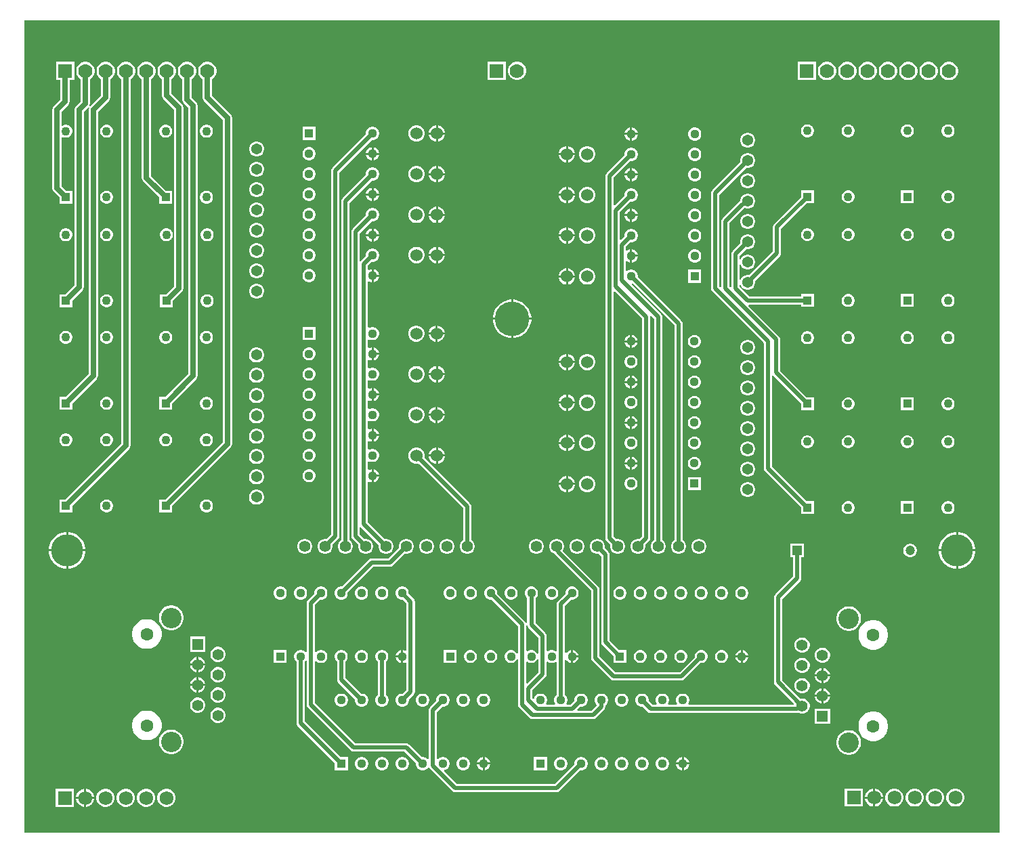
<source format=gbr>
G04*
G04 #@! TF.GenerationSoftware,Altium Limited,Altium Designer,23.7.1 (13)*
G04*
G04 Layer_Physical_Order=4*
G04 Layer_Color=16711680*
%FSLAX44Y44*%
%MOMM*%
G71*
G04*
G04 #@! TF.SameCoordinates,0CFD8679-3099-4179-8082-645FB237851B*
G04*
G04*
G04 #@! TF.FilePolarity,Positive*
G04*
G01*
G75*
%ADD33C,0.5080*%
%ADD36C,0.6350*%
%ADD37C,1.5240*%
%ADD38C,4.0000*%
%ADD39C,4.3180*%
%ADD40C,1.1300*%
%ADD41C,1.1000*%
%ADD42R,1.7780X1.7780*%
%ADD43C,1.7780*%
%ADD44C,1.3970*%
%ADD45R,1.1300X1.1300*%
%ADD46R,1.1300X1.1300*%
%ADD47C,1.6000*%
%ADD48C,2.5500*%
%ADD49C,1.4000*%
%ADD50R,1.4000X1.4000*%
%ADD51C,1.3650*%
%ADD52R,1.2000X1.2000*%
%ADD53C,1.2000*%
%ADD54R,1.7250X1.7250*%
%ADD55C,1.7250*%
%ADD56R,1.1000X1.1000*%
G36*
X1473200Y254000D02*
X254000D01*
Y1270000D01*
X1473200D01*
Y254000D01*
D02*
G37*
%LPC*%
G36*
X871404Y1218344D02*
X868395D01*
X865488Y1217566D01*
X862881Y1216061D01*
X860753Y1213933D01*
X859249Y1211326D01*
X858470Y1208419D01*
Y1205410D01*
X859249Y1202503D01*
X860753Y1199896D01*
X862881Y1197768D01*
X865488Y1196264D01*
X868395Y1195484D01*
X871404D01*
X874312Y1196264D01*
X876918Y1197768D01*
X879046Y1199896D01*
X880551Y1202503D01*
X881330Y1205410D01*
Y1208419D01*
X880551Y1211326D01*
X879046Y1213933D01*
X876918Y1216061D01*
X874312Y1217566D01*
X871404Y1218344D01*
D02*
G37*
G36*
X855930D02*
X833070D01*
Y1195484D01*
X855930D01*
Y1218344D01*
D02*
G37*
G36*
X1411205Y1217930D02*
X1408195D01*
X1405288Y1217151D01*
X1402682Y1215646D01*
X1400554Y1213518D01*
X1399049Y1210912D01*
X1398270Y1208005D01*
Y1204995D01*
X1399049Y1202088D01*
X1400554Y1199482D01*
X1402682Y1197354D01*
X1405288Y1195849D01*
X1408195Y1195070D01*
X1411205D01*
X1414112Y1195849D01*
X1416718Y1197354D01*
X1418846Y1199482D01*
X1420351Y1202088D01*
X1421130Y1204995D01*
Y1208005D01*
X1420351Y1210912D01*
X1418846Y1213518D01*
X1416718Y1215646D01*
X1414112Y1217151D01*
X1411205Y1217930D01*
D02*
G37*
G36*
X1385805D02*
X1382795D01*
X1379888Y1217151D01*
X1377282Y1215646D01*
X1375154Y1213518D01*
X1373649Y1210912D01*
X1372870Y1208005D01*
Y1204995D01*
X1373649Y1202088D01*
X1375154Y1199482D01*
X1377282Y1197354D01*
X1379888Y1195849D01*
X1382795Y1195070D01*
X1385805D01*
X1388712Y1195849D01*
X1391318Y1197354D01*
X1393446Y1199482D01*
X1394951Y1202088D01*
X1395730Y1204995D01*
Y1208005D01*
X1394951Y1210912D01*
X1393446Y1213518D01*
X1391318Y1215646D01*
X1388712Y1217151D01*
X1385805Y1217930D01*
D02*
G37*
G36*
X1360405D02*
X1357395D01*
X1354488Y1217151D01*
X1351882Y1215646D01*
X1349754Y1213518D01*
X1348249Y1210912D01*
X1347470Y1208005D01*
Y1204995D01*
X1348249Y1202088D01*
X1349754Y1199482D01*
X1351882Y1197354D01*
X1354488Y1195849D01*
X1357395Y1195070D01*
X1360405D01*
X1363312Y1195849D01*
X1365918Y1197354D01*
X1368046Y1199482D01*
X1369551Y1202088D01*
X1370330Y1204995D01*
Y1208005D01*
X1369551Y1210912D01*
X1368046Y1213518D01*
X1365918Y1215646D01*
X1363312Y1217151D01*
X1360405Y1217930D01*
D02*
G37*
G36*
X1335005D02*
X1331995D01*
X1329088Y1217151D01*
X1326482Y1215646D01*
X1324354Y1213518D01*
X1322849Y1210912D01*
X1322070Y1208005D01*
Y1204995D01*
X1322849Y1202088D01*
X1324354Y1199482D01*
X1326482Y1197354D01*
X1329088Y1195849D01*
X1331995Y1195070D01*
X1335005D01*
X1337912Y1195849D01*
X1340518Y1197354D01*
X1342646Y1199482D01*
X1344151Y1202088D01*
X1344930Y1204995D01*
Y1208005D01*
X1344151Y1210912D01*
X1342646Y1213518D01*
X1340518Y1215646D01*
X1337912Y1217151D01*
X1335005Y1217930D01*
D02*
G37*
G36*
X1309605D02*
X1306595D01*
X1303688Y1217151D01*
X1301082Y1215646D01*
X1298954Y1213518D01*
X1297449Y1210912D01*
X1296670Y1208005D01*
Y1204995D01*
X1297449Y1202088D01*
X1298954Y1199482D01*
X1301082Y1197354D01*
X1303688Y1195849D01*
X1306595Y1195070D01*
X1309605D01*
X1312512Y1195849D01*
X1315118Y1197354D01*
X1317246Y1199482D01*
X1318751Y1202088D01*
X1319530Y1204995D01*
Y1208005D01*
X1318751Y1210912D01*
X1317246Y1213518D01*
X1315118Y1215646D01*
X1312512Y1217151D01*
X1309605Y1217930D01*
D02*
G37*
G36*
X1284205D02*
X1281195D01*
X1278288Y1217151D01*
X1275682Y1215646D01*
X1273554Y1213518D01*
X1272049Y1210912D01*
X1271270Y1208005D01*
Y1204995D01*
X1272049Y1202088D01*
X1273554Y1199482D01*
X1275682Y1197354D01*
X1278288Y1195849D01*
X1281195Y1195070D01*
X1284205D01*
X1287112Y1195849D01*
X1289718Y1197354D01*
X1291846Y1199482D01*
X1293351Y1202088D01*
X1294130Y1204995D01*
Y1208005D01*
X1293351Y1210912D01*
X1291846Y1213518D01*
X1289718Y1215646D01*
X1287112Y1217151D01*
X1284205Y1217930D01*
D02*
G37*
G36*
X1258805D02*
X1255795D01*
X1252888Y1217151D01*
X1250282Y1215646D01*
X1248154Y1213518D01*
X1246649Y1210912D01*
X1245870Y1208005D01*
Y1204995D01*
X1246649Y1202088D01*
X1248154Y1199482D01*
X1250282Y1197354D01*
X1252888Y1195849D01*
X1255795Y1195070D01*
X1258805D01*
X1261712Y1195849D01*
X1264318Y1197354D01*
X1266446Y1199482D01*
X1267951Y1202088D01*
X1268730Y1204995D01*
Y1208005D01*
X1267951Y1210912D01*
X1266446Y1213518D01*
X1264318Y1215646D01*
X1261712Y1217151D01*
X1258805Y1217930D01*
D02*
G37*
G36*
X1243330D02*
X1220470D01*
Y1195070D01*
X1243330D01*
Y1217930D01*
D02*
G37*
G36*
X357105D02*
X354095D01*
X351188Y1217151D01*
X348582Y1215646D01*
X346454Y1213518D01*
X344949Y1210912D01*
X344170Y1208005D01*
Y1204995D01*
X344949Y1202088D01*
X346454Y1199482D01*
X348582Y1197354D01*
X349773Y1196666D01*
Y1175894D01*
X336240Y1162360D01*
X335225Y1163093D01*
X335583Y1163630D01*
X336027Y1165860D01*
Y1196666D01*
X337218Y1197354D01*
X339346Y1199482D01*
X340851Y1202088D01*
X341630Y1204995D01*
Y1208005D01*
X340851Y1210912D01*
X339346Y1213518D01*
X337218Y1215646D01*
X334612Y1217151D01*
X331705Y1217930D01*
X328695D01*
X325788Y1217151D01*
X323182Y1215646D01*
X321054Y1213518D01*
X319549Y1210912D01*
X318770Y1208005D01*
Y1204995D01*
X319549Y1202088D01*
X321054Y1199482D01*
X323182Y1197354D01*
X324373Y1196666D01*
Y1168274D01*
X318460Y1162360D01*
X317197Y1160470D01*
X316753Y1158240D01*
Y938588D01*
X305530Y927365D01*
X297690D01*
Y911285D01*
X313770D01*
Y919125D01*
X326700Y932055D01*
X327963Y933945D01*
X328407Y936175D01*
Y1155826D01*
X334320Y1161740D01*
X335335Y1161007D01*
X334977Y1160470D01*
X334533Y1158240D01*
Y828099D01*
X305530Y799095D01*
X297690D01*
Y783015D01*
X313770D01*
Y790854D01*
X344480Y821565D01*
X345743Y823455D01*
X346187Y825685D01*
Y1155826D01*
X359720Y1169360D01*
X360983Y1171250D01*
X361427Y1173480D01*
Y1196666D01*
X362618Y1197354D01*
X364746Y1199482D01*
X366251Y1202088D01*
X367030Y1204995D01*
Y1208005D01*
X366251Y1210912D01*
X364746Y1213518D01*
X362618Y1215646D01*
X360012Y1217151D01*
X357105Y1217930D01*
D02*
G37*
G36*
X770958Y1138740D02*
X770890D01*
Y1129850D01*
X779780D01*
Y1129917D01*
X779088Y1132501D01*
X777750Y1134818D01*
X775858Y1136710D01*
X773542Y1138047D01*
X770958Y1138740D01*
D02*
G37*
G36*
X768350D02*
X768282D01*
X765698Y1138047D01*
X763382Y1136710D01*
X761490Y1134818D01*
X760152Y1132501D01*
X759460Y1129917D01*
Y1129850D01*
X768350D01*
Y1138740D01*
D02*
G37*
G36*
X1013872Y1135986D02*
Y1129118D01*
X1020740D01*
X1020233Y1131009D01*
X1019155Y1132877D01*
X1017630Y1134401D01*
X1015763Y1135480D01*
X1013872Y1135986D01*
D02*
G37*
G36*
X1011331D02*
X1009440Y1135480D01*
X1007573Y1134401D01*
X1006048Y1132877D01*
X1004970Y1131009D01*
X1004463Y1129118D01*
X1011331D01*
Y1135986D01*
D02*
G37*
G36*
X1409828Y1139851D02*
X1407711D01*
X1405667Y1139303D01*
X1403833Y1138245D01*
X1402336Y1136748D01*
X1401278Y1134915D01*
X1400730Y1132870D01*
Y1130753D01*
X1401278Y1128708D01*
X1402336Y1126875D01*
X1403833Y1125378D01*
X1405667Y1124319D01*
X1407711Y1123771D01*
X1409828D01*
X1411873Y1124319D01*
X1413707Y1125378D01*
X1415203Y1126875D01*
X1416262Y1128708D01*
X1416810Y1130753D01*
Y1132870D01*
X1416262Y1134915D01*
X1415203Y1136748D01*
X1413707Y1138245D01*
X1411873Y1139303D01*
X1409828Y1139851D01*
D02*
G37*
G36*
X1358829D02*
X1356712D01*
X1354667Y1139303D01*
X1352834Y1138245D01*
X1351337Y1136748D01*
X1350278Y1134915D01*
X1349730Y1132870D01*
Y1130753D01*
X1350278Y1128708D01*
X1351337Y1126875D01*
X1352834Y1125378D01*
X1354667Y1124319D01*
X1356712Y1123771D01*
X1358829D01*
X1360874Y1124319D01*
X1362707Y1125378D01*
X1364204Y1126875D01*
X1365262Y1128708D01*
X1365810Y1130753D01*
Y1132870D01*
X1365262Y1134915D01*
X1364204Y1136748D01*
X1362707Y1138245D01*
X1360874Y1139303D01*
X1358829Y1139851D01*
D02*
G37*
G36*
X1284889D02*
X1282772D01*
X1280727Y1139303D01*
X1278894Y1138245D01*
X1277397Y1136748D01*
X1276338Y1134915D01*
X1275790Y1132870D01*
Y1130753D01*
X1276338Y1128708D01*
X1277397Y1126875D01*
X1278894Y1125378D01*
X1280727Y1124319D01*
X1282772Y1123771D01*
X1284889D01*
X1286934Y1124319D01*
X1288767Y1125378D01*
X1290264Y1126875D01*
X1291322Y1128708D01*
X1291870Y1130753D01*
Y1132870D01*
X1291322Y1134915D01*
X1290264Y1136748D01*
X1288767Y1138245D01*
X1286934Y1139303D01*
X1284889Y1139851D01*
D02*
G37*
G36*
X1233889D02*
X1231772D01*
X1229727Y1139303D01*
X1227894Y1138245D01*
X1226397Y1136748D01*
X1225338Y1134915D01*
X1224790Y1132870D01*
Y1130753D01*
X1225338Y1128708D01*
X1226397Y1126875D01*
X1227894Y1125378D01*
X1229727Y1124319D01*
X1231772Y1123771D01*
X1233889D01*
X1235934Y1124319D01*
X1237767Y1125378D01*
X1239264Y1126875D01*
X1240322Y1128708D01*
X1240870Y1130753D01*
Y1132870D01*
X1240322Y1134915D01*
X1239264Y1136748D01*
X1237767Y1138245D01*
X1235934Y1139303D01*
X1233889Y1139851D01*
D02*
G37*
G36*
X482728Y1139405D02*
X480611D01*
X478567Y1138857D01*
X476733Y1137799D01*
X475236Y1136302D01*
X474178Y1134469D01*
X473630Y1132424D01*
Y1130307D01*
X474178Y1128262D01*
X475236Y1126429D01*
X476733Y1124932D01*
X478567Y1123873D01*
X480611Y1123325D01*
X482728D01*
X484773Y1123873D01*
X486606Y1124932D01*
X488103Y1126429D01*
X489162Y1128262D01*
X489710Y1130307D01*
Y1132424D01*
X489162Y1134469D01*
X488103Y1136302D01*
X486606Y1137799D01*
X484773Y1138857D01*
X482728Y1139405D01*
D02*
G37*
G36*
X431729D02*
X429612D01*
X427567Y1138857D01*
X425733Y1137799D01*
X424237Y1136302D01*
X423178Y1134469D01*
X422630Y1132424D01*
Y1130307D01*
X423178Y1128262D01*
X424237Y1126429D01*
X425733Y1124932D01*
X427567Y1123873D01*
X429612Y1123325D01*
X431729D01*
X433773Y1123873D01*
X435607Y1124932D01*
X437104Y1126429D01*
X438162Y1128262D01*
X438710Y1130307D01*
Y1132424D01*
X438162Y1134469D01*
X437104Y1136302D01*
X435607Y1137799D01*
X433773Y1138857D01*
X431729Y1139405D01*
D02*
G37*
G36*
X357789D02*
X355672D01*
X353627Y1138857D01*
X351794Y1137799D01*
X350297Y1136302D01*
X349238Y1134469D01*
X348690Y1132424D01*
Y1130307D01*
X349238Y1128262D01*
X350297Y1126429D01*
X351794Y1124932D01*
X353627Y1123873D01*
X355672Y1123325D01*
X357789D01*
X359834Y1123873D01*
X361667Y1124932D01*
X363164Y1126429D01*
X364222Y1128262D01*
X364770Y1130307D01*
Y1132424D01*
X364222Y1134469D01*
X363164Y1136302D01*
X361667Y1137799D01*
X359834Y1138857D01*
X357789Y1139405D01*
D02*
G37*
G36*
X316230Y1217930D02*
X293370D01*
Y1195070D01*
X298973D01*
Y1170814D01*
X290395Y1162235D01*
X289132Y1160345D01*
X288688Y1158115D01*
Y1060080D01*
X289132Y1057850D01*
X290395Y1055960D01*
X297690Y1048664D01*
Y1040825D01*
X313770D01*
Y1056905D01*
X305931D01*
X300342Y1062494D01*
Y1123726D01*
X301612Y1124459D01*
X302627Y1123873D01*
X304672Y1123325D01*
X306789D01*
X308834Y1123873D01*
X310667Y1124932D01*
X312164Y1126429D01*
X313222Y1128262D01*
X313770Y1130307D01*
Y1132424D01*
X313222Y1134469D01*
X312164Y1136302D01*
X310667Y1137799D01*
X308834Y1138857D01*
X306789Y1139405D01*
X304672D01*
X302627Y1138857D01*
X301612Y1138271D01*
X300342Y1139005D01*
Y1155701D01*
X308920Y1164280D01*
X310183Y1166170D01*
X310627Y1168400D01*
Y1195070D01*
X316230D01*
Y1217930D01*
D02*
G37*
G36*
X618009Y1136676D02*
X601629D01*
Y1120296D01*
X618009D01*
Y1136676D01*
D02*
G37*
G36*
X1020740Y1126578D02*
X1013872D01*
Y1119709D01*
X1015763Y1120216D01*
X1017630Y1121294D01*
X1019155Y1122819D01*
X1020233Y1124687D01*
X1020740Y1126578D01*
D02*
G37*
G36*
X1011331D02*
X1004463D01*
X1004970Y1124687D01*
X1006048Y1122819D01*
X1007573Y1121294D01*
X1009440Y1120216D01*
X1011331Y1119709D01*
Y1126578D01*
D02*
G37*
G36*
X1093080Y1136038D02*
X1090923D01*
X1088840Y1135480D01*
X1086973Y1134401D01*
X1085448Y1132877D01*
X1084370Y1131009D01*
X1083811Y1128926D01*
Y1126770D01*
X1084370Y1124687D01*
X1085448Y1122819D01*
X1086973Y1121294D01*
X1088840Y1120216D01*
X1090923Y1119658D01*
X1093080D01*
X1095163Y1120216D01*
X1097030Y1121294D01*
X1098555Y1122819D01*
X1099633Y1124687D01*
X1100191Y1126770D01*
Y1128926D01*
X1099633Y1131009D01*
X1098555Y1132877D01*
X1097030Y1134401D01*
X1095163Y1135480D01*
X1093080Y1136038D01*
D02*
G37*
G36*
X779780Y1127310D02*
X770890D01*
Y1118420D01*
X770958D01*
X773542Y1119112D01*
X775858Y1120450D01*
X777750Y1122341D01*
X779088Y1124658D01*
X779780Y1127242D01*
Y1127310D01*
D02*
G37*
G36*
X768350D02*
X759460D01*
Y1127242D01*
X760152Y1124658D01*
X761490Y1122341D01*
X763382Y1120450D01*
X765698Y1119112D01*
X768282Y1118420D01*
X768350D01*
Y1127310D01*
D02*
G37*
G36*
X745558Y1138740D02*
X742882D01*
X740298Y1138047D01*
X737982Y1136710D01*
X736090Y1134818D01*
X734752Y1132501D01*
X734060Y1129917D01*
Y1127242D01*
X734752Y1124658D01*
X736090Y1122341D01*
X737982Y1120450D01*
X740298Y1119112D01*
X742882Y1118420D01*
X745558D01*
X748142Y1119112D01*
X750458Y1120450D01*
X752350Y1122341D01*
X753688Y1124658D01*
X754380Y1127242D01*
Y1129917D01*
X753688Y1132501D01*
X752350Y1134818D01*
X750458Y1136710D01*
X748142Y1138047D01*
X745558Y1138740D01*
D02*
G37*
G36*
X1159473Y1129505D02*
X1157007D01*
X1154625Y1128867D01*
X1152490Y1127634D01*
X1150746Y1125890D01*
X1149513Y1123755D01*
X1148875Y1121373D01*
Y1118907D01*
X1149513Y1116525D01*
X1150746Y1114390D01*
X1152490Y1112646D01*
X1154625Y1111413D01*
X1157007Y1110775D01*
X1159473D01*
X1161855Y1111413D01*
X1163990Y1112646D01*
X1165734Y1114390D01*
X1166967Y1116525D01*
X1167605Y1118907D01*
Y1121373D01*
X1166967Y1123755D01*
X1165734Y1125890D01*
X1163990Y1127634D01*
X1161855Y1128867D01*
X1159473Y1129505D01*
D02*
G37*
G36*
X690489Y1111225D02*
Y1104356D01*
X697358D01*
X696851Y1106247D01*
X695773Y1108115D01*
X694248Y1109640D01*
X692381Y1110718D01*
X690489Y1111225D01*
D02*
G37*
G36*
X687949D02*
X686058Y1110718D01*
X684191Y1109640D01*
X682666Y1108115D01*
X681588Y1106247D01*
X681081Y1104356D01*
X687949D01*
Y1111225D01*
D02*
G37*
G36*
X933518Y1112669D02*
X933450D01*
Y1103779D01*
X942340D01*
Y1103846D01*
X941648Y1106430D01*
X940310Y1108747D01*
X938418Y1110639D01*
X936102Y1111976D01*
X933518Y1112669D01*
D02*
G37*
G36*
X930910D02*
X930842D01*
X928258Y1111976D01*
X925942Y1110639D01*
X924050Y1108747D01*
X922712Y1106430D01*
X922020Y1103846D01*
Y1103779D01*
X930910D01*
Y1112669D01*
D02*
G37*
G36*
X545534Y1118630D02*
X543068D01*
X540686Y1117992D01*
X538550Y1116759D01*
X536807Y1115015D01*
X535574Y1112880D01*
X534936Y1110498D01*
Y1108032D01*
X535574Y1105650D01*
X536807Y1103515D01*
X538550Y1101771D01*
X540686Y1100538D01*
X543068Y1099900D01*
X545534D01*
X547915Y1100538D01*
X550051Y1101771D01*
X551795Y1103515D01*
X553027Y1105650D01*
X553666Y1108032D01*
Y1110498D01*
X553027Y1112880D01*
X551795Y1115015D01*
X550051Y1116759D01*
X547915Y1117992D01*
X545534Y1118630D01*
D02*
G37*
G36*
X697358Y1101816D02*
X690489D01*
Y1094947D01*
X692381Y1095454D01*
X694248Y1096532D01*
X695773Y1098057D01*
X696851Y1099925D01*
X697358Y1101816D01*
D02*
G37*
G36*
X687949D02*
X681081D01*
X681588Y1099925D01*
X682666Y1098057D01*
X684191Y1096532D01*
X686058Y1095454D01*
X687949Y1094947D01*
Y1101816D01*
D02*
G37*
G36*
X610898Y1111276D02*
X608741D01*
X606658Y1110718D01*
X604791Y1109640D01*
X603266Y1108115D01*
X602188Y1106247D01*
X601629Y1104164D01*
Y1102008D01*
X602188Y1099925D01*
X603266Y1098057D01*
X604791Y1096532D01*
X606658Y1095454D01*
X608741Y1094896D01*
X610898D01*
X612981Y1095454D01*
X614848Y1096532D01*
X616373Y1098057D01*
X617451Y1099925D01*
X618009Y1102008D01*
Y1104164D01*
X617451Y1106247D01*
X616373Y1108115D01*
X614848Y1109640D01*
X612981Y1110718D01*
X610898Y1111276D01*
D02*
G37*
G36*
X1093080Y1110638D02*
X1090923D01*
X1088840Y1110080D01*
X1086973Y1109001D01*
X1085448Y1107477D01*
X1084370Y1105609D01*
X1083811Y1103526D01*
Y1101370D01*
X1084370Y1099287D01*
X1085448Y1097419D01*
X1086973Y1095894D01*
X1088840Y1094816D01*
X1090923Y1094258D01*
X1093080D01*
X1095163Y1094816D01*
X1097030Y1095894D01*
X1098555Y1097419D01*
X1099633Y1099287D01*
X1100191Y1101370D01*
Y1103526D01*
X1099633Y1105609D01*
X1098555Y1107477D01*
X1097030Y1109001D01*
X1095163Y1110080D01*
X1093080Y1110638D01*
D02*
G37*
G36*
X958918Y1112669D02*
X956242D01*
X953658Y1111976D01*
X951342Y1110639D01*
X949450Y1108747D01*
X948112Y1106430D01*
X947420Y1103846D01*
Y1101171D01*
X948112Y1098587D01*
X949450Y1096270D01*
X951342Y1094379D01*
X953658Y1093041D01*
X956242Y1092349D01*
X958918D01*
X961502Y1093041D01*
X963818Y1094379D01*
X965710Y1096270D01*
X967048Y1098587D01*
X967740Y1101171D01*
Y1103846D01*
X967048Y1106430D01*
X965710Y1108747D01*
X963818Y1110639D01*
X961502Y1111976D01*
X958918Y1112669D01*
D02*
G37*
G36*
X942340Y1101239D02*
X933450D01*
Y1092349D01*
X933518D01*
X936102Y1093041D01*
X938418Y1094379D01*
X940310Y1096270D01*
X941648Y1098587D01*
X942340Y1101171D01*
Y1101239D01*
D02*
G37*
G36*
X930910D02*
X922020D01*
Y1101171D01*
X922712Y1098587D01*
X924050Y1096270D01*
X925942Y1094379D01*
X928258Y1093041D01*
X930842Y1092349D01*
X930910D01*
Y1101239D01*
D02*
G37*
G36*
X1159473Y1104105D02*
X1157007D01*
X1154625Y1103467D01*
X1152490Y1102234D01*
X1150746Y1100490D01*
X1149513Y1098355D01*
X1148875Y1095973D01*
Y1093507D01*
X1149046Y1092870D01*
X1113938Y1057763D01*
X1112815Y1056082D01*
X1112421Y1054100D01*
Y934720D01*
X1112815Y932738D01*
X1113938Y931058D01*
X1178460Y866535D01*
Y709665D01*
X1178855Y707683D01*
X1179977Y706003D01*
X1224790Y661190D01*
Y652435D01*
X1240870D01*
Y668515D01*
X1232115D01*
X1188820Y711811D01*
Y825492D01*
X1190089Y825877D01*
X1190137Y825805D01*
X1224790Y791152D01*
Y782397D01*
X1240870D01*
Y798477D01*
X1232115D01*
X1198979Y831613D01*
Y871220D01*
X1198585Y873202D01*
X1197462Y874883D01*
X1159292Y913053D01*
X1159818Y914323D01*
X1224790D01*
Y911463D01*
X1240870D01*
Y927543D01*
X1224790D01*
Y924682D01*
X1160408D01*
X1148179Y936911D01*
Y938796D01*
X1149449Y938963D01*
X1149513Y938725D01*
X1150746Y936590D01*
X1152490Y934846D01*
X1154625Y933613D01*
X1157007Y932975D01*
X1159473D01*
X1161855Y933613D01*
X1163990Y934846D01*
X1165734Y936590D01*
X1166967Y938725D01*
X1167605Y941107D01*
Y943573D01*
X1167434Y944210D01*
X1198537Y975312D01*
X1198537Y975312D01*
X1199660Y976993D01*
X1200054Y978975D01*
X1200054Y978975D01*
Y1009210D01*
X1232115Y1041271D01*
X1240870D01*
Y1057351D01*
X1224790D01*
Y1048596D01*
X1191212Y1015018D01*
X1190090Y1013338D01*
X1189695Y1011356D01*
Y981120D01*
X1160109Y951534D01*
X1159473Y951705D01*
X1157007D01*
X1154625Y951067D01*
X1152490Y949834D01*
X1150746Y948090D01*
X1149513Y945955D01*
X1149449Y945717D01*
X1148179Y945884D01*
Y964196D01*
X1149449Y964363D01*
X1149513Y964125D01*
X1150746Y961990D01*
X1152490Y960246D01*
X1154625Y959013D01*
X1157007Y958375D01*
X1159473D01*
X1161855Y959013D01*
X1163990Y960246D01*
X1165734Y961990D01*
X1166967Y964125D01*
X1167605Y966507D01*
Y968973D01*
X1166967Y971355D01*
X1165734Y973490D01*
X1163990Y975234D01*
X1161855Y976467D01*
X1159473Y977105D01*
X1157007D01*
X1154625Y976467D01*
X1152490Y975234D01*
X1150746Y973490D01*
X1149513Y971355D01*
X1149449Y971117D01*
X1148179Y971284D01*
Y975755D01*
X1156370Y983946D01*
X1157007Y983775D01*
X1159473D01*
X1161855Y984413D01*
X1163990Y985646D01*
X1165734Y987390D01*
X1166967Y989525D01*
X1167605Y991907D01*
Y994373D01*
X1166967Y996755D01*
X1165734Y998890D01*
X1163990Y1000634D01*
X1161855Y1001867D01*
X1159473Y1002505D01*
X1157007D01*
X1154625Y1001867D01*
X1152490Y1000634D01*
X1150746Y998890D01*
X1149513Y996755D01*
X1148875Y994373D01*
Y991907D01*
X1149046Y991271D01*
X1139337Y981562D01*
X1138215Y979882D01*
X1137821Y977900D01*
Y936320D01*
X1136551Y935795D01*
X1135480Y936865D01*
Y1016395D01*
X1154418Y1035333D01*
X1154625Y1035213D01*
X1157007Y1034575D01*
X1159473D01*
X1161855Y1035213D01*
X1163990Y1036446D01*
X1165734Y1038190D01*
X1166967Y1040325D01*
X1167605Y1042707D01*
Y1045173D01*
X1166967Y1047555D01*
X1165734Y1049690D01*
X1163990Y1051434D01*
X1161855Y1052667D01*
X1159473Y1053305D01*
X1157007D01*
X1154625Y1052667D01*
X1152490Y1051434D01*
X1150746Y1049690D01*
X1149513Y1047555D01*
X1148875Y1045173D01*
Y1044219D01*
X1148839Y1044183D01*
X1148173Y1043738D01*
X1126637Y1022203D01*
X1125515Y1020522D01*
X1125120Y1018540D01*
Y936320D01*
X1123850Y935795D01*
X1122779Y936865D01*
Y1051955D01*
X1156370Y1085546D01*
X1157007Y1085375D01*
X1159473D01*
X1161855Y1086013D01*
X1163990Y1087246D01*
X1165734Y1088990D01*
X1166967Y1091125D01*
X1167605Y1093507D01*
Y1095973D01*
X1166967Y1098355D01*
X1165734Y1100490D01*
X1163990Y1102234D01*
X1161855Y1103467D01*
X1159473Y1104105D01*
D02*
G37*
G36*
X770958Y1087957D02*
X770890D01*
Y1079067D01*
X779780D01*
Y1079134D01*
X779088Y1081718D01*
X777750Y1084035D01*
X775858Y1085927D01*
X773542Y1087264D01*
X770958Y1087957D01*
D02*
G37*
G36*
X768350D02*
X768282D01*
X765698Y1087264D01*
X763382Y1085927D01*
X761490Y1084035D01*
X760152Y1081718D01*
X759460Y1079134D01*
Y1079067D01*
X768350D01*
Y1087957D01*
D02*
G37*
G36*
X1013872Y1085186D02*
Y1078318D01*
X1020740D01*
X1020233Y1080209D01*
X1019155Y1082077D01*
X1017630Y1083602D01*
X1015763Y1084680D01*
X1013872Y1085186D01*
D02*
G37*
G36*
X1011331D02*
X1009440Y1084680D01*
X1007573Y1083602D01*
X1006048Y1082077D01*
X1004970Y1080209D01*
X1004463Y1078318D01*
X1011331D01*
Y1085186D01*
D02*
G37*
G36*
X545534Y1093230D02*
X543068D01*
X540686Y1092592D01*
X538550Y1091359D01*
X536807Y1089615D01*
X535574Y1087480D01*
X534936Y1085098D01*
Y1082632D01*
X535574Y1080250D01*
X536807Y1078115D01*
X538550Y1076371D01*
X540686Y1075138D01*
X543068Y1074500D01*
X545534D01*
X547915Y1075138D01*
X550051Y1076371D01*
X551795Y1078115D01*
X553027Y1080250D01*
X553666Y1082632D01*
Y1085098D01*
X553027Y1087480D01*
X551795Y1089615D01*
X550051Y1091359D01*
X547915Y1092592D01*
X545534Y1093230D01*
D02*
G37*
G36*
X610898Y1085876D02*
X608741D01*
X606658Y1085318D01*
X604791Y1084240D01*
X603266Y1082715D01*
X602188Y1080847D01*
X601629Y1078764D01*
Y1076608D01*
X602188Y1074525D01*
X603266Y1072657D01*
X604791Y1071132D01*
X606658Y1070054D01*
X608741Y1069496D01*
X610898D01*
X612981Y1070054D01*
X614848Y1071132D01*
X616373Y1072657D01*
X617451Y1074525D01*
X618009Y1076608D01*
Y1078764D01*
X617451Y1080847D01*
X616373Y1082715D01*
X614848Y1084240D01*
X612981Y1085318D01*
X610898Y1085876D01*
D02*
G37*
G36*
X1020740Y1075778D02*
X1013872D01*
Y1068909D01*
X1015763Y1069416D01*
X1017630Y1070494D01*
X1019155Y1072019D01*
X1020233Y1073887D01*
X1020740Y1075778D01*
D02*
G37*
G36*
X1011331D02*
X1004463D01*
X1004970Y1073887D01*
X1006048Y1072019D01*
X1007573Y1070494D01*
X1009440Y1069416D01*
X1011331Y1068909D01*
Y1075778D01*
D02*
G37*
G36*
X1093080Y1085238D02*
X1090923D01*
X1088840Y1084680D01*
X1086973Y1083602D01*
X1085448Y1082077D01*
X1084370Y1080209D01*
X1083811Y1078126D01*
Y1075970D01*
X1084370Y1073887D01*
X1085448Y1072019D01*
X1086973Y1070494D01*
X1088840Y1069416D01*
X1090923Y1068858D01*
X1093080D01*
X1095163Y1069416D01*
X1097030Y1070494D01*
X1098555Y1072019D01*
X1099633Y1073887D01*
X1100191Y1075970D01*
Y1078126D01*
X1099633Y1080209D01*
X1098555Y1082077D01*
X1097030Y1083602D01*
X1095163Y1084680D01*
X1093080Y1085238D01*
D02*
G37*
G36*
X779780Y1076527D02*
X770890D01*
Y1067637D01*
X770958D01*
X773542Y1068329D01*
X775858Y1069667D01*
X777750Y1071558D01*
X779088Y1073875D01*
X779780Y1076459D01*
Y1076527D01*
D02*
G37*
G36*
X768350D02*
X759460D01*
Y1076459D01*
X760152Y1073875D01*
X761490Y1071558D01*
X763382Y1069667D01*
X765698Y1068329D01*
X768282Y1067637D01*
X768350D01*
Y1076527D01*
D02*
G37*
G36*
X745558Y1087957D02*
X742882D01*
X740298Y1087264D01*
X737982Y1085927D01*
X736090Y1084035D01*
X734752Y1081718D01*
X734060Y1079134D01*
Y1076459D01*
X734752Y1073875D01*
X736090Y1071558D01*
X737982Y1069667D01*
X740298Y1068329D01*
X742882Y1067637D01*
X745558D01*
X748142Y1068329D01*
X750458Y1069667D01*
X752350Y1071558D01*
X753688Y1073875D01*
X754380Y1076459D01*
Y1079134D01*
X753688Y1081718D01*
X752350Y1084035D01*
X750458Y1085927D01*
X748142Y1087264D01*
X745558Y1087957D01*
D02*
G37*
G36*
X1159473Y1078705D02*
X1157007D01*
X1154625Y1078067D01*
X1152490Y1076834D01*
X1150746Y1075090D01*
X1149513Y1072955D01*
X1148875Y1070573D01*
Y1068107D01*
X1149513Y1065725D01*
X1150746Y1063590D01*
X1152490Y1061846D01*
X1154625Y1060613D01*
X1157007Y1059975D01*
X1159473D01*
X1161855Y1060613D01*
X1163990Y1061846D01*
X1165734Y1063590D01*
X1166967Y1065725D01*
X1167605Y1068107D01*
Y1070573D01*
X1166967Y1072955D01*
X1165734Y1075090D01*
X1163990Y1076834D01*
X1161855Y1078067D01*
X1159473Y1078705D01*
D02*
G37*
G36*
X690489Y1060424D02*
Y1053556D01*
X697358D01*
X696851Y1055447D01*
X695773Y1057315D01*
X694248Y1058840D01*
X692381Y1059918D01*
X690489Y1060424D01*
D02*
G37*
G36*
X687949D02*
X686058Y1059918D01*
X684191Y1058840D01*
X682666Y1057315D01*
X681588Y1055447D01*
X681081Y1053556D01*
X687949D01*
Y1060424D01*
D02*
G37*
G36*
X933518Y1061772D02*
X933450D01*
Y1052882D01*
X942340D01*
Y1052950D01*
X941648Y1055534D01*
X940310Y1057850D01*
X938418Y1059742D01*
X936102Y1061080D01*
X933518Y1061772D01*
D02*
G37*
G36*
X930910D02*
X930842D01*
X928258Y1061080D01*
X925942Y1059742D01*
X924050Y1057850D01*
X922712Y1055534D01*
X922020Y1052950D01*
Y1052882D01*
X930910D01*
Y1061772D01*
D02*
G37*
G36*
X545534Y1067830D02*
X543068D01*
X540686Y1067192D01*
X538550Y1065959D01*
X536807Y1064215D01*
X535574Y1062080D01*
X534936Y1059698D01*
Y1057232D01*
X535574Y1054850D01*
X536807Y1052715D01*
X538550Y1050971D01*
X540686Y1049738D01*
X543068Y1049100D01*
X545534D01*
X547915Y1049738D01*
X550051Y1050971D01*
X551795Y1052715D01*
X553027Y1054850D01*
X553666Y1057232D01*
Y1059698D01*
X553027Y1062080D01*
X551795Y1064215D01*
X550051Y1065959D01*
X547915Y1067192D01*
X545534Y1067830D01*
D02*
G37*
G36*
X697358Y1051016D02*
X690489D01*
Y1044147D01*
X692381Y1044654D01*
X694248Y1045732D01*
X695773Y1047257D01*
X696851Y1049125D01*
X697358Y1051016D01*
D02*
G37*
G36*
X687949D02*
X681081D01*
X681588Y1049125D01*
X682666Y1047257D01*
X684191Y1045732D01*
X686058Y1044654D01*
X687949Y1044147D01*
Y1051016D01*
D02*
G37*
G36*
X610898Y1060476D02*
X608741D01*
X606658Y1059918D01*
X604791Y1058840D01*
X603266Y1057315D01*
X602188Y1055447D01*
X601629Y1053364D01*
Y1051208D01*
X602188Y1049125D01*
X603266Y1047257D01*
X604791Y1045732D01*
X606658Y1044654D01*
X608741Y1044096D01*
X610898D01*
X612981Y1044654D01*
X614848Y1045732D01*
X616373Y1047257D01*
X617451Y1049125D01*
X618009Y1051208D01*
Y1053364D01*
X617451Y1055447D01*
X616373Y1057315D01*
X614848Y1058840D01*
X612981Y1059918D01*
X610898Y1060476D01*
D02*
G37*
G36*
X1093080Y1059838D02*
X1090923D01*
X1088840Y1059280D01*
X1086973Y1058202D01*
X1085448Y1056677D01*
X1084370Y1054809D01*
X1083811Y1052726D01*
Y1050570D01*
X1084370Y1048487D01*
X1085448Y1046619D01*
X1086973Y1045094D01*
X1088840Y1044016D01*
X1090923Y1043458D01*
X1093080D01*
X1095163Y1044016D01*
X1097030Y1045094D01*
X1098555Y1046619D01*
X1099633Y1048487D01*
X1100191Y1050570D01*
Y1052726D01*
X1099633Y1054809D01*
X1098555Y1056677D01*
X1097030Y1058202D01*
X1095163Y1059280D01*
X1093080Y1059838D01*
D02*
G37*
G36*
X958918Y1061772D02*
X956242D01*
X953658Y1061080D01*
X951342Y1059742D01*
X949450Y1057850D01*
X948112Y1055534D01*
X947420Y1052950D01*
Y1050275D01*
X948112Y1047691D01*
X949450Y1045374D01*
X951342Y1043482D01*
X953658Y1042144D01*
X956242Y1041452D01*
X958918D01*
X961502Y1042144D01*
X963818Y1043482D01*
X965710Y1045374D01*
X967048Y1047691D01*
X967740Y1050275D01*
Y1052950D01*
X967048Y1055534D01*
X965710Y1057850D01*
X963818Y1059742D01*
X961502Y1061080D01*
X958918Y1061772D01*
D02*
G37*
G36*
X942340Y1050342D02*
X933450D01*
Y1041452D01*
X933518D01*
X936102Y1042144D01*
X938418Y1043482D01*
X940310Y1045374D01*
X941648Y1047691D01*
X942340Y1050275D01*
Y1050342D01*
D02*
G37*
G36*
X930910D02*
X922020D01*
Y1050275D01*
X922712Y1047691D01*
X924050Y1045374D01*
X925942Y1043482D01*
X928258Y1042144D01*
X930842Y1041452D01*
X930910D01*
Y1050342D01*
D02*
G37*
G36*
X1409828Y1057351D02*
X1407711D01*
X1405667Y1056803D01*
X1403833Y1055745D01*
X1402336Y1054248D01*
X1401278Y1052414D01*
X1400730Y1050370D01*
Y1048253D01*
X1401278Y1046208D01*
X1402336Y1044374D01*
X1403833Y1042878D01*
X1405667Y1041819D01*
X1407711Y1041271D01*
X1409828D01*
X1411873Y1041819D01*
X1413707Y1042878D01*
X1415203Y1044374D01*
X1416262Y1046208D01*
X1416810Y1048253D01*
Y1050370D01*
X1416262Y1052414D01*
X1415203Y1054248D01*
X1413707Y1055745D01*
X1411873Y1056803D01*
X1409828Y1057351D01*
D02*
G37*
G36*
X1365810D02*
X1349730D01*
Y1041271D01*
X1365810D01*
Y1057351D01*
D02*
G37*
G36*
X1284889D02*
X1282772D01*
X1280727Y1056803D01*
X1278894Y1055745D01*
X1277397Y1054248D01*
X1276338Y1052414D01*
X1275790Y1050370D01*
Y1048253D01*
X1276338Y1046208D01*
X1277397Y1044374D01*
X1278894Y1042878D01*
X1280727Y1041819D01*
X1282772Y1041271D01*
X1284889D01*
X1286934Y1041819D01*
X1288767Y1042878D01*
X1290264Y1044374D01*
X1291322Y1046208D01*
X1291870Y1048253D01*
Y1050370D01*
X1291322Y1052414D01*
X1290264Y1054248D01*
X1288767Y1055745D01*
X1286934Y1056803D01*
X1284889Y1057351D01*
D02*
G37*
G36*
X482728Y1056905D02*
X480611D01*
X478567Y1056357D01*
X476733Y1055299D01*
X475236Y1053802D01*
X474178Y1051968D01*
X473630Y1049924D01*
Y1047807D01*
X474178Y1045762D01*
X475236Y1043928D01*
X476733Y1042431D01*
X478567Y1041373D01*
X480611Y1040825D01*
X482728D01*
X484773Y1041373D01*
X486606Y1042431D01*
X488103Y1043928D01*
X489162Y1045762D01*
X489710Y1047807D01*
Y1049924D01*
X489162Y1051968D01*
X488103Y1053802D01*
X486606Y1055299D01*
X484773Y1056357D01*
X482728Y1056905D01*
D02*
G37*
G36*
X407905Y1217930D02*
X404895D01*
X401988Y1217151D01*
X399382Y1215646D01*
X397254Y1213518D01*
X395749Y1210912D01*
X394970Y1208005D01*
Y1204995D01*
X395749Y1202088D01*
X397254Y1199482D01*
X399382Y1197354D01*
X400573Y1196666D01*
Y1073135D01*
X401017Y1070905D01*
X402280Y1069015D01*
X422630Y1048664D01*
Y1040825D01*
X438710D01*
Y1056905D01*
X430871D01*
X412227Y1075549D01*
Y1196666D01*
X413418Y1197354D01*
X415546Y1199482D01*
X417051Y1202088D01*
X417830Y1204995D01*
Y1208005D01*
X417051Y1210912D01*
X415546Y1213518D01*
X413418Y1215646D01*
X410812Y1217151D01*
X407905Y1217930D01*
D02*
G37*
G36*
X357789Y1056905D02*
X355672D01*
X353627Y1056357D01*
X351794Y1055299D01*
X350297Y1053802D01*
X349238Y1051968D01*
X348690Y1049924D01*
Y1047807D01*
X349238Y1045762D01*
X350297Y1043928D01*
X351794Y1042431D01*
X353627Y1041373D01*
X355672Y1040825D01*
X357789D01*
X359834Y1041373D01*
X361667Y1042431D01*
X363164Y1043928D01*
X364222Y1045762D01*
X364770Y1047807D01*
Y1049924D01*
X364222Y1051968D01*
X363164Y1053802D01*
X361667Y1055299D01*
X359834Y1056357D01*
X357789Y1056905D01*
D02*
G37*
G36*
X770958Y1036888D02*
X770890D01*
Y1027998D01*
X779780D01*
Y1028066D01*
X779088Y1030650D01*
X777750Y1032966D01*
X775858Y1034858D01*
X773542Y1036196D01*
X770958Y1036888D01*
D02*
G37*
G36*
X768350D02*
X768282D01*
X765698Y1036196D01*
X763382Y1034858D01*
X761490Y1032966D01*
X760152Y1030650D01*
X759460Y1028066D01*
Y1027998D01*
X768350D01*
Y1036888D01*
D02*
G37*
G36*
X1013872Y1034387D02*
Y1027518D01*
X1020740D01*
X1020233Y1029409D01*
X1019155Y1031277D01*
X1017630Y1032802D01*
X1015763Y1033880D01*
X1013872Y1034387D01*
D02*
G37*
G36*
X1011331D02*
X1009440Y1033880D01*
X1007573Y1032802D01*
X1006048Y1031277D01*
X1004970Y1029409D01*
X1004463Y1027518D01*
X1011331D01*
Y1034387D01*
D02*
G37*
G36*
X545534Y1042430D02*
X543068D01*
X540686Y1041792D01*
X538550Y1040559D01*
X536807Y1038816D01*
X535574Y1036680D01*
X534936Y1034298D01*
Y1031832D01*
X535574Y1029451D01*
X536807Y1027315D01*
X538550Y1025571D01*
X540686Y1024338D01*
X543068Y1023700D01*
X545534D01*
X547915Y1024338D01*
X550051Y1025571D01*
X551795Y1027315D01*
X553027Y1029451D01*
X553666Y1031832D01*
Y1034298D01*
X553027Y1036680D01*
X551795Y1038816D01*
X550051Y1040559D01*
X547915Y1041792D01*
X545534Y1042430D01*
D02*
G37*
G36*
X610898Y1035076D02*
X608741D01*
X606658Y1034518D01*
X604791Y1033440D01*
X603266Y1031915D01*
X602188Y1030047D01*
X601629Y1027964D01*
Y1025808D01*
X602188Y1023725D01*
X603266Y1021857D01*
X604791Y1020332D01*
X606658Y1019254D01*
X608741Y1018696D01*
X610898D01*
X612981Y1019254D01*
X614848Y1020332D01*
X616373Y1021857D01*
X617451Y1023725D01*
X618009Y1025808D01*
Y1027964D01*
X617451Y1030047D01*
X616373Y1031915D01*
X614848Y1033440D01*
X612981Y1034518D01*
X610898Y1035076D01*
D02*
G37*
G36*
X1020740Y1024978D02*
X1013872D01*
Y1018109D01*
X1015763Y1018616D01*
X1017630Y1019694D01*
X1019155Y1021219D01*
X1020233Y1023087D01*
X1020740Y1024978D01*
D02*
G37*
G36*
X1011331D02*
X1004463D01*
X1004970Y1023087D01*
X1006048Y1021219D01*
X1007573Y1019694D01*
X1009440Y1018616D01*
X1011331Y1018109D01*
Y1024978D01*
D02*
G37*
G36*
X1093080Y1034438D02*
X1090923D01*
X1088840Y1033880D01*
X1086973Y1032802D01*
X1085448Y1031277D01*
X1084370Y1029409D01*
X1083811Y1027326D01*
Y1025170D01*
X1084370Y1023087D01*
X1085448Y1021219D01*
X1086973Y1019694D01*
X1088840Y1018616D01*
X1090923Y1018058D01*
X1093080D01*
X1095163Y1018616D01*
X1097030Y1019694D01*
X1098555Y1021219D01*
X1099633Y1023087D01*
X1100191Y1025170D01*
Y1027326D01*
X1099633Y1029409D01*
X1098555Y1031277D01*
X1097030Y1032802D01*
X1095163Y1033880D01*
X1093080Y1034438D01*
D02*
G37*
G36*
X779780Y1025458D02*
X770890D01*
Y1016568D01*
X770958D01*
X773542Y1017260D01*
X775858Y1018598D01*
X777750Y1020490D01*
X779088Y1022806D01*
X779780Y1025390D01*
Y1025458D01*
D02*
G37*
G36*
X768350D02*
X759460D01*
Y1025390D01*
X760152Y1022806D01*
X761490Y1020490D01*
X763382Y1018598D01*
X765698Y1017260D01*
X768282Y1016568D01*
X768350D01*
Y1025458D01*
D02*
G37*
G36*
X745558Y1036888D02*
X742882D01*
X740298Y1036196D01*
X737982Y1034858D01*
X736090Y1032966D01*
X734752Y1030650D01*
X734060Y1028066D01*
Y1025390D01*
X734752Y1022806D01*
X736090Y1020490D01*
X737982Y1018598D01*
X740298Y1017260D01*
X742882Y1016568D01*
X745558D01*
X748142Y1017260D01*
X750458Y1018598D01*
X752350Y1020490D01*
X753688Y1022806D01*
X754380Y1025390D01*
Y1028066D01*
X753688Y1030650D01*
X752350Y1032966D01*
X750458Y1034858D01*
X748142Y1036196D01*
X745558Y1036888D01*
D02*
G37*
G36*
X1159473Y1027905D02*
X1157007D01*
X1154625Y1027267D01*
X1152490Y1026034D01*
X1150746Y1024290D01*
X1149513Y1022155D01*
X1148875Y1019773D01*
Y1017307D01*
X1149513Y1014925D01*
X1150746Y1012790D01*
X1152490Y1011046D01*
X1154625Y1009813D01*
X1157007Y1009175D01*
X1159473D01*
X1161855Y1009813D01*
X1163990Y1011046D01*
X1165734Y1012790D01*
X1166967Y1014925D01*
X1167605Y1017307D01*
Y1019773D01*
X1166967Y1022155D01*
X1165734Y1024290D01*
X1163990Y1026034D01*
X1161855Y1027267D01*
X1159473Y1027905D01*
D02*
G37*
G36*
X690489Y1009624D02*
Y1002756D01*
X697358D01*
X696851Y1004647D01*
X695773Y1006515D01*
X694248Y1008040D01*
X692381Y1009118D01*
X690489Y1009624D01*
D02*
G37*
G36*
X687949D02*
X686058Y1009118D01*
X684191Y1008040D01*
X682666Y1006515D01*
X681588Y1004647D01*
X681081Y1002756D01*
X687949D01*
Y1009624D01*
D02*
G37*
G36*
X933518Y1011160D02*
X933450D01*
Y1002270D01*
X942340D01*
Y1002338D01*
X941648Y1004922D01*
X940310Y1007238D01*
X938418Y1009130D01*
X936102Y1010468D01*
X933518Y1011160D01*
D02*
G37*
G36*
X930910D02*
X930842D01*
X928258Y1010468D01*
X925942Y1009130D01*
X924050Y1007238D01*
X922712Y1004922D01*
X922020Y1002338D01*
Y1002270D01*
X930910D01*
Y1011160D01*
D02*
G37*
G36*
X545534Y1017030D02*
X543068D01*
X540686Y1016392D01*
X538550Y1015159D01*
X536807Y1013416D01*
X535574Y1011280D01*
X534936Y1008898D01*
Y1006432D01*
X535574Y1004051D01*
X536807Y1001915D01*
X538550Y1000171D01*
X540686Y998938D01*
X543068Y998300D01*
X545534D01*
X547915Y998938D01*
X550051Y1000171D01*
X551795Y1001915D01*
X553027Y1004051D01*
X553666Y1006432D01*
Y1008898D01*
X553027Y1011280D01*
X551795Y1013416D01*
X550051Y1015159D01*
X547915Y1016392D01*
X545534Y1017030D01*
D02*
G37*
G36*
X1409828Y1010043D02*
X1407711D01*
X1405667Y1009495D01*
X1403833Y1008436D01*
X1402336Y1006939D01*
X1401278Y1005106D01*
X1400730Y1003061D01*
Y1000944D01*
X1401278Y998899D01*
X1402336Y997066D01*
X1403833Y995569D01*
X1405667Y994510D01*
X1407711Y993963D01*
X1409828D01*
X1411873Y994510D01*
X1413707Y995569D01*
X1415203Y997066D01*
X1416262Y998899D01*
X1416810Y1000944D01*
Y1003061D01*
X1416262Y1005106D01*
X1415203Y1006939D01*
X1413707Y1008436D01*
X1411873Y1009495D01*
X1409828Y1010043D01*
D02*
G37*
G36*
X1358829D02*
X1356712D01*
X1354667Y1009495D01*
X1352834Y1008436D01*
X1351337Y1006939D01*
X1350278Y1005106D01*
X1349730Y1003061D01*
Y1000944D01*
X1350278Y998899D01*
X1351337Y997066D01*
X1352834Y995569D01*
X1354667Y994510D01*
X1356712Y993963D01*
X1358829D01*
X1360874Y994510D01*
X1362707Y995569D01*
X1364204Y997066D01*
X1365262Y998899D01*
X1365810Y1000944D01*
Y1003061D01*
X1365262Y1005106D01*
X1364204Y1006939D01*
X1362707Y1008436D01*
X1360874Y1009495D01*
X1358829Y1010043D01*
D02*
G37*
G36*
X1284889D02*
X1282772D01*
X1280727Y1009495D01*
X1278894Y1008436D01*
X1277397Y1006939D01*
X1276338Y1005106D01*
X1275790Y1003061D01*
Y1000944D01*
X1276338Y998899D01*
X1277397Y997066D01*
X1278894Y995569D01*
X1280727Y994510D01*
X1282772Y993963D01*
X1284889D01*
X1286934Y994510D01*
X1288767Y995569D01*
X1290264Y997066D01*
X1291322Y998899D01*
X1291870Y1000944D01*
Y1003061D01*
X1291322Y1005106D01*
X1290264Y1006939D01*
X1288767Y1008436D01*
X1286934Y1009495D01*
X1284889Y1010043D01*
D02*
G37*
G36*
X1233889D02*
X1231772D01*
X1229727Y1009495D01*
X1227894Y1008436D01*
X1226397Y1006939D01*
X1225338Y1005106D01*
X1224790Y1003061D01*
Y1000944D01*
X1225338Y998899D01*
X1226397Y997066D01*
X1227894Y995569D01*
X1229727Y994510D01*
X1231772Y993963D01*
X1233889D01*
X1235934Y994510D01*
X1237767Y995569D01*
X1239264Y997066D01*
X1240322Y998899D01*
X1240870Y1000944D01*
Y1003061D01*
X1240322Y1005106D01*
X1239264Y1006939D01*
X1237767Y1008436D01*
X1235934Y1009495D01*
X1233889Y1010043D01*
D02*
G37*
G36*
X483631Y1009865D02*
X481514D01*
X479469Y1009317D01*
X477635Y1008259D01*
X476138Y1006762D01*
X475080Y1004929D01*
X474532Y1002884D01*
Y1000767D01*
X475080Y998722D01*
X476138Y996889D01*
X477635Y995392D01*
X479469Y994333D01*
X481514Y993785D01*
X483631D01*
X485675Y994333D01*
X487509Y995392D01*
X489006Y996889D01*
X490064Y998722D01*
X490612Y1000767D01*
Y1002884D01*
X490064Y1004929D01*
X489006Y1006762D01*
X487509Y1008259D01*
X485675Y1009317D01*
X483631Y1009865D01*
D02*
G37*
G36*
X432630D02*
X430513D01*
X428469Y1009317D01*
X426635Y1008259D01*
X425138Y1006762D01*
X424080Y1004929D01*
X423532Y1002884D01*
Y1000767D01*
X424080Y998722D01*
X425138Y996889D01*
X426635Y995392D01*
X428469Y994333D01*
X430513Y993785D01*
X432630D01*
X434675Y994333D01*
X436509Y995392D01*
X438005Y996889D01*
X439064Y998722D01*
X439612Y1000767D01*
Y1002884D01*
X439064Y1004929D01*
X438005Y1006762D01*
X436509Y1008259D01*
X434675Y1009317D01*
X432630Y1009865D01*
D02*
G37*
G36*
X357788D02*
X355671D01*
X353627Y1009317D01*
X351793Y1008259D01*
X350296Y1006762D01*
X349238Y1004929D01*
X348690Y1002884D01*
Y1000767D01*
X349238Y998722D01*
X350296Y996889D01*
X351793Y995392D01*
X353627Y994333D01*
X355671Y993785D01*
X357788D01*
X359833Y994333D01*
X361666Y995392D01*
X363163Y996889D01*
X364222Y998722D01*
X364770Y1000767D01*
Y1002884D01*
X364222Y1004929D01*
X363163Y1006762D01*
X361666Y1008259D01*
X359833Y1009317D01*
X357788Y1009865D01*
D02*
G37*
G36*
X306789D02*
X304672D01*
X302627Y1009317D01*
X300793Y1008259D01*
X299297Y1006762D01*
X298238Y1004929D01*
X297690Y1002884D01*
Y1000767D01*
X298238Y998722D01*
X299297Y996889D01*
X300793Y995392D01*
X302627Y994333D01*
X304672Y993785D01*
X306789D01*
X308834Y994333D01*
X310667Y995392D01*
X312164Y996889D01*
X313222Y998722D01*
X313770Y1000767D01*
Y1002884D01*
X313222Y1004929D01*
X312164Y1006762D01*
X310667Y1008259D01*
X308834Y1009317D01*
X306789Y1009865D01*
D02*
G37*
G36*
X697358Y1000216D02*
X690489D01*
Y993347D01*
X692381Y993854D01*
X694248Y994932D01*
X695773Y996457D01*
X696851Y998325D01*
X697358Y1000216D01*
D02*
G37*
G36*
X687949D02*
X681081D01*
X681588Y998325D01*
X682666Y996457D01*
X684191Y994932D01*
X686058Y993854D01*
X687949Y993347D01*
Y1000216D01*
D02*
G37*
G36*
X610898Y1009676D02*
X608741D01*
X606658Y1009118D01*
X604791Y1008040D01*
X603266Y1006515D01*
X602188Y1004647D01*
X601629Y1002564D01*
Y1000408D01*
X602188Y998325D01*
X603266Y996457D01*
X604791Y994932D01*
X606658Y993854D01*
X608741Y993296D01*
X610898D01*
X612981Y993854D01*
X614848Y994932D01*
X616373Y996457D01*
X617451Y998325D01*
X618009Y1000408D01*
Y1002564D01*
X617451Y1004647D01*
X616373Y1006515D01*
X614848Y1008040D01*
X612981Y1009118D01*
X610898Y1009676D01*
D02*
G37*
G36*
X1093080Y1009038D02*
X1090923D01*
X1088840Y1008480D01*
X1086973Y1007402D01*
X1085448Y1005877D01*
X1084370Y1004009D01*
X1083811Y1001926D01*
Y999770D01*
X1084370Y997687D01*
X1085448Y995819D01*
X1086973Y994294D01*
X1088840Y993216D01*
X1090923Y992658D01*
X1093080D01*
X1095163Y993216D01*
X1097030Y994294D01*
X1098555Y995819D01*
X1099633Y997687D01*
X1100191Y999770D01*
Y1001926D01*
X1099633Y1004009D01*
X1098555Y1005877D01*
X1097030Y1007402D01*
X1095163Y1008480D01*
X1093080Y1009038D01*
D02*
G37*
G36*
X958918Y1011160D02*
X956242D01*
X953658Y1010468D01*
X951342Y1009130D01*
X949450Y1007238D01*
X948112Y1004922D01*
X947420Y1002338D01*
Y999662D01*
X948112Y997078D01*
X949450Y994762D01*
X951342Y992870D01*
X953658Y991532D01*
X956242Y990840D01*
X958918D01*
X961502Y991532D01*
X963818Y992870D01*
X965710Y994762D01*
X967048Y997078D01*
X967740Y999662D01*
Y1002338D01*
X967048Y1004922D01*
X965710Y1007238D01*
X963818Y1009130D01*
X961502Y1010468D01*
X958918Y1011160D01*
D02*
G37*
G36*
X942340Y999730D02*
X933450D01*
Y990840D01*
X933518D01*
X936102Y991532D01*
X938418Y992870D01*
X940310Y994762D01*
X941648Y997078D01*
X942340Y999662D01*
Y999730D01*
D02*
G37*
G36*
X930910D02*
X922020D01*
Y999662D01*
X922712Y997078D01*
X924050Y994762D01*
X925942Y992870D01*
X928258Y991532D01*
X930842Y990840D01*
X930910D01*
Y999730D01*
D02*
G37*
G36*
X770958Y986632D02*
X770890D01*
Y977742D01*
X779780D01*
Y977809D01*
X779088Y980393D01*
X777750Y982710D01*
X775858Y984602D01*
X773542Y985939D01*
X770958Y986632D01*
D02*
G37*
G36*
X768350D02*
X768282D01*
X765698Y985939D01*
X763382Y984602D01*
X761490Y982710D01*
X760152Y980393D01*
X759460Y977809D01*
Y977742D01*
X768350D01*
Y986632D01*
D02*
G37*
G36*
X1013872Y983587D02*
Y976718D01*
X1020740D01*
X1020233Y978609D01*
X1019155Y980477D01*
X1017630Y982001D01*
X1015763Y983080D01*
X1013872Y983587D01*
D02*
G37*
G36*
X545534Y991630D02*
X543068D01*
X540686Y990992D01*
X538550Y989759D01*
X536807Y988016D01*
X535574Y985880D01*
X534936Y983498D01*
Y981032D01*
X535574Y978651D01*
X536807Y976515D01*
X538550Y974771D01*
X540686Y973538D01*
X543068Y972900D01*
X545534D01*
X547915Y973538D01*
X550051Y974771D01*
X551795Y976515D01*
X553027Y978651D01*
X553666Y981032D01*
Y983498D01*
X553027Y985880D01*
X551795Y988016D01*
X550051Y989759D01*
X547915Y990992D01*
X545534Y991630D01*
D02*
G37*
G36*
X610898Y984276D02*
X608741D01*
X606658Y983718D01*
X604791Y982640D01*
X603266Y981115D01*
X602188Y979247D01*
X601629Y977164D01*
Y975008D01*
X602188Y972925D01*
X603266Y971057D01*
X604791Y969532D01*
X606658Y968454D01*
X608741Y967896D01*
X610898D01*
X612981Y968454D01*
X614848Y969532D01*
X616373Y971057D01*
X617451Y972925D01*
X618009Y975008D01*
Y977164D01*
X617451Y979247D01*
X616373Y981115D01*
X614848Y982640D01*
X612981Y983718D01*
X610898Y984276D01*
D02*
G37*
G36*
X1020740Y974178D02*
X1013872D01*
Y967309D01*
X1015763Y967816D01*
X1017630Y968894D01*
X1019155Y970419D01*
X1020233Y972287D01*
X1020740Y974178D01*
D02*
G37*
G36*
X1013680Y1110638D02*
X1011523D01*
X1009440Y1110080D01*
X1007573Y1109001D01*
X1006048Y1107477D01*
X1004970Y1105609D01*
X1004411Y1103526D01*
Y1101583D01*
X981858Y1079029D01*
X980735Y1077348D01*
X980340Y1075366D01*
Y622635D01*
X980735Y620653D01*
X981858Y618972D01*
X986426Y614404D01*
X986155Y613394D01*
Y610886D01*
X986804Y608464D01*
X988058Y606292D01*
X989831Y604518D01*
X992003Y603264D01*
X994426Y602615D01*
X996934D01*
X999357Y603264D01*
X1001528Y604518D01*
X1003302Y606292D01*
X1004556Y608464D01*
X1005205Y610886D01*
Y613394D01*
X1004556Y615816D01*
X1003302Y617989D01*
X1001528Y619762D01*
X999357Y621016D01*
X996934Y621665D01*
X994426D01*
X993944Y621536D01*
X990699Y624780D01*
Y930716D01*
X991873Y931202D01*
X1026060Y897015D01*
Y624445D01*
X1023080Y621465D01*
X1022334Y621665D01*
X1019826D01*
X1017403Y621016D01*
X1015231Y619762D01*
X1013458Y617989D01*
X1012204Y615816D01*
X1011555Y613394D01*
Y610886D01*
X1012204Y608464D01*
X1013458Y606292D01*
X1015231Y604518D01*
X1017403Y603264D01*
X1019826Y602615D01*
X1022334D01*
X1024756Y603264D01*
X1026928Y604518D01*
X1028702Y606292D01*
X1029956Y608464D01*
X1030605Y610886D01*
Y613394D01*
X1030405Y614140D01*
X1034902Y618638D01*
X1036025Y620318D01*
X1036420Y622300D01*
Y899160D01*
X1036186Y900333D01*
X1037357Y900958D01*
X1041301Y897015D01*
Y620148D01*
X1040631Y619762D01*
X1038858Y617989D01*
X1037604Y615816D01*
X1036955Y613394D01*
Y610886D01*
X1037604Y608464D01*
X1038858Y606292D01*
X1040631Y604518D01*
X1042803Y603264D01*
X1045226Y602615D01*
X1047734D01*
X1050156Y603264D01*
X1052328Y604518D01*
X1054102Y606292D01*
X1055356Y608464D01*
X1056005Y610886D01*
Y613394D01*
X1055356Y615816D01*
X1054102Y617989D01*
X1052328Y619762D01*
X1051659Y620148D01*
Y899160D01*
X1051265Y901142D01*
X1050143Y902822D01*
X1013141Y939824D01*
X1013566Y941195D01*
X1014040Y941284D01*
X1066701Y888624D01*
Y620148D01*
X1066031Y619762D01*
X1064258Y617989D01*
X1063004Y615816D01*
X1062355Y613394D01*
Y610886D01*
X1063004Y608464D01*
X1064258Y606292D01*
X1066031Y604518D01*
X1068204Y603264D01*
X1070626Y602615D01*
X1073134D01*
X1075556Y603264D01*
X1077729Y604518D01*
X1079502Y606292D01*
X1080756Y608464D01*
X1081405Y610886D01*
Y613394D01*
X1080756Y615816D01*
X1079502Y617989D01*
X1077729Y619762D01*
X1077059Y620148D01*
Y890769D01*
X1077059Y890769D01*
X1076665Y892751D01*
X1075543Y894432D01*
X1020791Y949183D01*
Y951126D01*
X1020233Y953209D01*
X1019155Y955077D01*
X1017630Y956601D01*
X1015763Y957680D01*
X1013680Y958238D01*
X1011523D01*
X1009440Y957680D01*
X1007573Y956601D01*
X1007209Y956238D01*
X1005939Y956764D01*
Y968731D01*
X1007209Y969257D01*
X1007573Y968894D01*
X1009440Y967816D01*
X1011331Y967309D01*
Y975448D01*
Y983587D01*
X1009440Y983080D01*
X1007573Y982001D01*
X1007209Y981638D01*
X1005939Y982164D01*
Y986861D01*
X1011736Y992658D01*
X1013680D01*
X1015763Y993216D01*
X1017630Y994294D01*
X1019155Y995819D01*
X1020233Y997687D01*
X1020791Y999770D01*
Y1001926D01*
X1020233Y1004009D01*
X1019155Y1005877D01*
X1017630Y1007402D01*
X1015763Y1008480D01*
X1013680Y1009038D01*
X1011523D01*
X1009440Y1008480D01*
X1007573Y1007402D01*
X1006048Y1005877D01*
X1004970Y1004009D01*
X1004411Y1001926D01*
Y999983D01*
X999493Y995064D01*
X998319Y995550D01*
Y1030041D01*
X1011736Y1043458D01*
X1013680D01*
X1015763Y1044016D01*
X1017630Y1045094D01*
X1019155Y1046619D01*
X1020233Y1048487D01*
X1020791Y1050570D01*
Y1052726D01*
X1020233Y1054809D01*
X1019155Y1056677D01*
X1017630Y1058202D01*
X1015763Y1059280D01*
X1013680Y1059838D01*
X1011523D01*
X1009440Y1059280D01*
X1007573Y1058202D01*
X1006048Y1056677D01*
X1004970Y1054809D01*
X1004411Y1052726D01*
Y1050783D01*
X991873Y1038244D01*
X990699Y1038730D01*
Y1073221D01*
X1011736Y1094258D01*
X1013680D01*
X1015763Y1094816D01*
X1017630Y1095894D01*
X1019155Y1097419D01*
X1020233Y1099287D01*
X1020791Y1101370D01*
Y1103526D01*
X1020233Y1105609D01*
X1019155Y1107477D01*
X1017630Y1109001D01*
X1015763Y1110080D01*
X1013680Y1110638D01*
D02*
G37*
G36*
X1093080Y983638D02*
X1090923D01*
X1088840Y983080D01*
X1086973Y982001D01*
X1085448Y980477D01*
X1084370Y978609D01*
X1083811Y976526D01*
Y974370D01*
X1084370Y972287D01*
X1085448Y970419D01*
X1086973Y968894D01*
X1088840Y967816D01*
X1090923Y967258D01*
X1093080D01*
X1095163Y967816D01*
X1097030Y968894D01*
X1098555Y970419D01*
X1099633Y972287D01*
X1100191Y974370D01*
Y976526D01*
X1099633Y978609D01*
X1098555Y980477D01*
X1097030Y982001D01*
X1095163Y983080D01*
X1093080Y983638D01*
D02*
G37*
G36*
X779780Y975202D02*
X770890D01*
Y966312D01*
X770958D01*
X773542Y967004D01*
X775858Y968342D01*
X777750Y970233D01*
X779088Y972550D01*
X779780Y975134D01*
Y975202D01*
D02*
G37*
G36*
X768350D02*
X759460D01*
Y975134D01*
X760152Y972550D01*
X761490Y970233D01*
X763382Y968342D01*
X765698Y967004D01*
X768282Y966312D01*
X768350D01*
Y975202D01*
D02*
G37*
G36*
X745558Y986632D02*
X742882D01*
X740298Y985939D01*
X737982Y984602D01*
X736090Y982710D01*
X734752Y980393D01*
X734060Y977809D01*
Y975134D01*
X734752Y972550D01*
X736090Y970233D01*
X737982Y968342D01*
X740298Y967004D01*
X742882Y966312D01*
X745558D01*
X748142Y967004D01*
X750458Y968342D01*
X752350Y970233D01*
X753688Y972550D01*
X754380Y975134D01*
Y977809D01*
X753688Y980393D01*
X752350Y982710D01*
X750458Y984602D01*
X748142Y985939D01*
X745558Y986632D01*
D02*
G37*
G36*
X690489Y958824D02*
Y951956D01*
X697358D01*
X696851Y953847D01*
X695773Y955715D01*
X694248Y957240D01*
X692381Y958318D01*
X690489Y958824D01*
D02*
G37*
G36*
X933518Y959837D02*
X933450D01*
Y950947D01*
X942340D01*
Y951015D01*
X941648Y953599D01*
X940310Y955915D01*
X938418Y957807D01*
X936102Y959145D01*
X933518Y959837D01*
D02*
G37*
G36*
X930910D02*
X930842D01*
X928258Y959145D01*
X925942Y957807D01*
X924050Y955915D01*
X922712Y953599D01*
X922020Y951015D01*
Y950947D01*
X930910D01*
Y959837D01*
D02*
G37*
G36*
X545534Y966230D02*
X543068D01*
X540686Y965592D01*
X538550Y964359D01*
X536807Y962616D01*
X535574Y960480D01*
X534936Y958098D01*
Y955632D01*
X535574Y953251D01*
X536807Y951115D01*
X538550Y949371D01*
X540686Y948138D01*
X543068Y947500D01*
X545534D01*
X547915Y948138D01*
X550051Y949371D01*
X551795Y951115D01*
X553027Y953251D01*
X553666Y955632D01*
Y958098D01*
X553027Y960480D01*
X551795Y962616D01*
X550051Y964359D01*
X547915Y965592D01*
X545534Y966230D01*
D02*
G37*
G36*
X697358Y949416D02*
X690489D01*
Y942547D01*
X692381Y943054D01*
X694248Y944132D01*
X695773Y945657D01*
X696851Y947525D01*
X697358Y949416D01*
D02*
G37*
G36*
X690298Y1035076D02*
X688141D01*
X686058Y1034518D01*
X684191Y1033440D01*
X682666Y1031915D01*
X681588Y1030047D01*
X681029Y1027964D01*
Y1026021D01*
X664358Y1009349D01*
X663235Y1007669D01*
X662840Y1005687D01*
Y624840D01*
X663235Y622858D01*
X664358Y621177D01*
X671395Y614140D01*
X671195Y613394D01*
Y610886D01*
X671844Y608464D01*
X673098Y606292D01*
X674872Y604518D01*
X677044Y603264D01*
X679466Y602615D01*
X681974D01*
X684397Y603264D01*
X686569Y604518D01*
X688342Y606292D01*
X689596Y608464D01*
X690245Y610886D01*
Y613394D01*
X689596Y615816D01*
X688342Y617989D01*
X686569Y619762D01*
X684397Y621016D01*
X681974Y621665D01*
X679466D01*
X678720Y621465D01*
X673199Y626985D01*
Y636258D01*
X674470Y636643D01*
X674827Y636108D01*
X696795Y614140D01*
X696595Y613394D01*
Y610886D01*
X697244Y608464D01*
X698498Y606292D01*
X700272Y604518D01*
X702443Y603264D01*
X704866Y602615D01*
X707374D01*
X709797Y603264D01*
X711969Y604518D01*
X713742Y606292D01*
X714996Y608464D01*
X715645Y610886D01*
Y613394D01*
X714996Y615816D01*
X713742Y617989D01*
X711969Y619762D01*
X709797Y621016D01*
X707374Y621665D01*
X704866D01*
X704120Y621465D01*
X683669Y641916D01*
Y692795D01*
X684939Y693529D01*
X686058Y692882D01*
X687949Y692376D01*
Y700514D01*
Y708653D01*
X686058Y708146D01*
X684939Y707500D01*
X683669Y708233D01*
Y718195D01*
X684939Y718929D01*
X686058Y718282D01*
X688141Y717724D01*
X690298D01*
X692381Y718282D01*
X694248Y719361D01*
X695773Y720885D01*
X696851Y722753D01*
X697409Y724836D01*
Y726992D01*
X696851Y729075D01*
X695773Y730943D01*
X694248Y732468D01*
X692381Y733546D01*
X690298Y734104D01*
X688141D01*
X686058Y733546D01*
X684939Y732900D01*
X683669Y733633D01*
Y743595D01*
X684939Y744329D01*
X686058Y743682D01*
X687949Y743176D01*
Y751314D01*
Y759453D01*
X686058Y758946D01*
X684939Y758300D01*
X683669Y759033D01*
Y768995D01*
X684939Y769729D01*
X686058Y769082D01*
X688141Y768524D01*
X690298D01*
X692381Y769082D01*
X694248Y770161D01*
X695773Y771685D01*
X696851Y773553D01*
X697409Y775636D01*
Y777792D01*
X696851Y779875D01*
X695773Y781743D01*
X694248Y783268D01*
X692381Y784346D01*
X690298Y784904D01*
X688141D01*
X686058Y784346D01*
X684939Y783700D01*
X683669Y784433D01*
Y794395D01*
X684939Y795129D01*
X686058Y794482D01*
X687949Y793976D01*
Y802114D01*
Y810253D01*
X686058Y809746D01*
X684939Y809100D01*
X683669Y809833D01*
Y819795D01*
X684939Y820529D01*
X686058Y819882D01*
X688141Y819324D01*
X690298D01*
X692381Y819882D01*
X694248Y820961D01*
X695773Y822486D01*
X696851Y824353D01*
X697409Y826436D01*
Y828593D01*
X696851Y830675D01*
X695773Y832543D01*
X694248Y834068D01*
X692381Y835146D01*
X690298Y835704D01*
X688141D01*
X686058Y835146D01*
X684939Y834500D01*
X683669Y835233D01*
Y845195D01*
X684939Y845929D01*
X686058Y845282D01*
X687949Y844776D01*
Y852914D01*
Y861053D01*
X686058Y860546D01*
X684939Y859900D01*
X683669Y860633D01*
Y870595D01*
X684939Y871329D01*
X686058Y870682D01*
X688141Y870124D01*
X690298D01*
X692381Y870682D01*
X694248Y871761D01*
X695773Y873286D01*
X696851Y875153D01*
X697409Y877236D01*
Y879392D01*
X696851Y881475D01*
X695773Y883343D01*
X694248Y884868D01*
X692381Y885946D01*
X690298Y886504D01*
X688141D01*
X686058Y885946D01*
X684939Y885300D01*
X683669Y886033D01*
Y942967D01*
X684939Y943700D01*
X686058Y943054D01*
X687949Y942547D01*
Y950686D01*
Y958824D01*
X686058Y958318D01*
X684939Y957672D01*
X683669Y958405D01*
Y963211D01*
X688354Y967896D01*
X690298D01*
X692381Y968454D01*
X694248Y969532D01*
X695773Y971057D01*
X696851Y972925D01*
X697409Y975008D01*
Y977164D01*
X696851Y979247D01*
X695773Y981115D01*
X694248Y982640D01*
X692381Y983718D01*
X690298Y984276D01*
X688141D01*
X686058Y983718D01*
X684191Y982640D01*
X682666Y981115D01*
X681588Y979247D01*
X681029Y977164D01*
Y975221D01*
X674827Y969018D01*
X674470Y968484D01*
X673199Y968869D01*
Y1003541D01*
X688354Y1018696D01*
X690298D01*
X692381Y1019254D01*
X694248Y1020332D01*
X695773Y1021857D01*
X696851Y1023725D01*
X697409Y1025808D01*
Y1027964D01*
X696851Y1030047D01*
X695773Y1031915D01*
X694248Y1033440D01*
X692381Y1034518D01*
X690298Y1035076D01*
D02*
G37*
G36*
X610898Y958876D02*
X608741D01*
X606658Y958318D01*
X604791Y957240D01*
X603266Y955715D01*
X602188Y953847D01*
X601629Y951764D01*
Y949608D01*
X602188Y947525D01*
X603266Y945657D01*
X604791Y944132D01*
X606658Y943054D01*
X608741Y942496D01*
X610898D01*
X612981Y943054D01*
X614848Y944132D01*
X616373Y945657D01*
X617451Y947525D01*
X618009Y949608D01*
Y951764D01*
X617451Y953847D01*
X616373Y955715D01*
X614848Y957240D01*
X612981Y958318D01*
X610898Y958876D01*
D02*
G37*
G36*
X1100191Y958238D02*
X1083811D01*
Y941858D01*
X1100191D01*
Y958238D01*
D02*
G37*
G36*
X958918Y959837D02*
X956242D01*
X953658Y959145D01*
X951342Y957807D01*
X949450Y955915D01*
X948112Y953599D01*
X947420Y951015D01*
Y948339D01*
X948112Y945755D01*
X949450Y943439D01*
X951342Y941547D01*
X953658Y940209D01*
X956242Y939517D01*
X958918D01*
X961502Y940209D01*
X963818Y941547D01*
X965710Y943439D01*
X967048Y945755D01*
X967740Y948339D01*
Y951015D01*
X967048Y953599D01*
X965710Y955915D01*
X963818Y957807D01*
X961502Y959145D01*
X958918Y959837D01*
D02*
G37*
G36*
X942340Y948407D02*
X933450D01*
Y939517D01*
X933518D01*
X936102Y940209D01*
X938418Y941547D01*
X940310Y943439D01*
X941648Y945755D01*
X942340Y948339D01*
Y948407D01*
D02*
G37*
G36*
X930910D02*
X922020D01*
Y948339D01*
X922712Y945755D01*
X924050Y943439D01*
X925942Y941547D01*
X928258Y940209D01*
X930842Y939517D01*
X930910D01*
Y948407D01*
D02*
G37*
G36*
X545534Y940830D02*
X543068D01*
X540686Y940192D01*
X538550Y938959D01*
X536807Y937215D01*
X535574Y935080D01*
X534936Y932698D01*
Y930232D01*
X535574Y927850D01*
X536807Y925715D01*
X538550Y923971D01*
X540686Y922738D01*
X543068Y922100D01*
X545534D01*
X547915Y922738D01*
X550051Y923971D01*
X551795Y925715D01*
X553027Y927850D01*
X553666Y930232D01*
Y932698D01*
X553027Y935080D01*
X551795Y937215D01*
X550051Y938959D01*
X547915Y940192D01*
X545534Y940830D01*
D02*
G37*
G36*
X1409828Y927543D02*
X1407711D01*
X1405667Y926995D01*
X1403833Y925937D01*
X1402336Y924439D01*
X1401278Y922606D01*
X1400730Y920561D01*
Y918444D01*
X1401278Y916400D01*
X1402336Y914566D01*
X1403833Y913069D01*
X1405667Y912011D01*
X1407711Y911463D01*
X1409828D01*
X1411873Y912011D01*
X1413707Y913069D01*
X1415203Y914566D01*
X1416262Y916400D01*
X1416810Y918444D01*
Y920561D01*
X1416262Y922606D01*
X1415203Y924439D01*
X1413707Y925937D01*
X1411873Y926995D01*
X1409828Y927543D01*
D02*
G37*
G36*
X1365810D02*
X1349730D01*
Y911463D01*
X1365810D01*
Y927543D01*
D02*
G37*
G36*
X1284889D02*
X1282772D01*
X1280727Y926995D01*
X1278894Y925937D01*
X1277397Y924439D01*
X1276338Y922606D01*
X1275790Y920561D01*
Y918444D01*
X1276338Y916400D01*
X1277397Y914566D01*
X1278894Y913069D01*
X1280727Y912011D01*
X1282772Y911463D01*
X1284889D01*
X1286934Y912011D01*
X1288767Y913069D01*
X1290264Y914566D01*
X1291322Y916400D01*
X1291870Y918444D01*
Y920561D01*
X1291322Y922606D01*
X1290264Y924439D01*
X1288767Y925937D01*
X1286934Y926995D01*
X1284889Y927543D01*
D02*
G37*
G36*
X483631Y927365D02*
X481514D01*
X479469Y926817D01*
X477635Y925759D01*
X476138Y924262D01*
X475080Y922428D01*
X474532Y920384D01*
Y918267D01*
X475080Y916222D01*
X476138Y914388D01*
X477635Y912891D01*
X479469Y911833D01*
X481514Y911285D01*
X483631D01*
X485675Y911833D01*
X487509Y912891D01*
X489006Y914388D01*
X490064Y916222D01*
X490612Y918267D01*
Y920384D01*
X490064Y922428D01*
X489006Y924262D01*
X487509Y925759D01*
X485675Y926817D01*
X483631Y927365D01*
D02*
G37*
G36*
X433305Y1217930D02*
X430295D01*
X427388Y1217151D01*
X424782Y1215646D01*
X422654Y1213518D01*
X421149Y1210912D01*
X420370Y1208005D01*
Y1204995D01*
X421149Y1202088D01*
X422654Y1199482D01*
X424782Y1197354D01*
X425973Y1196666D01*
Y1176020D01*
X426417Y1173790D01*
X427680Y1171900D01*
X441213Y1158366D01*
Y937207D01*
X431371Y927365D01*
X423532D01*
Y911285D01*
X439612D01*
Y919125D01*
X451160Y930673D01*
X452423Y932563D01*
X452867Y934793D01*
Y1160780D01*
X452423Y1163010D01*
X451160Y1164900D01*
X437627Y1178434D01*
Y1196666D01*
X438818Y1197354D01*
X440946Y1199482D01*
X442451Y1202088D01*
X443230Y1204995D01*
Y1208005D01*
X442451Y1210912D01*
X440946Y1213518D01*
X438818Y1215646D01*
X436212Y1217151D01*
X433305Y1217930D01*
D02*
G37*
G36*
X357788Y927365D02*
X355671D01*
X353627Y926817D01*
X351793Y925759D01*
X350296Y924262D01*
X349238Y922428D01*
X348690Y920384D01*
Y918267D01*
X349238Y916222D01*
X350296Y914388D01*
X351793Y912891D01*
X353627Y911833D01*
X355671Y911285D01*
X357788D01*
X359833Y911833D01*
X361666Y912891D01*
X363163Y914388D01*
X364222Y916222D01*
X364770Y918267D01*
Y920384D01*
X364222Y922428D01*
X363163Y924262D01*
X361666Y925759D01*
X359833Y926817D01*
X357788Y927365D01*
D02*
G37*
G36*
X865977Y920750D02*
X864870D01*
Y897890D01*
X887730D01*
Y898997D01*
X886803Y903659D01*
X884984Y908050D01*
X882343Y912002D01*
X878982Y915363D01*
X875030Y918004D01*
X870639Y919823D01*
X865977Y920750D01*
D02*
G37*
G36*
X862330D02*
X861223D01*
X856562Y919823D01*
X852170Y918004D01*
X848218Y915363D01*
X844857Y912002D01*
X842216Y908050D01*
X840397Y903659D01*
X839470Y898997D01*
Y897890D01*
X862330D01*
Y920750D01*
D02*
G37*
G36*
X770776Y888355D02*
X770708D01*
Y879465D01*
X779598D01*
Y879533D01*
X778906Y882117D01*
X777568Y884434D01*
X775676Y886325D01*
X773360Y887663D01*
X770776Y888355D01*
D02*
G37*
G36*
X768168D02*
X768100D01*
X765516Y887663D01*
X763200Y886325D01*
X761308Y884434D01*
X759970Y882117D01*
X759278Y879533D01*
Y879465D01*
X768168D01*
Y888355D01*
D02*
G37*
G36*
X887730Y895350D02*
X864870D01*
Y872490D01*
X865977D01*
X870639Y873417D01*
X875030Y875236D01*
X878982Y877877D01*
X882343Y881238D01*
X884984Y885190D01*
X886803Y889582D01*
X887730Y894243D01*
Y895350D01*
D02*
G37*
G36*
X862330D02*
X839470D01*
Y894243D01*
X840397Y889582D01*
X842216Y885190D01*
X844857Y881238D01*
X848218Y877877D01*
X852170Y875236D01*
X856562Y873417D01*
X861223Y872490D01*
X862330D01*
Y895350D01*
D02*
G37*
G36*
X618009Y886504D02*
X601629D01*
Y870124D01*
X618009D01*
Y886504D01*
D02*
G37*
G36*
X1013629Y876599D02*
Y869730D01*
X1020497D01*
X1019990Y871621D01*
X1018912Y873489D01*
X1017387Y875014D01*
X1015520Y876092D01*
X1013629Y876599D01*
D02*
G37*
G36*
X1011089D02*
X1009197Y876092D01*
X1007330Y875014D01*
X1005805Y873489D01*
X1004727Y871621D01*
X1004220Y869730D01*
X1011089D01*
Y876599D01*
D02*
G37*
G36*
X779598Y876925D02*
X770708D01*
Y868035D01*
X770776D01*
X773360Y868728D01*
X775676Y870065D01*
X777568Y871957D01*
X778906Y874274D01*
X779598Y876858D01*
Y876925D01*
D02*
G37*
G36*
X768168D02*
X759278D01*
Y876858D01*
X759970Y874274D01*
X761308Y871957D01*
X763200Y870065D01*
X765516Y868728D01*
X768100Y868035D01*
X768168D01*
Y876925D01*
D02*
G37*
G36*
X745376Y888355D02*
X742700D01*
X740116Y887663D01*
X737800Y886325D01*
X735908Y884434D01*
X734570Y882117D01*
X733878Y879533D01*
Y876858D01*
X734570Y874274D01*
X735908Y871957D01*
X737800Y870065D01*
X740116Y868728D01*
X742700Y868035D01*
X745376D01*
X747960Y868728D01*
X750276Y870065D01*
X752168Y871957D01*
X753506Y874274D01*
X754198Y876858D01*
Y879533D01*
X753506Y882117D01*
X752168Y884434D01*
X750276Y886325D01*
X747960Y887663D01*
X745376Y888355D01*
D02*
G37*
G36*
X482728Y881595D02*
X480611D01*
X478567Y881047D01*
X476733Y879989D01*
X475236Y878492D01*
X474178Y876659D01*
X473630Y874614D01*
Y872497D01*
X474178Y870452D01*
X475236Y868619D01*
X476733Y867122D01*
X478567Y866063D01*
X480611Y865515D01*
X482728D01*
X484773Y866063D01*
X486606Y867122D01*
X488103Y868619D01*
X489162Y870452D01*
X489710Y872497D01*
Y874614D01*
X489162Y876659D01*
X488103Y878492D01*
X486606Y879989D01*
X484773Y881047D01*
X482728Y881595D01*
D02*
G37*
G36*
X431729D02*
X429612D01*
X427567Y881047D01*
X425733Y879989D01*
X424237Y878492D01*
X423178Y876659D01*
X422630Y874614D01*
Y872497D01*
X423178Y870452D01*
X424237Y868619D01*
X425733Y867122D01*
X427567Y866063D01*
X429612Y865515D01*
X431729D01*
X433773Y866063D01*
X435607Y867122D01*
X437104Y868619D01*
X438162Y870452D01*
X438710Y872497D01*
Y874614D01*
X438162Y876659D01*
X437104Y878492D01*
X435607Y879989D01*
X433773Y881047D01*
X431729Y881595D01*
D02*
G37*
G36*
X357788D02*
X355671D01*
X353627Y881047D01*
X351793Y879989D01*
X350296Y878492D01*
X349238Y876659D01*
X348690Y874614D01*
Y872497D01*
X349238Y870452D01*
X350296Y868619D01*
X351793Y867122D01*
X353627Y866063D01*
X355671Y865515D01*
X357788D01*
X359833Y866063D01*
X361666Y867122D01*
X363163Y868619D01*
X364222Y870452D01*
X364770Y872497D01*
Y874614D01*
X364222Y876659D01*
X363163Y878492D01*
X361666Y879989D01*
X359833Y881047D01*
X357788Y881595D01*
D02*
G37*
G36*
X306789D02*
X304672D01*
X302627Y881047D01*
X300793Y879989D01*
X299297Y878492D01*
X298238Y876659D01*
X297690Y874614D01*
Y872497D01*
X298238Y870452D01*
X299297Y868619D01*
X300793Y867122D01*
X302627Y866063D01*
X304672Y865515D01*
X306789D01*
X308834Y866063D01*
X310667Y867122D01*
X312164Y868619D01*
X313222Y870452D01*
X313770Y872497D01*
Y874614D01*
X313222Y876659D01*
X312164Y878492D01*
X310667Y879989D01*
X308834Y881047D01*
X306789Y881595D01*
D02*
G37*
G36*
X1409828Y880977D02*
X1407711D01*
X1405667Y880430D01*
X1403833Y879371D01*
X1402336Y877874D01*
X1401278Y876041D01*
X1400730Y873996D01*
Y871879D01*
X1401278Y869834D01*
X1402336Y868001D01*
X1403833Y866504D01*
X1405667Y865445D01*
X1407711Y864898D01*
X1409828D01*
X1411873Y865445D01*
X1413707Y866504D01*
X1415203Y868001D01*
X1416262Y869834D01*
X1416810Y871879D01*
Y873996D01*
X1416262Y876041D01*
X1415203Y877874D01*
X1413707Y879371D01*
X1411873Y880430D01*
X1409828Y880977D01*
D02*
G37*
G36*
X1358829D02*
X1356712D01*
X1354667Y880430D01*
X1352834Y879371D01*
X1351337Y877874D01*
X1350278Y876041D01*
X1349730Y873996D01*
Y871879D01*
X1350278Y869834D01*
X1351337Y868001D01*
X1352834Y866504D01*
X1354667Y865445D01*
X1356712Y864898D01*
X1358829D01*
X1360874Y865445D01*
X1362707Y866504D01*
X1364204Y868001D01*
X1365262Y869834D01*
X1365810Y871879D01*
Y873996D01*
X1365262Y876041D01*
X1364204Y877874D01*
X1362707Y879371D01*
X1360874Y880430D01*
X1358829Y880977D01*
D02*
G37*
G36*
X1284889D02*
X1282772D01*
X1280727Y880430D01*
X1278894Y879371D01*
X1277397Y877874D01*
X1276338Y876041D01*
X1275790Y873996D01*
Y871879D01*
X1276338Y869834D01*
X1277397Y868001D01*
X1278894Y866504D01*
X1280727Y865445D01*
X1282772Y864898D01*
X1284889D01*
X1286934Y865445D01*
X1288767Y866504D01*
X1290264Y868001D01*
X1291322Y869834D01*
X1291870Y871879D01*
Y873996D01*
X1291322Y876041D01*
X1290264Y877874D01*
X1288767Y879371D01*
X1286934Y880430D01*
X1284889Y880977D01*
D02*
G37*
G36*
X1233889D02*
X1231772D01*
X1229727Y880430D01*
X1227894Y879371D01*
X1226397Y877874D01*
X1225338Y876041D01*
X1224790Y873996D01*
Y871879D01*
X1225338Y869834D01*
X1226397Y868001D01*
X1227894Y866504D01*
X1229727Y865445D01*
X1231772Y864898D01*
X1233889D01*
X1235934Y865445D01*
X1237767Y866504D01*
X1239264Y868001D01*
X1240322Y869834D01*
X1240870Y871879D01*
Y873996D01*
X1240322Y876041D01*
X1239264Y877874D01*
X1237767Y879371D01*
X1235934Y880430D01*
X1233889Y880977D01*
D02*
G37*
G36*
X1020497Y867190D02*
X1013629D01*
Y860321D01*
X1015520Y860828D01*
X1017387Y861906D01*
X1018912Y863431D01*
X1019990Y865299D01*
X1020497Y867190D01*
D02*
G37*
G36*
X1011089D02*
X1004220D01*
X1004727Y865299D01*
X1005805Y863431D01*
X1007330Y861906D01*
X1009197Y860828D01*
X1011089Y860321D01*
Y867190D01*
D02*
G37*
G36*
X1092837Y876650D02*
X1090680D01*
X1088597Y876092D01*
X1086730Y875014D01*
X1085205Y873489D01*
X1084127Y871621D01*
X1083568Y869538D01*
Y867382D01*
X1084127Y865299D01*
X1085205Y863431D01*
X1086730Y861906D01*
X1088597Y860828D01*
X1090680Y860270D01*
X1092837D01*
X1094920Y860828D01*
X1096787Y861906D01*
X1098312Y863431D01*
X1099390Y865299D01*
X1099949Y867382D01*
Y869538D01*
X1099390Y871621D01*
X1098312Y873489D01*
X1096787Y875014D01*
X1094920Y876092D01*
X1092837Y876650D01*
D02*
G37*
G36*
X690489Y861053D02*
Y854184D01*
X697358D01*
X696851Y856075D01*
X695773Y857943D01*
X694248Y859468D01*
X692381Y860546D01*
X690489Y861053D01*
D02*
G37*
G36*
X1159473Y870425D02*
X1157007D01*
X1154625Y869787D01*
X1152490Y868554D01*
X1150746Y866810D01*
X1149513Y864675D01*
X1148875Y862293D01*
Y859827D01*
X1149513Y857445D01*
X1150746Y855310D01*
X1152490Y853566D01*
X1154625Y852333D01*
X1157007Y851695D01*
X1159473D01*
X1161855Y852333D01*
X1163990Y853566D01*
X1165734Y855310D01*
X1166967Y857445D01*
X1167605Y859827D01*
Y862293D01*
X1166967Y864675D01*
X1165734Y866810D01*
X1163990Y868554D01*
X1161855Y869787D01*
X1159473Y870425D01*
D02*
G37*
G36*
X697358Y851644D02*
X690489D01*
Y844776D01*
X692381Y845282D01*
X694248Y846361D01*
X695773Y847886D01*
X696851Y849753D01*
X697358Y851644D01*
D02*
G37*
G36*
X610898Y861104D02*
X608741D01*
X606658Y860546D01*
X604791Y859468D01*
X603266Y857943D01*
X602188Y856075D01*
X601629Y853992D01*
Y851836D01*
X602188Y849753D01*
X603266Y847886D01*
X604791Y846361D01*
X606658Y845282D01*
X608741Y844724D01*
X610898D01*
X612981Y845282D01*
X614848Y846361D01*
X616373Y847886D01*
X617451Y849753D01*
X618009Y851836D01*
Y853992D01*
X617451Y856075D01*
X616373Y857943D01*
X614848Y859468D01*
X612981Y860546D01*
X610898Y861104D01*
D02*
G37*
G36*
X933518Y852776D02*
X933450D01*
Y843886D01*
X942340D01*
Y843954D01*
X941648Y846538D01*
X940310Y848855D01*
X938418Y850746D01*
X936102Y852084D01*
X933518Y852776D01*
D02*
G37*
G36*
X930910D02*
X930842D01*
X928258Y852084D01*
X925942Y850746D01*
X924050Y848855D01*
X922712Y846538D01*
X922020Y843954D01*
Y843886D01*
X930910D01*
Y852776D01*
D02*
G37*
G36*
X545428Y860820D02*
X542963D01*
X540581Y860182D01*
X538445Y858949D01*
X536702Y857206D01*
X535469Y855070D01*
X534831Y852688D01*
Y850222D01*
X535469Y847840D01*
X536702Y845705D01*
X538445Y843961D01*
X540581Y842728D01*
X542963Y842090D01*
X545428D01*
X547810Y842728D01*
X549946Y843961D01*
X551689Y845705D01*
X552922Y847840D01*
X553560Y850222D01*
Y852688D01*
X552922Y855070D01*
X551689Y857206D01*
X549946Y858949D01*
X547810Y860182D01*
X545428Y860820D01*
D02*
G37*
G36*
X1092837Y851250D02*
X1090680D01*
X1088597Y850692D01*
X1086730Y849614D01*
X1085205Y848089D01*
X1084127Y846221D01*
X1083568Y844138D01*
Y841982D01*
X1084127Y839899D01*
X1085205Y838031D01*
X1086730Y836506D01*
X1088597Y835428D01*
X1090680Y834870D01*
X1092837D01*
X1094920Y835428D01*
X1096787Y836506D01*
X1098312Y838031D01*
X1099390Y839899D01*
X1099949Y841982D01*
Y844138D01*
X1099390Y846221D01*
X1098312Y848089D01*
X1096787Y849614D01*
X1094920Y850692D01*
X1092837Y851250D01*
D02*
G37*
G36*
X1013437D02*
X1011280D01*
X1009197Y850692D01*
X1007330Y849614D01*
X1005805Y848089D01*
X1004727Y846221D01*
X1004169Y844138D01*
Y841982D01*
X1004727Y839899D01*
X1005805Y838031D01*
X1007330Y836506D01*
X1009197Y835428D01*
X1011280Y834870D01*
X1013437D01*
X1015520Y835428D01*
X1017387Y836506D01*
X1018912Y838031D01*
X1019990Y839899D01*
X1020549Y841982D01*
Y844138D01*
X1019990Y846221D01*
X1018912Y848089D01*
X1017387Y849614D01*
X1015520Y850692D01*
X1013437Y851250D01*
D02*
G37*
G36*
X958918Y852776D02*
X956242D01*
X953658Y852084D01*
X951342Y850746D01*
X949450Y848855D01*
X948112Y846538D01*
X947420Y843954D01*
Y841279D01*
X948112Y838695D01*
X949450Y836378D01*
X951342Y834486D01*
X953658Y833149D01*
X956242Y832456D01*
X958918D01*
X961502Y833149D01*
X963818Y834486D01*
X965710Y836378D01*
X967048Y838695D01*
X967740Y841279D01*
Y843954D01*
X967048Y846538D01*
X965710Y848855D01*
X963818Y850746D01*
X961502Y852084D01*
X958918Y852776D01*
D02*
G37*
G36*
X942340Y841346D02*
X933450D01*
Y832456D01*
X933518D01*
X936102Y833149D01*
X938418Y834486D01*
X940310Y836378D01*
X941648Y838695D01*
X942340Y841279D01*
Y841346D01*
D02*
G37*
G36*
X930910D02*
X922020D01*
Y841279D01*
X922712Y838695D01*
X924050Y836378D01*
X925942Y834486D01*
X928258Y833149D01*
X930842Y832456D01*
X930910D01*
Y841346D01*
D02*
G37*
G36*
X770958Y837741D02*
X770890D01*
Y828851D01*
X779780D01*
Y828919D01*
X779088Y831503D01*
X777750Y833819D01*
X775858Y835711D01*
X773542Y837049D01*
X770958Y837741D01*
D02*
G37*
G36*
X768350D02*
X768282D01*
X765698Y837049D01*
X763382Y835711D01*
X761490Y833819D01*
X760152Y831503D01*
X759460Y828919D01*
Y828851D01*
X768350D01*
Y837741D01*
D02*
G37*
G36*
X1159473Y845025D02*
X1157007D01*
X1154625Y844387D01*
X1152490Y843154D01*
X1150746Y841410D01*
X1149513Y839275D01*
X1148875Y836893D01*
Y834427D01*
X1149513Y832045D01*
X1150746Y829910D01*
X1152490Y828166D01*
X1154625Y826933D01*
X1157007Y826295D01*
X1159473D01*
X1161855Y826933D01*
X1163990Y828166D01*
X1165734Y829910D01*
X1166967Y832045D01*
X1167605Y834427D01*
Y836893D01*
X1166967Y839275D01*
X1165734Y841410D01*
X1163990Y843154D01*
X1161855Y844387D01*
X1159473Y845025D01*
D02*
G37*
G36*
X610898Y835704D02*
X608741D01*
X606658Y835146D01*
X604791Y834068D01*
X603266Y832543D01*
X602188Y830675D01*
X601629Y828593D01*
Y826436D01*
X602188Y824353D01*
X603266Y822486D01*
X604791Y820961D01*
X606658Y819882D01*
X608741Y819324D01*
X610898D01*
X612981Y819882D01*
X614848Y820961D01*
X616373Y822486D01*
X617451Y824353D01*
X618009Y826436D01*
Y828593D01*
X617451Y830675D01*
X616373Y832543D01*
X614848Y834068D01*
X612981Y835146D01*
X610898Y835704D01*
D02*
G37*
G36*
X1013629Y825799D02*
Y818930D01*
X1020497D01*
X1019990Y820821D01*
X1018912Y822689D01*
X1017387Y824214D01*
X1015520Y825292D01*
X1013629Y825799D01*
D02*
G37*
G36*
X1011089D02*
X1009197Y825292D01*
X1007330Y824214D01*
X1005805Y822689D01*
X1004727Y820821D01*
X1004220Y818930D01*
X1011089D01*
Y825799D01*
D02*
G37*
G36*
X779780Y826311D02*
X770890D01*
Y817421D01*
X770958D01*
X773542Y818113D01*
X775858Y819451D01*
X777750Y821343D01*
X779088Y823659D01*
X779780Y826243D01*
Y826311D01*
D02*
G37*
G36*
X768350D02*
X759460D01*
Y826243D01*
X760152Y823659D01*
X761490Y821343D01*
X763382Y819451D01*
X765698Y818113D01*
X768282Y817421D01*
X768350D01*
Y826311D01*
D02*
G37*
G36*
X745558Y837741D02*
X742882D01*
X740298Y837049D01*
X737982Y835711D01*
X736090Y833819D01*
X734752Y831503D01*
X734060Y828919D01*
Y826243D01*
X734752Y823659D01*
X736090Y821343D01*
X737982Y819451D01*
X740298Y818113D01*
X742882Y817421D01*
X745558D01*
X748142Y818113D01*
X750458Y819451D01*
X752350Y821343D01*
X753688Y823659D01*
X754380Y826243D01*
Y828919D01*
X753688Y831503D01*
X752350Y833819D01*
X750458Y835711D01*
X748142Y837049D01*
X745558Y837741D01*
D02*
G37*
G36*
X545428Y835420D02*
X542963D01*
X540581Y834782D01*
X538445Y833549D01*
X536702Y831805D01*
X535469Y829670D01*
X534831Y827288D01*
Y824822D01*
X535469Y822440D01*
X536702Y820305D01*
X538445Y818561D01*
X540581Y817328D01*
X542963Y816690D01*
X545428D01*
X547810Y817328D01*
X549946Y818561D01*
X551689Y820305D01*
X552922Y822440D01*
X553560Y824822D01*
Y827288D01*
X552922Y829670D01*
X551689Y831805D01*
X549946Y833549D01*
X547810Y834782D01*
X545428Y835420D01*
D02*
G37*
G36*
X1020497Y816390D02*
X1013629D01*
Y809521D01*
X1015520Y810028D01*
X1017387Y811106D01*
X1018912Y812631D01*
X1019990Y814499D01*
X1020497Y816390D01*
D02*
G37*
G36*
X1011089D02*
X1004220D01*
X1004727Y814499D01*
X1005805Y812631D01*
X1007330Y811106D01*
X1009197Y810028D01*
X1011089Y809521D01*
Y816390D01*
D02*
G37*
G36*
X1092837Y825850D02*
X1090680D01*
X1088597Y825292D01*
X1086730Y824214D01*
X1085205Y822689D01*
X1084127Y820821D01*
X1083568Y818738D01*
Y816582D01*
X1084127Y814499D01*
X1085205Y812631D01*
X1086730Y811106D01*
X1088597Y810028D01*
X1090680Y809470D01*
X1092837D01*
X1094920Y810028D01*
X1096787Y811106D01*
X1098312Y812631D01*
X1099390Y814499D01*
X1099949Y816582D01*
Y818738D01*
X1099390Y820821D01*
X1098312Y822689D01*
X1096787Y824214D01*
X1094920Y825292D01*
X1092837Y825850D01*
D02*
G37*
G36*
X690489Y810253D02*
Y803384D01*
X697358D01*
X696851Y805275D01*
X695773Y807143D01*
X694248Y808668D01*
X692381Y809746D01*
X690489Y810253D01*
D02*
G37*
G36*
X1159473Y819625D02*
X1157007D01*
X1154625Y818987D01*
X1152490Y817754D01*
X1150746Y816010D01*
X1149513Y813875D01*
X1148875Y811493D01*
Y809027D01*
X1149513Y806645D01*
X1150746Y804510D01*
X1152490Y802766D01*
X1154625Y801533D01*
X1157007Y800895D01*
X1159473D01*
X1161855Y801533D01*
X1163990Y802766D01*
X1165734Y804510D01*
X1166967Y806645D01*
X1167605Y809027D01*
Y811493D01*
X1166967Y813875D01*
X1165734Y816010D01*
X1163990Y817754D01*
X1161855Y818987D01*
X1159473Y819625D01*
D02*
G37*
G36*
X697358Y800844D02*
X690489D01*
Y793976D01*
X692381Y794482D01*
X694248Y795561D01*
X695773Y797085D01*
X696851Y798953D01*
X697358Y800844D01*
D02*
G37*
G36*
X610898Y810304D02*
X608741D01*
X606658Y809746D01*
X604791Y808668D01*
X603266Y807143D01*
X602188Y805275D01*
X601629Y803192D01*
Y801036D01*
X602188Y798953D01*
X603266Y797085D01*
X604791Y795561D01*
X606658Y794482D01*
X608741Y793924D01*
X610898D01*
X612981Y794482D01*
X614848Y795561D01*
X616373Y797085D01*
X617451Y798953D01*
X618009Y801036D01*
Y803192D01*
X617451Y805275D01*
X616373Y807143D01*
X614848Y808668D01*
X612981Y809746D01*
X610898Y810304D01*
D02*
G37*
G36*
X933518Y802101D02*
X933450D01*
Y793211D01*
X942340D01*
Y793279D01*
X941648Y795863D01*
X940310Y798179D01*
X938418Y800071D01*
X936102Y801408D01*
X933518Y802101D01*
D02*
G37*
G36*
X930910D02*
X930842D01*
X928258Y801408D01*
X925942Y800071D01*
X924050Y798179D01*
X922712Y795863D01*
X922020Y793279D01*
Y793211D01*
X930910D01*
Y802101D01*
D02*
G37*
G36*
X545428Y810020D02*
X542963D01*
X540581Y809382D01*
X538445Y808149D01*
X536702Y806405D01*
X535469Y804270D01*
X534831Y801888D01*
Y799422D01*
X535469Y797040D01*
X536702Y794905D01*
X538445Y793161D01*
X540581Y791928D01*
X542963Y791290D01*
X545428D01*
X547810Y791928D01*
X549946Y793161D01*
X551689Y794905D01*
X552922Y797040D01*
X553560Y799422D01*
Y801888D01*
X552922Y804270D01*
X551689Y806405D01*
X549946Y808149D01*
X547810Y809382D01*
X545428Y810020D01*
D02*
G37*
G36*
X1092837Y800450D02*
X1090680D01*
X1088597Y799892D01*
X1086730Y798814D01*
X1085205Y797289D01*
X1084127Y795421D01*
X1083568Y793338D01*
Y791182D01*
X1084127Y789099D01*
X1085205Y787231D01*
X1086730Y785706D01*
X1088597Y784628D01*
X1090680Y784070D01*
X1092837D01*
X1094920Y784628D01*
X1096787Y785706D01*
X1098312Y787231D01*
X1099390Y789099D01*
X1099949Y791182D01*
Y793338D01*
X1099390Y795421D01*
X1098312Y797289D01*
X1096787Y798814D01*
X1094920Y799892D01*
X1092837Y800450D01*
D02*
G37*
G36*
X1013437D02*
X1011280D01*
X1009197Y799892D01*
X1007330Y798814D01*
X1005805Y797289D01*
X1004727Y795421D01*
X1004169Y793338D01*
Y791182D01*
X1004727Y789099D01*
X1005805Y787231D01*
X1007330Y785706D01*
X1009197Y784628D01*
X1011280Y784070D01*
X1013437D01*
X1015520Y784628D01*
X1017387Y785706D01*
X1018912Y787231D01*
X1019990Y789099D01*
X1020549Y791182D01*
Y793338D01*
X1019990Y795421D01*
X1018912Y797289D01*
X1017387Y798814D01*
X1015520Y799892D01*
X1013437Y800450D01*
D02*
G37*
G36*
X482728Y799095D02*
X480611D01*
X478567Y798547D01*
X476733Y797489D01*
X475236Y795992D01*
X474178Y794158D01*
X473630Y792114D01*
Y789997D01*
X474178Y787952D01*
X475236Y786118D01*
X476733Y784622D01*
X478567Y783563D01*
X480611Y783015D01*
X482728D01*
X484773Y783563D01*
X486606Y784622D01*
X488103Y786118D01*
X489162Y787952D01*
X489710Y789997D01*
Y792114D01*
X489162Y794158D01*
X488103Y795992D01*
X486606Y797489D01*
X484773Y798547D01*
X482728Y799095D01*
D02*
G37*
G36*
X458705Y1217930D02*
X455695D01*
X452788Y1217151D01*
X450182Y1215646D01*
X448054Y1213518D01*
X446549Y1210912D01*
X445770Y1208005D01*
Y1204995D01*
X446549Y1202088D01*
X448054Y1199482D01*
X450182Y1197354D01*
X451373Y1196666D01*
Y1170940D01*
X451817Y1168710D01*
X453080Y1166820D01*
X458993Y1160906D01*
Y827618D01*
X430470Y799095D01*
X422630D01*
Y783015D01*
X438710D01*
Y790854D01*
X468940Y821085D01*
X470203Y822975D01*
X470647Y825205D01*
Y1163320D01*
X470203Y1165550D01*
X468940Y1167440D01*
X463027Y1173354D01*
Y1196666D01*
X464218Y1197354D01*
X466346Y1199482D01*
X467851Y1202088D01*
X468630Y1204995D01*
Y1208005D01*
X467851Y1210912D01*
X466346Y1213518D01*
X464218Y1215646D01*
X461612Y1217151D01*
X458705Y1217930D01*
D02*
G37*
G36*
X357788Y799095D02*
X355671D01*
X353627Y798547D01*
X351793Y797489D01*
X350296Y795992D01*
X349238Y794158D01*
X348690Y792114D01*
Y789997D01*
X349238Y787952D01*
X350296Y786118D01*
X351793Y784622D01*
X353627Y783563D01*
X355671Y783015D01*
X357788D01*
X359833Y783563D01*
X361666Y784622D01*
X363163Y786118D01*
X364222Y787952D01*
X364770Y789997D01*
Y792114D01*
X364222Y794158D01*
X363163Y795992D01*
X361666Y797489D01*
X359833Y798547D01*
X357788Y799095D01*
D02*
G37*
G36*
X1409828Y798478D02*
X1407711D01*
X1405667Y797930D01*
X1403833Y796871D01*
X1402336Y795375D01*
X1401278Y793541D01*
X1400730Y791496D01*
Y789379D01*
X1401278Y787335D01*
X1402336Y785501D01*
X1403833Y784004D01*
X1405667Y782946D01*
X1407711Y782398D01*
X1409828D01*
X1411873Y782946D01*
X1413707Y784004D01*
X1415203Y785501D01*
X1416262Y787335D01*
X1416810Y789379D01*
Y791496D01*
X1416262Y793541D01*
X1415203Y795375D01*
X1413707Y796871D01*
X1411873Y797930D01*
X1409828Y798478D01*
D02*
G37*
G36*
X1365810D02*
X1349730D01*
Y782398D01*
X1365810D01*
Y798478D01*
D02*
G37*
G36*
X1284889Y798477D02*
X1282772D01*
X1280727Y797929D01*
X1278894Y796871D01*
X1277397Y795374D01*
X1276338Y793541D01*
X1275790Y791496D01*
Y789379D01*
X1276338Y787334D01*
X1277397Y785501D01*
X1278894Y784004D01*
X1280727Y782945D01*
X1282772Y782397D01*
X1284889D01*
X1286934Y782945D01*
X1288767Y784004D01*
X1290264Y785501D01*
X1291322Y787334D01*
X1291870Y789379D01*
Y791496D01*
X1291322Y793541D01*
X1290264Y795374D01*
X1288767Y796871D01*
X1286934Y797929D01*
X1284889Y798477D01*
D02*
G37*
G36*
X958918Y802101D02*
X956242D01*
X953658Y801408D01*
X951342Y800071D01*
X949450Y798179D01*
X948112Y795863D01*
X947420Y793279D01*
Y790603D01*
X948112Y788019D01*
X949450Y785703D01*
X951342Y783811D01*
X953658Y782473D01*
X956242Y781781D01*
X958918D01*
X961502Y782473D01*
X963818Y783811D01*
X965710Y785703D01*
X967048Y788019D01*
X967740Y790603D01*
Y793279D01*
X967048Y795863D01*
X965710Y798179D01*
X963818Y800071D01*
X961502Y801408D01*
X958918Y802101D01*
D02*
G37*
G36*
X942340Y790671D02*
X933450D01*
Y781781D01*
X933518D01*
X936102Y782473D01*
X938418Y783811D01*
X940310Y785703D01*
X941648Y788019D01*
X942340Y790603D01*
Y790671D01*
D02*
G37*
G36*
X930910D02*
X922020D01*
Y790603D01*
X922712Y788019D01*
X924050Y785703D01*
X925942Y783811D01*
X928258Y782473D01*
X930842Y781781D01*
X930910D01*
Y790671D01*
D02*
G37*
G36*
X770776Y786761D02*
X770708D01*
Y777871D01*
X779598D01*
Y777939D01*
X778906Y780523D01*
X777568Y782840D01*
X775676Y784731D01*
X773360Y786069D01*
X770776Y786761D01*
D02*
G37*
G36*
X768168D02*
X768100D01*
X765516Y786069D01*
X763200Y784731D01*
X761308Y782840D01*
X759970Y780523D01*
X759278Y777939D01*
Y777871D01*
X768168D01*
Y786761D01*
D02*
G37*
G36*
X1159473Y794225D02*
X1157007D01*
X1154625Y793587D01*
X1152490Y792354D01*
X1150746Y790610D01*
X1149513Y788475D01*
X1148875Y786093D01*
Y783627D01*
X1149513Y781245D01*
X1150746Y779110D01*
X1152490Y777366D01*
X1154625Y776133D01*
X1157007Y775495D01*
X1159473D01*
X1161855Y776133D01*
X1163990Y777366D01*
X1165734Y779110D01*
X1166967Y781245D01*
X1167605Y783627D01*
Y786093D01*
X1166967Y788475D01*
X1165734Y790610D01*
X1163990Y792354D01*
X1161855Y793587D01*
X1159473Y794225D01*
D02*
G37*
G36*
X610898Y784904D02*
X608741D01*
X606658Y784346D01*
X604791Y783268D01*
X603266Y781743D01*
X602188Y779875D01*
X601629Y777792D01*
Y775636D01*
X602188Y773553D01*
X603266Y771685D01*
X604791Y770161D01*
X606658Y769082D01*
X608741Y768524D01*
X610898D01*
X612981Y769082D01*
X614848Y770161D01*
X616373Y771685D01*
X617451Y773553D01*
X618009Y775636D01*
Y777792D01*
X617451Y779875D01*
X616373Y781743D01*
X614848Y783268D01*
X612981Y784346D01*
X610898Y784904D01*
D02*
G37*
G36*
X1013629Y774999D02*
Y768130D01*
X1020497D01*
X1019990Y770021D01*
X1018912Y771889D01*
X1017387Y773414D01*
X1015520Y774492D01*
X1013629Y774999D01*
D02*
G37*
G36*
X1011089D02*
X1009197Y774492D01*
X1007330Y773414D01*
X1005805Y771889D01*
X1004727Y770021D01*
X1004220Y768130D01*
X1011089D01*
Y774999D01*
D02*
G37*
G36*
X779598Y775331D02*
X770708D01*
Y766441D01*
X770776D01*
X773360Y767133D01*
X775676Y768471D01*
X777568Y770363D01*
X778906Y772680D01*
X779598Y775264D01*
Y775331D01*
D02*
G37*
G36*
X768168D02*
X759278D01*
Y775264D01*
X759970Y772680D01*
X761308Y770363D01*
X763200Y768471D01*
X765516Y767133D01*
X768100Y766441D01*
X768168D01*
Y775331D01*
D02*
G37*
G36*
X745376Y786761D02*
X742700D01*
X740116Y786069D01*
X737800Y784731D01*
X735908Y782840D01*
X734570Y780523D01*
X733878Y777939D01*
Y775264D01*
X734570Y772680D01*
X735908Y770363D01*
X737800Y768471D01*
X740116Y767133D01*
X742700Y766441D01*
X745376D01*
X747960Y767133D01*
X750276Y768471D01*
X752168Y770363D01*
X753506Y772680D01*
X754198Y775264D01*
Y777939D01*
X753506Y780523D01*
X752168Y782840D01*
X750276Y784731D01*
X747960Y786069D01*
X745376Y786761D01*
D02*
G37*
G36*
X545428Y784620D02*
X542963D01*
X540581Y783982D01*
X538445Y782749D01*
X536702Y781005D01*
X535469Y778870D01*
X534831Y776488D01*
Y774022D01*
X535469Y771640D01*
X536702Y769505D01*
X538445Y767761D01*
X540581Y766528D01*
X542963Y765890D01*
X545428D01*
X547810Y766528D01*
X549946Y767761D01*
X551689Y769505D01*
X552922Y771640D01*
X553560Y774022D01*
Y776488D01*
X552922Y778870D01*
X551689Y781005D01*
X549946Y782749D01*
X547810Y783982D01*
X545428Y784620D01*
D02*
G37*
G36*
X1020497Y765590D02*
X1013629D01*
Y758721D01*
X1015520Y759228D01*
X1017387Y760306D01*
X1018912Y761831D01*
X1019990Y763699D01*
X1020497Y765590D01*
D02*
G37*
G36*
X1011089D02*
X1004220D01*
X1004727Y763699D01*
X1005805Y761831D01*
X1007330Y760306D01*
X1009197Y759228D01*
X1011089Y758721D01*
Y765590D01*
D02*
G37*
G36*
X1092837Y775050D02*
X1090680D01*
X1088597Y774492D01*
X1086730Y773414D01*
X1085205Y771889D01*
X1084127Y770021D01*
X1083568Y767938D01*
Y765782D01*
X1084127Y763699D01*
X1085205Y761831D01*
X1086730Y760306D01*
X1088597Y759228D01*
X1090680Y758670D01*
X1092837D01*
X1094920Y759228D01*
X1096787Y760306D01*
X1098312Y761831D01*
X1099390Y763699D01*
X1099949Y765782D01*
Y767938D01*
X1099390Y770021D01*
X1098312Y771889D01*
X1096787Y773414D01*
X1094920Y774492D01*
X1092837Y775050D01*
D02*
G37*
G36*
X690489Y759453D02*
Y752584D01*
X697358D01*
X696851Y754475D01*
X695773Y756343D01*
X694248Y757868D01*
X692381Y758946D01*
X690489Y759453D01*
D02*
G37*
G36*
X1159473Y768825D02*
X1157007D01*
X1154625Y768187D01*
X1152490Y766954D01*
X1150746Y765210D01*
X1149513Y763075D01*
X1148875Y760693D01*
Y758227D01*
X1149513Y755845D01*
X1150746Y753710D01*
X1152490Y751966D01*
X1154625Y750733D01*
X1157007Y750095D01*
X1159473D01*
X1161855Y750733D01*
X1163990Y751966D01*
X1165734Y753710D01*
X1166967Y755845D01*
X1167605Y758227D01*
Y760693D01*
X1166967Y763075D01*
X1165734Y765210D01*
X1163990Y766954D01*
X1161855Y768187D01*
X1159473Y768825D01*
D02*
G37*
G36*
X697358Y750044D02*
X690489D01*
Y743176D01*
X692381Y743682D01*
X694248Y744761D01*
X695773Y746285D01*
X696851Y748153D01*
X697358Y750044D01*
D02*
G37*
G36*
X610898Y759504D02*
X608741D01*
X606658Y758946D01*
X604791Y757868D01*
X603266Y756343D01*
X602188Y754475D01*
X601629Y752392D01*
Y750236D01*
X602188Y748153D01*
X603266Y746285D01*
X604791Y744761D01*
X606658Y743682D01*
X608741Y743124D01*
X610898D01*
X612981Y743682D01*
X614848Y744761D01*
X616373Y746285D01*
X617451Y748153D01*
X618009Y750236D01*
Y752392D01*
X617451Y754475D01*
X616373Y756343D01*
X614848Y757868D01*
X612981Y758946D01*
X610898Y759504D01*
D02*
G37*
G36*
X933518Y751679D02*
X933450D01*
Y742789D01*
X942340D01*
Y742856D01*
X941648Y745440D01*
X940310Y747757D01*
X938418Y749649D01*
X936102Y750986D01*
X933518Y751679D01*
D02*
G37*
G36*
X930910D02*
X930842D01*
X928258Y750986D01*
X925942Y749649D01*
X924050Y747757D01*
X922712Y745440D01*
X922020Y742856D01*
Y742789D01*
X930910D01*
Y751679D01*
D02*
G37*
G36*
X545428Y759220D02*
X542963D01*
X540581Y758582D01*
X538445Y757349D01*
X536702Y755605D01*
X535469Y753470D01*
X534831Y751088D01*
Y748622D01*
X535469Y746240D01*
X536702Y744105D01*
X538445Y742361D01*
X540581Y741128D01*
X542963Y740490D01*
X545428D01*
X547810Y741128D01*
X549946Y742361D01*
X551689Y744105D01*
X552922Y746240D01*
X553560Y748622D01*
Y751088D01*
X552922Y753470D01*
X551689Y755605D01*
X549946Y757349D01*
X547810Y758582D01*
X545428Y759220D01*
D02*
G37*
G36*
X482728Y753325D02*
X480611D01*
X478567Y752777D01*
X476733Y751719D01*
X475236Y750222D01*
X474178Y748389D01*
X473630Y746344D01*
Y744227D01*
X474178Y742182D01*
X475236Y740349D01*
X476733Y738852D01*
X478567Y737793D01*
X480611Y737245D01*
X482728D01*
X484773Y737793D01*
X486606Y738852D01*
X488103Y740349D01*
X489162Y742182D01*
X489710Y744227D01*
Y746344D01*
X489162Y748389D01*
X488103Y750222D01*
X486606Y751719D01*
X484773Y752777D01*
X482728Y753325D01*
D02*
G37*
G36*
X431729D02*
X429612D01*
X427567Y752777D01*
X425733Y751719D01*
X424237Y750222D01*
X423178Y748389D01*
X422630Y746344D01*
Y744227D01*
X423178Y742182D01*
X424237Y740349D01*
X425733Y738852D01*
X427567Y737793D01*
X429612Y737245D01*
X431729D01*
X433773Y737793D01*
X435607Y738852D01*
X437104Y740349D01*
X438162Y742182D01*
X438710Y744227D01*
Y746344D01*
X438162Y748389D01*
X437104Y750222D01*
X435607Y751719D01*
X433773Y752777D01*
X431729Y753325D01*
D02*
G37*
G36*
X357788D02*
X355671D01*
X353627Y752777D01*
X351793Y751719D01*
X350296Y750222D01*
X349238Y748389D01*
X348690Y746344D01*
Y744227D01*
X349238Y742182D01*
X350296Y740349D01*
X351793Y738852D01*
X353627Y737793D01*
X355671Y737245D01*
X357788D01*
X359833Y737793D01*
X361666Y738852D01*
X363163Y740349D01*
X364222Y742182D01*
X364770Y744227D01*
Y746344D01*
X364222Y748389D01*
X363163Y750222D01*
X361666Y751719D01*
X359833Y752777D01*
X357788Y753325D01*
D02*
G37*
G36*
X306789D02*
X304672D01*
X302627Y752777D01*
X300793Y751719D01*
X299297Y750222D01*
X298238Y748389D01*
X297690Y746344D01*
Y744227D01*
X298238Y742182D01*
X299297Y740349D01*
X300793Y738852D01*
X302627Y737793D01*
X304672Y737245D01*
X306789D01*
X308834Y737793D01*
X310667Y738852D01*
X312164Y740349D01*
X313222Y742182D01*
X313770Y744227D01*
Y746344D01*
X313222Y748389D01*
X312164Y750222D01*
X310667Y751719D01*
X308834Y752777D01*
X306789Y753325D01*
D02*
G37*
G36*
X1409828Y751015D02*
X1407711D01*
X1405667Y750467D01*
X1403833Y749408D01*
X1402336Y747912D01*
X1401278Y746078D01*
X1400730Y744033D01*
Y741916D01*
X1401278Y739872D01*
X1402336Y738038D01*
X1403833Y736541D01*
X1405667Y735483D01*
X1407711Y734935D01*
X1409828D01*
X1411873Y735483D01*
X1413707Y736541D01*
X1415203Y738038D01*
X1416262Y739872D01*
X1416810Y741916D01*
Y744033D01*
X1416262Y746078D01*
X1415203Y747912D01*
X1413707Y749408D01*
X1411873Y750467D01*
X1409828Y751015D01*
D02*
G37*
G36*
X1358829D02*
X1356712D01*
X1354667Y750467D01*
X1352834Y749408D01*
X1351337Y747912D01*
X1350278Y746078D01*
X1349730Y744033D01*
Y741916D01*
X1350278Y739872D01*
X1351337Y738038D01*
X1352834Y736541D01*
X1354667Y735483D01*
X1356712Y734935D01*
X1358829D01*
X1360874Y735483D01*
X1362707Y736541D01*
X1364204Y738038D01*
X1365262Y739872D01*
X1365810Y741916D01*
Y744033D01*
X1365262Y746078D01*
X1364204Y747912D01*
X1362707Y749408D01*
X1360874Y750467D01*
X1358829Y751015D01*
D02*
G37*
G36*
X1284889D02*
X1282772D01*
X1280727Y750467D01*
X1278894Y749408D01*
X1277397Y747912D01*
X1276338Y746078D01*
X1275790Y744033D01*
Y741916D01*
X1276338Y739872D01*
X1277397Y738038D01*
X1278894Y736541D01*
X1280727Y735483D01*
X1282772Y734935D01*
X1284889D01*
X1286934Y735483D01*
X1288767Y736541D01*
X1290264Y738038D01*
X1291322Y739872D01*
X1291870Y741916D01*
Y744033D01*
X1291322Y746078D01*
X1290264Y747912D01*
X1288767Y749408D01*
X1286934Y750467D01*
X1284889Y751015D01*
D02*
G37*
G36*
X1233889D02*
X1231772D01*
X1229727Y750467D01*
X1227894Y749408D01*
X1226397Y747912D01*
X1225338Y746078D01*
X1224790Y744033D01*
Y741916D01*
X1225338Y739872D01*
X1226397Y738038D01*
X1227894Y736541D01*
X1229727Y735483D01*
X1231772Y734935D01*
X1233889D01*
X1235934Y735483D01*
X1237767Y736541D01*
X1239264Y738038D01*
X1240322Y739872D01*
X1240870Y741916D01*
Y744033D01*
X1240322Y746078D01*
X1239264Y747912D01*
X1237767Y749408D01*
X1235934Y750467D01*
X1233889Y751015D01*
D02*
G37*
G36*
X1092837Y749650D02*
X1090680D01*
X1088597Y749092D01*
X1086730Y748014D01*
X1085205Y746489D01*
X1084127Y744621D01*
X1083568Y742538D01*
Y740382D01*
X1084127Y738299D01*
X1085205Y736431D01*
X1086730Y734906D01*
X1088597Y733828D01*
X1090680Y733270D01*
X1092837D01*
X1094920Y733828D01*
X1096787Y734906D01*
X1098312Y736431D01*
X1099390Y738299D01*
X1099949Y740382D01*
Y742538D01*
X1099390Y744621D01*
X1098312Y746489D01*
X1096787Y748014D01*
X1094920Y749092D01*
X1092837Y749650D01*
D02*
G37*
G36*
X1013437D02*
X1011280D01*
X1009197Y749092D01*
X1007330Y748014D01*
X1005805Y746489D01*
X1004727Y744621D01*
X1004169Y742538D01*
Y740382D01*
X1004727Y738299D01*
X1005805Y736431D01*
X1007330Y734906D01*
X1009197Y733828D01*
X1011280Y733270D01*
X1013437D01*
X1015520Y733828D01*
X1017387Y734906D01*
X1018912Y736431D01*
X1019990Y738299D01*
X1020549Y740382D01*
Y742538D01*
X1019990Y744621D01*
X1018912Y746489D01*
X1017387Y748014D01*
X1015520Y749092D01*
X1013437Y749650D01*
D02*
G37*
G36*
X958918Y751679D02*
X956242D01*
X953658Y750986D01*
X951342Y749649D01*
X949450Y747757D01*
X948112Y745440D01*
X947420Y742856D01*
Y740181D01*
X948112Y737597D01*
X949450Y735280D01*
X951342Y733389D01*
X953658Y732051D01*
X956242Y731359D01*
X958918D01*
X961502Y732051D01*
X963818Y733389D01*
X965710Y735280D01*
X967048Y737597D01*
X967740Y740181D01*
Y742856D01*
X967048Y745440D01*
X965710Y747757D01*
X963818Y749649D01*
X961502Y750986D01*
X958918Y751679D01*
D02*
G37*
G36*
X942340Y740249D02*
X933450D01*
Y731359D01*
X933518D01*
X936102Y732051D01*
X938418Y733389D01*
X940310Y735280D01*
X941648Y737597D01*
X942340Y740181D01*
Y740249D01*
D02*
G37*
G36*
X930910D02*
X922020D01*
Y740181D01*
X922712Y737597D01*
X924050Y735280D01*
X925942Y733389D01*
X928258Y732051D01*
X930842Y731359D01*
X930910D01*
Y740249D01*
D02*
G37*
G36*
X770958Y735781D02*
X770890D01*
Y726891D01*
X779780D01*
Y726959D01*
X779088Y729543D01*
X777750Y731860D01*
X775858Y733752D01*
X773542Y735089D01*
X770958Y735781D01*
D02*
G37*
G36*
X768350D02*
X768282D01*
X765698Y735089D01*
X763382Y733752D01*
X761490Y731860D01*
X760152Y729543D01*
X759460Y726959D01*
Y726891D01*
X768350D01*
Y735781D01*
D02*
G37*
G36*
X1159473Y743425D02*
X1157007D01*
X1154625Y742787D01*
X1152490Y741554D01*
X1150746Y739810D01*
X1149513Y737675D01*
X1148875Y735293D01*
Y732827D01*
X1149513Y730445D01*
X1150746Y728310D01*
X1152490Y726566D01*
X1154625Y725333D01*
X1157007Y724695D01*
X1159473D01*
X1161855Y725333D01*
X1163990Y726566D01*
X1165734Y728310D01*
X1166967Y730445D01*
X1167605Y732827D01*
Y735293D01*
X1166967Y737675D01*
X1165734Y739810D01*
X1163990Y741554D01*
X1161855Y742787D01*
X1159473Y743425D01*
D02*
G37*
G36*
X610898Y734104D02*
X608741D01*
X606658Y733546D01*
X604791Y732468D01*
X603266Y730943D01*
X602188Y729075D01*
X601629Y726992D01*
Y724836D01*
X602188Y722753D01*
X603266Y720885D01*
X604791Y719361D01*
X606658Y718282D01*
X608741Y717724D01*
X610898D01*
X612981Y718282D01*
X614848Y719361D01*
X616373Y720885D01*
X617451Y722753D01*
X618009Y724836D01*
Y726992D01*
X617451Y729075D01*
X616373Y730943D01*
X614848Y732468D01*
X612981Y733546D01*
X610898Y734104D01*
D02*
G37*
G36*
X1013629Y724199D02*
Y717330D01*
X1020497D01*
X1019990Y719221D01*
X1018912Y721089D01*
X1017387Y722614D01*
X1015520Y723692D01*
X1013629Y724199D01*
D02*
G37*
G36*
X1011089D02*
X1009197Y723692D01*
X1007330Y722614D01*
X1005805Y721089D01*
X1004727Y719221D01*
X1004220Y717330D01*
X1011089D01*
Y724199D01*
D02*
G37*
G36*
X779780Y724352D02*
X770890D01*
Y715462D01*
X770958D01*
X773542Y716154D01*
X775858Y717492D01*
X777750Y719383D01*
X779088Y721700D01*
X779780Y724284D01*
Y724352D01*
D02*
G37*
G36*
X768350D02*
X759460D01*
Y724284D01*
X760152Y721700D01*
X761490Y719383D01*
X763382Y717492D01*
X765698Y716154D01*
X768282Y715462D01*
X768350D01*
Y724352D01*
D02*
G37*
G36*
X545428Y733820D02*
X542963D01*
X540581Y733182D01*
X538445Y731949D01*
X536702Y730206D01*
X535469Y728070D01*
X534831Y725688D01*
Y723222D01*
X535469Y720841D01*
X536702Y718705D01*
X538445Y716961D01*
X540581Y715728D01*
X542963Y715090D01*
X545428D01*
X547810Y715728D01*
X549946Y716961D01*
X551689Y718705D01*
X552922Y720841D01*
X553560Y723222D01*
Y725688D01*
X552922Y728070D01*
X551689Y730206D01*
X549946Y731949D01*
X547810Y733182D01*
X545428Y733820D01*
D02*
G37*
G36*
X1020497Y714790D02*
X1013629D01*
Y707921D01*
X1015520Y708428D01*
X1017387Y709506D01*
X1018912Y711031D01*
X1019990Y712899D01*
X1020497Y714790D01*
D02*
G37*
G36*
X1011089D02*
X1004220D01*
X1004727Y712899D01*
X1005805Y711031D01*
X1007330Y709506D01*
X1009197Y708428D01*
X1011089Y707921D01*
Y714790D01*
D02*
G37*
G36*
X1092837Y724250D02*
X1090680D01*
X1088597Y723692D01*
X1086730Y722614D01*
X1085205Y721089D01*
X1084127Y719221D01*
X1083568Y717138D01*
Y714982D01*
X1084127Y712899D01*
X1085205Y711031D01*
X1086730Y709506D01*
X1088597Y708428D01*
X1090680Y707870D01*
X1092837D01*
X1094920Y708428D01*
X1096787Y709506D01*
X1098312Y711031D01*
X1099390Y712899D01*
X1099949Y714982D01*
Y717138D01*
X1099390Y719221D01*
X1098312Y721089D01*
X1096787Y722614D01*
X1094920Y723692D01*
X1092837Y724250D01*
D02*
G37*
G36*
X690489Y708653D02*
Y701784D01*
X697358D01*
X696851Y703675D01*
X695773Y705543D01*
X694248Y707068D01*
X692381Y708146D01*
X690489Y708653D01*
D02*
G37*
G36*
X1159473Y718025D02*
X1157007D01*
X1154625Y717387D01*
X1152490Y716154D01*
X1150746Y714410D01*
X1149513Y712275D01*
X1148875Y709893D01*
Y707427D01*
X1149513Y705045D01*
X1150746Y702910D01*
X1152490Y701166D01*
X1154625Y699933D01*
X1157007Y699295D01*
X1159473D01*
X1161855Y699933D01*
X1163990Y701166D01*
X1165734Y702910D01*
X1166967Y705045D01*
X1167605Y707427D01*
Y709893D01*
X1166967Y712275D01*
X1165734Y714410D01*
X1163990Y716154D01*
X1161855Y717387D01*
X1159473Y718025D01*
D02*
G37*
G36*
X697358Y699244D02*
X690489D01*
Y692376D01*
X692381Y692882D01*
X694248Y693961D01*
X695773Y695486D01*
X696851Y697353D01*
X697358Y699244D01*
D02*
G37*
G36*
X610898Y708704D02*
X608741D01*
X606658Y708146D01*
X604791Y707068D01*
X603266Y705543D01*
X602188Y703675D01*
X601629Y701592D01*
Y699436D01*
X602188Y697353D01*
X603266Y695486D01*
X604791Y693961D01*
X606658Y692882D01*
X608741Y692324D01*
X610898D01*
X612981Y692882D01*
X614848Y693961D01*
X616373Y695486D01*
X617451Y697353D01*
X618009Y699436D01*
Y701592D01*
X617451Y703675D01*
X616373Y705543D01*
X614848Y707068D01*
X612981Y708146D01*
X610898Y708704D01*
D02*
G37*
G36*
X933518Y700243D02*
X933450D01*
Y691353D01*
X942340D01*
Y691421D01*
X941648Y694005D01*
X940310Y696321D01*
X938418Y698213D01*
X936102Y699551D01*
X933518Y700243D01*
D02*
G37*
G36*
X930910D02*
X930842D01*
X928258Y699551D01*
X925942Y698213D01*
X924050Y696321D01*
X922712Y694005D01*
X922020Y691421D01*
Y691353D01*
X930910D01*
Y700243D01*
D02*
G37*
G36*
X545428Y708420D02*
X542963D01*
X540581Y707782D01*
X538445Y706549D01*
X536702Y704806D01*
X535469Y702670D01*
X534831Y700288D01*
Y697822D01*
X535469Y695441D01*
X536702Y693305D01*
X538445Y691561D01*
X540581Y690328D01*
X542963Y689690D01*
X545428D01*
X547810Y690328D01*
X549946Y691561D01*
X551689Y693305D01*
X552922Y695441D01*
X553560Y697822D01*
Y700288D01*
X552922Y702670D01*
X551689Y704806D01*
X549946Y706549D01*
X547810Y707782D01*
X545428Y708420D01*
D02*
G37*
G36*
X1099949Y698850D02*
X1083568D01*
Y682470D01*
X1099949D01*
Y698850D01*
D02*
G37*
G36*
X1013437D02*
X1011280D01*
X1009197Y698292D01*
X1007330Y697214D01*
X1005805Y695689D01*
X1004727Y693821D01*
X1004169Y691738D01*
Y689582D01*
X1004727Y687499D01*
X1005805Y685631D01*
X1007330Y684106D01*
X1009197Y683028D01*
X1011280Y682470D01*
X1013437D01*
X1015520Y683028D01*
X1017387Y684106D01*
X1018912Y685631D01*
X1019990Y687499D01*
X1020549Y689582D01*
Y691738D01*
X1019990Y693821D01*
X1018912Y695689D01*
X1017387Y697214D01*
X1015520Y698292D01*
X1013437Y698850D01*
D02*
G37*
G36*
X958918Y700243D02*
X956242D01*
X953658Y699551D01*
X951342Y698213D01*
X949450Y696321D01*
X948112Y694005D01*
X947420Y691421D01*
Y688745D01*
X948112Y686161D01*
X949450Y683845D01*
X951342Y681953D01*
X953658Y680615D01*
X956242Y679923D01*
X958918D01*
X961502Y680615D01*
X963818Y681953D01*
X965710Y683845D01*
X967048Y686161D01*
X967740Y688745D01*
Y691421D01*
X967048Y694005D01*
X965710Y696321D01*
X963818Y698213D01*
X961502Y699551D01*
X958918Y700243D01*
D02*
G37*
G36*
X942340Y688813D02*
X933450D01*
Y679923D01*
X933518D01*
X936102Y680615D01*
X938418Y681953D01*
X940310Y683845D01*
X941648Y686161D01*
X942340Y688745D01*
Y688813D01*
D02*
G37*
G36*
X930910D02*
X922020D01*
Y688745D01*
X922712Y686161D01*
X924050Y683845D01*
X925942Y681953D01*
X928258Y680615D01*
X930842Y679923D01*
X930910D01*
Y688813D01*
D02*
G37*
G36*
X1159473Y692625D02*
X1157007D01*
X1154625Y691987D01*
X1152490Y690754D01*
X1150746Y689010D01*
X1149513Y686875D01*
X1148875Y684493D01*
Y682027D01*
X1149513Y679645D01*
X1150746Y677510D01*
X1152490Y675766D01*
X1154625Y674533D01*
X1157007Y673895D01*
X1159473D01*
X1161855Y674533D01*
X1163990Y675766D01*
X1165734Y677510D01*
X1166967Y679645D01*
X1167605Y682027D01*
Y684493D01*
X1166967Y686875D01*
X1165734Y689010D01*
X1163990Y690754D01*
X1161855Y691987D01*
X1159473Y692625D01*
D02*
G37*
G36*
X545428Y683020D02*
X542963D01*
X540581Y682382D01*
X538445Y681149D01*
X536702Y679406D01*
X535469Y677270D01*
X534831Y674888D01*
Y672422D01*
X535469Y670041D01*
X536702Y667905D01*
X538445Y666161D01*
X540581Y664928D01*
X542963Y664290D01*
X545428D01*
X547810Y664928D01*
X549946Y666161D01*
X551689Y667905D01*
X552922Y670041D01*
X553560Y672422D01*
Y674888D01*
X552922Y677270D01*
X551689Y679406D01*
X549946Y681149D01*
X547810Y682382D01*
X545428Y683020D01*
D02*
G37*
G36*
X482728Y670825D02*
X480611D01*
X478567Y670277D01*
X476733Y669219D01*
X475236Y667722D01*
X474178Y665888D01*
X473630Y663844D01*
Y661727D01*
X474178Y659682D01*
X475236Y657848D01*
X476733Y656351D01*
X478567Y655293D01*
X480611Y654745D01*
X482728D01*
X484773Y655293D01*
X486606Y656351D01*
X488103Y657848D01*
X489162Y659682D01*
X489710Y661727D01*
Y663844D01*
X489162Y665888D01*
X488103Y667722D01*
X486606Y669219D01*
X484773Y670277D01*
X482728Y670825D01*
D02*
G37*
G36*
X484105Y1217930D02*
X481095D01*
X478188Y1217151D01*
X475582Y1215646D01*
X473454Y1213518D01*
X471949Y1210912D01*
X471170Y1208005D01*
Y1204995D01*
X471949Y1202088D01*
X473454Y1199482D01*
X475582Y1197354D01*
X476773Y1196666D01*
Y1173480D01*
X477217Y1171250D01*
X478480Y1169360D01*
X502173Y1145666D01*
Y742529D01*
X430470Y670825D01*
X422630D01*
Y654745D01*
X438710D01*
Y662585D01*
X512120Y735995D01*
X513383Y737885D01*
X513827Y740115D01*
Y1148080D01*
X513383Y1150310D01*
X512120Y1152200D01*
X488427Y1175894D01*
Y1196666D01*
X489618Y1197354D01*
X491746Y1199482D01*
X493251Y1202088D01*
X494030Y1204995D01*
Y1208005D01*
X493251Y1210912D01*
X491746Y1213518D01*
X489618Y1215646D01*
X487012Y1217151D01*
X484105Y1217930D01*
D02*
G37*
G36*
X357788Y670825D02*
X355671D01*
X353627Y670277D01*
X351793Y669219D01*
X350296Y667722D01*
X349238Y665888D01*
X348690Y663844D01*
Y661727D01*
X349238Y659682D01*
X350296Y657848D01*
X351793Y656351D01*
X353627Y655293D01*
X355671Y654745D01*
X357788D01*
X359833Y655293D01*
X361666Y656351D01*
X363163Y657848D01*
X364222Y659682D01*
X364770Y661727D01*
Y663844D01*
X364222Y665888D01*
X363163Y667722D01*
X361666Y669219D01*
X359833Y670277D01*
X357788Y670825D01*
D02*
G37*
G36*
X382505Y1217930D02*
X379495D01*
X376588Y1217151D01*
X373982Y1215646D01*
X371854Y1213518D01*
X370349Y1210912D01*
X369570Y1208005D01*
Y1204995D01*
X370349Y1202088D01*
X371854Y1199482D01*
X373982Y1197354D01*
X375173Y1196666D01*
Y740469D01*
X305530Y670825D01*
X297690D01*
Y654745D01*
X313770D01*
Y662585D01*
X385120Y733935D01*
X386383Y735825D01*
X386827Y738055D01*
Y1196666D01*
X388018Y1197354D01*
X390146Y1199482D01*
X391651Y1202088D01*
X392430Y1204995D01*
Y1208005D01*
X391651Y1210912D01*
X390146Y1213518D01*
X388018Y1215646D01*
X385412Y1217151D01*
X382505Y1217930D01*
D02*
G37*
G36*
X1409828Y668515D02*
X1407711D01*
X1405667Y667967D01*
X1403833Y666909D01*
X1402336Y665412D01*
X1401278Y663578D01*
X1400730Y661534D01*
Y659417D01*
X1401278Y657372D01*
X1402336Y655538D01*
X1403833Y654042D01*
X1405667Y652983D01*
X1407711Y652435D01*
X1409828D01*
X1411873Y652983D01*
X1413707Y654042D01*
X1415203Y655538D01*
X1416262Y657372D01*
X1416810Y659417D01*
Y661534D01*
X1416262Y663578D01*
X1415203Y665412D01*
X1413707Y666909D01*
X1411873Y667967D01*
X1409828Y668515D01*
D02*
G37*
G36*
X1365810D02*
X1349730D01*
Y652435D01*
X1365810D01*
Y668515D01*
D02*
G37*
G36*
X1284889D02*
X1282772D01*
X1280727Y667967D01*
X1278894Y666909D01*
X1277397Y665412D01*
X1276338Y663578D01*
X1275790Y661534D01*
Y659417D01*
X1276338Y657372D01*
X1277397Y655538D01*
X1278894Y654042D01*
X1280727Y652983D01*
X1282772Y652435D01*
X1284889D01*
X1286934Y652983D01*
X1288767Y654042D01*
X1290264Y655538D01*
X1291322Y657372D01*
X1291870Y659417D01*
Y661534D01*
X1291322Y663578D01*
X1290264Y665412D01*
X1288767Y666909D01*
X1286934Y667967D01*
X1284889Y668515D01*
D02*
G37*
G36*
X690298Y1136676D02*
X688141D01*
X686058Y1136118D01*
X684191Y1135040D01*
X682666Y1133515D01*
X681588Y1131647D01*
X681029Y1129564D01*
Y1127621D01*
X638957Y1085549D01*
X637835Y1083869D01*
X637440Y1081887D01*
Y626985D01*
X631920Y621465D01*
X631174Y621665D01*
X628666D01*
X626244Y621016D01*
X624072Y619762D01*
X622298Y617989D01*
X621044Y615816D01*
X620395Y613394D01*
Y610886D01*
X621044Y608464D01*
X622298Y606292D01*
X624072Y604518D01*
X626244Y603264D01*
X628666Y602615D01*
X631174D01*
X633596Y603264D01*
X635769Y604518D01*
X637542Y606292D01*
X638796Y608464D01*
X639445Y610886D01*
Y613394D01*
X639245Y614140D01*
X646283Y621177D01*
X647405Y622858D01*
X647800Y624840D01*
Y1079741D01*
X688354Y1120296D01*
X690298D01*
X692381Y1120854D01*
X694248Y1121932D01*
X695773Y1123457D01*
X696851Y1125325D01*
X697409Y1127408D01*
Y1129564D01*
X696851Y1131647D01*
X695773Y1133515D01*
X694248Y1135040D01*
X692381Y1136118D01*
X690298Y1136676D01*
D02*
G37*
G36*
X1422080Y629600D02*
X1421130D01*
Y608330D01*
X1442400D01*
Y609280D01*
X1441534Y613635D01*
X1439835Y617737D01*
X1437368Y621428D01*
X1434228Y624568D01*
X1430537Y627035D01*
X1426435Y628734D01*
X1422080Y629600D01*
D02*
G37*
G36*
X1418590D02*
X1417640D01*
X1413285Y628734D01*
X1409183Y627035D01*
X1405492Y624568D01*
X1402352Y621428D01*
X1399885Y617737D01*
X1398186Y613635D01*
X1397320Y609280D01*
Y608330D01*
X1418590D01*
Y629600D01*
D02*
G37*
G36*
X309560D02*
X308610D01*
Y608330D01*
X329880D01*
Y609280D01*
X329014Y613635D01*
X327315Y617737D01*
X324848Y621428D01*
X321708Y624568D01*
X318017Y627035D01*
X313915Y628734D01*
X309560Y629600D01*
D02*
G37*
G36*
X306070D02*
X305120D01*
X300765Y628734D01*
X296663Y627035D01*
X292972Y624568D01*
X289832Y621428D01*
X287365Y617737D01*
X285666Y613635D01*
X284800Y609280D01*
Y608330D01*
X306070D01*
Y629600D01*
D02*
G37*
G36*
X1098534Y621665D02*
X1096026D01*
X1093604Y621016D01*
X1091432Y619762D01*
X1089658Y617989D01*
X1088404Y615816D01*
X1087755Y613394D01*
Y610886D01*
X1088404Y608464D01*
X1089658Y606292D01*
X1091432Y604518D01*
X1093604Y603264D01*
X1096026Y602615D01*
X1098534D01*
X1100956Y603264D01*
X1103129Y604518D01*
X1104902Y606292D01*
X1106156Y608464D01*
X1106805Y610886D01*
Y613394D01*
X1106156Y615816D01*
X1104902Y617989D01*
X1103129Y619762D01*
X1100956Y621016D01*
X1098534Y621665D01*
D02*
G37*
G36*
X946134D02*
X943626D01*
X941204Y621016D01*
X939032Y619762D01*
X937258Y617989D01*
X936004Y615816D01*
X935355Y613394D01*
Y610886D01*
X936004Y608464D01*
X937258Y606292D01*
X939032Y604518D01*
X941204Y603264D01*
X943626Y602615D01*
X946134D01*
X948557Y603264D01*
X950729Y604518D01*
X952502Y606292D01*
X953756Y608464D01*
X954405Y610886D01*
Y613394D01*
X953756Y615816D01*
X952502Y617989D01*
X950729Y619762D01*
X948557Y621016D01*
X946134Y621665D01*
D02*
G37*
G36*
X895334D02*
X892826D01*
X890404Y621016D01*
X888232Y619762D01*
X886458Y617989D01*
X885204Y615816D01*
X884555Y613394D01*
Y610886D01*
X885204Y608464D01*
X886458Y606292D01*
X888232Y604518D01*
X890404Y603264D01*
X892826Y602615D01*
X895334D01*
X897757Y603264D01*
X899929Y604518D01*
X901702Y606292D01*
X902956Y608464D01*
X903605Y610886D01*
Y613394D01*
X902956Y615816D01*
X901702Y617989D01*
X899929Y619762D01*
X897757Y621016D01*
X895334Y621665D01*
D02*
G37*
G36*
X745558Y735781D02*
X742882D01*
X740298Y735089D01*
X737982Y733752D01*
X736090Y731860D01*
X734752Y729543D01*
X734060Y726959D01*
Y724284D01*
X734752Y721700D01*
X736090Y719383D01*
X737982Y717492D01*
X740298Y716154D01*
X742882Y715462D01*
X745558D01*
X746739Y715778D01*
X802541Y659976D01*
Y620148D01*
X801871Y619762D01*
X800098Y617989D01*
X798844Y615816D01*
X798195Y613394D01*
Y610886D01*
X798844Y608464D01*
X800098Y606292D01*
X801871Y604518D01*
X804044Y603264D01*
X806466Y602615D01*
X808974D01*
X811396Y603264D01*
X813568Y604518D01*
X815342Y606292D01*
X816596Y608464D01*
X817245Y610886D01*
Y613394D01*
X816596Y615816D01*
X815342Y617989D01*
X813568Y619762D01*
X812899Y620148D01*
Y662122D01*
X812505Y664104D01*
X811383Y665784D01*
X754063Y723103D01*
X754380Y724284D01*
Y726959D01*
X753688Y729543D01*
X752350Y731860D01*
X750458Y733752D01*
X748142Y735089D01*
X745558Y735781D01*
D02*
G37*
G36*
X783574Y621665D02*
X781066D01*
X778643Y621016D01*
X776471Y619762D01*
X774698Y617989D01*
X773444Y615816D01*
X772795Y613394D01*
Y610886D01*
X773444Y608464D01*
X774698Y606292D01*
X776471Y604518D01*
X778643Y603264D01*
X781066Y602615D01*
X783574D01*
X785996Y603264D01*
X788168Y604518D01*
X789942Y606292D01*
X791196Y608464D01*
X791845Y610886D01*
Y613394D01*
X791196Y615816D01*
X789942Y617989D01*
X788168Y619762D01*
X785996Y621016D01*
X783574Y621665D01*
D02*
G37*
G36*
X758174D02*
X755666D01*
X753243Y621016D01*
X751071Y619762D01*
X749298Y617989D01*
X748044Y615816D01*
X747395Y613394D01*
Y610886D01*
X748044Y608464D01*
X749298Y606292D01*
X751071Y604518D01*
X753243Y603264D01*
X755666Y602615D01*
X758174D01*
X760596Y603264D01*
X762768Y604518D01*
X764542Y606292D01*
X765796Y608464D01*
X766445Y610886D01*
Y613394D01*
X765796Y615816D01*
X764542Y617989D01*
X762768Y619762D01*
X760596Y621016D01*
X758174Y621665D01*
D02*
G37*
G36*
X732774D02*
X730266D01*
X727843Y621016D01*
X725671Y619762D01*
X723898Y617989D01*
X722644Y615816D01*
X721995Y613394D01*
Y610886D01*
X722195Y610140D01*
X709055Y597000D01*
X688058D01*
X686076Y596605D01*
X684396Y595482D01*
X650941Y562028D01*
X648998D01*
X646915Y561470D01*
X645047Y560392D01*
X643522Y558867D01*
X642444Y556999D01*
X641886Y554916D01*
Y552760D01*
X642444Y550677D01*
X643522Y548809D01*
X645047Y547284D01*
X646915Y546206D01*
X648998Y545648D01*
X651154D01*
X653237Y546206D01*
X655105Y547284D01*
X656629Y548809D01*
X657708Y550677D01*
X658266Y552760D01*
Y554703D01*
X690203Y586641D01*
X711200D01*
X713182Y587035D01*
X714863Y588158D01*
X729520Y602815D01*
X730266Y602615D01*
X732774D01*
X735197Y603264D01*
X737368Y604518D01*
X739142Y606292D01*
X740396Y608464D01*
X741045Y610886D01*
Y613394D01*
X740396Y615816D01*
X739142Y617989D01*
X737368Y619762D01*
X735197Y621016D01*
X732774Y621665D01*
D02*
G37*
G36*
X690298Y1085876D02*
X688141D01*
X686058Y1085318D01*
X684191Y1084240D01*
X682666Y1082715D01*
X681588Y1080847D01*
X681029Y1078764D01*
Y1076821D01*
X651657Y1047449D01*
X650535Y1045769D01*
X650141Y1043787D01*
Y620148D01*
X649472Y619762D01*
X647698Y617989D01*
X646444Y615816D01*
X645795Y613394D01*
Y610886D01*
X646444Y608464D01*
X647698Y606292D01*
X649472Y604518D01*
X651644Y603264D01*
X654066Y602615D01*
X656574D01*
X658997Y603264D01*
X661169Y604518D01*
X662942Y606292D01*
X664196Y608464D01*
X664845Y610886D01*
Y613394D01*
X664196Y615816D01*
X662942Y617989D01*
X661169Y619762D01*
X660499Y620148D01*
Y1041641D01*
X688354Y1069496D01*
X690298D01*
X692381Y1070054D01*
X694248Y1071132D01*
X695773Y1072657D01*
X696851Y1074525D01*
X697409Y1076608D01*
Y1078764D01*
X696851Y1080847D01*
X695773Y1082715D01*
X694248Y1084240D01*
X692381Y1085318D01*
X690298Y1085876D01*
D02*
G37*
G36*
X605774Y621665D02*
X603266D01*
X600844Y621016D01*
X598671Y619762D01*
X596898Y617989D01*
X595644Y615816D01*
X594995Y613394D01*
Y610886D01*
X595644Y608464D01*
X596898Y606292D01*
X598671Y604518D01*
X600844Y603264D01*
X603266Y602615D01*
X605774D01*
X608196Y603264D01*
X610368Y604518D01*
X612142Y606292D01*
X613396Y608464D01*
X614045Y610886D01*
Y613394D01*
X613396Y615816D01*
X612142Y617989D01*
X610368Y619762D01*
X608196Y621016D01*
X605774Y621665D01*
D02*
G37*
G36*
X1362454Y615600D02*
X1360206D01*
X1358033Y615018D01*
X1356086Y613894D01*
X1354496Y612304D01*
X1353372Y610356D01*
X1352790Y608184D01*
Y605936D01*
X1353372Y603764D01*
X1354496Y601816D01*
X1356086Y600226D01*
X1358033Y599102D01*
X1360206Y598520D01*
X1362454D01*
X1364626Y599102D01*
X1366573Y600226D01*
X1368163Y601816D01*
X1369288Y603764D01*
X1369870Y605936D01*
Y608184D01*
X1369288Y610356D01*
X1368163Y612304D01*
X1366573Y613894D01*
X1364626Y615018D01*
X1362454Y615600D01*
D02*
G37*
G36*
X1442400Y605790D02*
X1421130D01*
Y584520D01*
X1422080D01*
X1426435Y585386D01*
X1430537Y587085D01*
X1434228Y589552D01*
X1437368Y592692D01*
X1439835Y596383D01*
X1441534Y600485D01*
X1442400Y604840D01*
Y605790D01*
D02*
G37*
G36*
X1418590D02*
X1397320D01*
Y604840D01*
X1398186Y600485D01*
X1399885Y596383D01*
X1402352Y592692D01*
X1405492Y589552D01*
X1409183Y587085D01*
X1413285Y585386D01*
X1417640Y584520D01*
X1418590D01*
Y605790D01*
D02*
G37*
G36*
X329880D02*
X308610D01*
Y584520D01*
X309560D01*
X313915Y585386D01*
X318017Y587085D01*
X321708Y589552D01*
X324848Y592692D01*
X327315Y596383D01*
X329014Y600485D01*
X329880Y604840D01*
Y605790D01*
D02*
G37*
G36*
X306070D02*
X284800D01*
Y604840D01*
X285666Y600485D01*
X287365Y596383D01*
X289832Y592692D01*
X292972Y589552D01*
X296663Y587085D01*
X300765Y585386D01*
X305120Y584520D01*
X306070D01*
Y605790D01*
D02*
G37*
G36*
X1152075Y562028D02*
X1149918D01*
X1147835Y561470D01*
X1145968Y560392D01*
X1144443Y558867D01*
X1143365Y556999D01*
X1142806Y554916D01*
Y552760D01*
X1143365Y550677D01*
X1144443Y548809D01*
X1145968Y547284D01*
X1147835Y546206D01*
X1149918Y545648D01*
X1152075D01*
X1154158Y546206D01*
X1156025Y547284D01*
X1157550Y548809D01*
X1158628Y550677D01*
X1159186Y552760D01*
Y554916D01*
X1158628Y556999D01*
X1157550Y558867D01*
X1156025Y560392D01*
X1154158Y561470D01*
X1152075Y562028D01*
D02*
G37*
G36*
X1126675D02*
X1124518D01*
X1122435Y561470D01*
X1120568Y560392D01*
X1119043Y558867D01*
X1117965Y556999D01*
X1117406Y554916D01*
Y552760D01*
X1117965Y550677D01*
X1119043Y548809D01*
X1120568Y547284D01*
X1122435Y546206D01*
X1124518Y545648D01*
X1126675D01*
X1128758Y546206D01*
X1130625Y547284D01*
X1132150Y548809D01*
X1133228Y550677D01*
X1133786Y552760D01*
Y554916D01*
X1133228Y556999D01*
X1132150Y558867D01*
X1130625Y560392D01*
X1128758Y561470D01*
X1126675Y562028D01*
D02*
G37*
G36*
X1101275D02*
X1099118D01*
X1097035Y561470D01*
X1095168Y560392D01*
X1093643Y558867D01*
X1092565Y556999D01*
X1092006Y554916D01*
Y552760D01*
X1092565Y550677D01*
X1093643Y548809D01*
X1095168Y547284D01*
X1097035Y546206D01*
X1099118Y545648D01*
X1101275D01*
X1103358Y546206D01*
X1105225Y547284D01*
X1106750Y548809D01*
X1107828Y550677D01*
X1108386Y552760D01*
Y554916D01*
X1107828Y556999D01*
X1106750Y558867D01*
X1105225Y560392D01*
X1103358Y561470D01*
X1101275Y562028D01*
D02*
G37*
G36*
X1075875D02*
X1073718D01*
X1071635Y561470D01*
X1069768Y560392D01*
X1068243Y558867D01*
X1067165Y556999D01*
X1066606Y554916D01*
Y552760D01*
X1067165Y550677D01*
X1068243Y548809D01*
X1069768Y547284D01*
X1071635Y546206D01*
X1073718Y545648D01*
X1075875D01*
X1077958Y546206D01*
X1079825Y547284D01*
X1081350Y548809D01*
X1082428Y550677D01*
X1082986Y552760D01*
Y554916D01*
X1082428Y556999D01*
X1081350Y558867D01*
X1079825Y560392D01*
X1077958Y561470D01*
X1075875Y562028D01*
D02*
G37*
G36*
X1050475D02*
X1048318D01*
X1046235Y561470D01*
X1044368Y560392D01*
X1042843Y558867D01*
X1041765Y556999D01*
X1041206Y554916D01*
Y552760D01*
X1041765Y550677D01*
X1042843Y548809D01*
X1044368Y547284D01*
X1046235Y546206D01*
X1048318Y545648D01*
X1050475D01*
X1052558Y546206D01*
X1054425Y547284D01*
X1055950Y548809D01*
X1057028Y550677D01*
X1057586Y552760D01*
Y554916D01*
X1057028Y556999D01*
X1055950Y558867D01*
X1054425Y560392D01*
X1052558Y561470D01*
X1050475Y562028D01*
D02*
G37*
G36*
X1025075D02*
X1022918D01*
X1020835Y561470D01*
X1018968Y560392D01*
X1017443Y558867D01*
X1016365Y556999D01*
X1015806Y554916D01*
Y552760D01*
X1016365Y550677D01*
X1017443Y548809D01*
X1018968Y547284D01*
X1020835Y546206D01*
X1022918Y545648D01*
X1025075D01*
X1027158Y546206D01*
X1029025Y547284D01*
X1030550Y548809D01*
X1031628Y550677D01*
X1032186Y552760D01*
Y554916D01*
X1031628Y556999D01*
X1030550Y558867D01*
X1029025Y560392D01*
X1027158Y561470D01*
X1025075Y562028D01*
D02*
G37*
G36*
X999675D02*
X997518D01*
X995435Y561470D01*
X993568Y560392D01*
X992043Y558867D01*
X990965Y556999D01*
X990406Y554916D01*
Y552760D01*
X990965Y550677D01*
X992043Y548809D01*
X993568Y547284D01*
X995435Y546206D01*
X997518Y545648D01*
X999675D01*
X1001758Y546206D01*
X1003625Y547284D01*
X1005150Y548809D01*
X1006228Y550677D01*
X1006786Y552760D01*
Y554916D01*
X1006228Y556999D01*
X1005150Y558867D01*
X1003625Y560392D01*
X1001758Y561470D01*
X999675Y562028D01*
D02*
G37*
G36*
X914237D02*
X912080D01*
X909997Y561470D01*
X908130Y560392D01*
X906605Y558867D01*
X905527Y556999D01*
X904968Y554916D01*
Y552760D01*
X905527Y550677D01*
X906605Y548809D01*
X908130Y547284D01*
X909997Y546206D01*
X912080Y545648D01*
X914237D01*
X916320Y546206D01*
X918187Y547284D01*
X919712Y548809D01*
X920790Y550677D01*
X921348Y552760D01*
Y554916D01*
X920790Y556999D01*
X919712Y558867D01*
X918187Y560392D01*
X916320Y561470D01*
X914237Y562028D01*
D02*
G37*
G36*
X863437D02*
X861280D01*
X859197Y561470D01*
X857330Y560392D01*
X855805Y558867D01*
X854727Y556999D01*
X854168Y554916D01*
Y552760D01*
X854727Y550677D01*
X855805Y548809D01*
X857330Y547284D01*
X859197Y546206D01*
X861280Y545648D01*
X863437D01*
X865520Y546206D01*
X867387Y547284D01*
X868912Y548809D01*
X869990Y550677D01*
X870548Y552760D01*
Y554916D01*
X869990Y556999D01*
X868912Y558867D01*
X867387Y560392D01*
X865520Y561470D01*
X863437Y562028D01*
D02*
G37*
G36*
X812637D02*
X810480D01*
X808397Y561470D01*
X806530Y560392D01*
X805005Y558867D01*
X803927Y556999D01*
X803368Y554916D01*
Y552760D01*
X803927Y550677D01*
X805005Y548809D01*
X806530Y547284D01*
X808397Y546206D01*
X810480Y545648D01*
X812637D01*
X814720Y546206D01*
X816587Y547284D01*
X818112Y548809D01*
X819190Y550677D01*
X819748Y552760D01*
Y554916D01*
X819190Y556999D01*
X818112Y558867D01*
X816587Y560392D01*
X814720Y561470D01*
X812637Y562028D01*
D02*
G37*
G36*
X787237D02*
X785080D01*
X782997Y561470D01*
X781130Y560392D01*
X779605Y558867D01*
X778527Y556999D01*
X777968Y554916D01*
Y552760D01*
X778527Y550677D01*
X779605Y548809D01*
X781130Y547284D01*
X782997Y546206D01*
X785080Y545648D01*
X787237D01*
X789320Y546206D01*
X791187Y547284D01*
X792712Y548809D01*
X793790Y550677D01*
X794348Y552760D01*
Y554916D01*
X793790Y556999D01*
X792712Y558867D01*
X791187Y560392D01*
X789320Y561470D01*
X787237Y562028D01*
D02*
G37*
G36*
X701954D02*
X699798D01*
X697715Y561470D01*
X695847Y560392D01*
X694322Y558867D01*
X693244Y556999D01*
X692686Y554916D01*
Y552760D01*
X693244Y550677D01*
X694322Y548809D01*
X695847Y547284D01*
X697715Y546206D01*
X699798Y545648D01*
X701954D01*
X704037Y546206D01*
X705905Y547284D01*
X707430Y548809D01*
X708508Y550677D01*
X709066Y552760D01*
Y554916D01*
X708508Y556999D01*
X707430Y558867D01*
X705905Y560392D01*
X704037Y561470D01*
X701954Y562028D01*
D02*
G37*
G36*
X676554D02*
X674398D01*
X672315Y561470D01*
X670447Y560392D01*
X668922Y558867D01*
X667844Y556999D01*
X667286Y554916D01*
Y552760D01*
X667844Y550677D01*
X668922Y548809D01*
X670447Y547284D01*
X672315Y546206D01*
X674398Y545648D01*
X676554D01*
X678637Y546206D01*
X680505Y547284D01*
X682029Y548809D01*
X683108Y550677D01*
X683666Y552760D01*
Y554916D01*
X683108Y556999D01*
X682029Y558867D01*
X680505Y560392D01*
X678637Y561470D01*
X676554Y562028D01*
D02*
G37*
G36*
X600354D02*
X598198D01*
X596115Y561470D01*
X594247Y560392D01*
X592722Y558867D01*
X591644Y556999D01*
X591086Y554916D01*
Y552760D01*
X591644Y550677D01*
X592722Y548809D01*
X594247Y547284D01*
X596115Y546206D01*
X598198Y545648D01*
X600354D01*
X602437Y546206D01*
X604305Y547284D01*
X605830Y548809D01*
X606908Y550677D01*
X607466Y552760D01*
Y554916D01*
X606908Y556999D01*
X605830Y558867D01*
X604305Y560392D01*
X602437Y561470D01*
X600354Y562028D01*
D02*
G37*
G36*
X574954D02*
X572798D01*
X570715Y561470D01*
X568847Y560392D01*
X567322Y558867D01*
X566244Y556999D01*
X565686Y554916D01*
Y552760D01*
X566244Y550677D01*
X567322Y548809D01*
X568847Y547284D01*
X570715Y546206D01*
X572798Y545648D01*
X574954D01*
X577037Y546206D01*
X578905Y547284D01*
X580429Y548809D01*
X581508Y550677D01*
X582066Y552760D01*
Y554916D01*
X581508Y556999D01*
X580429Y558867D01*
X578905Y560392D01*
X577037Y561470D01*
X574954Y562028D01*
D02*
G37*
G36*
X439065Y538098D02*
X436053D01*
X433099Y537510D01*
X430316Y536357D01*
X427812Y534684D01*
X425682Y532555D01*
X424009Y530050D01*
X422856Y527268D01*
X422269Y524314D01*
Y521302D01*
X422856Y518348D01*
X424009Y515565D01*
X425682Y513061D01*
X427812Y510931D01*
X430316Y509258D01*
X433099Y508105D01*
X436053Y507518D01*
X439065D01*
X442019Y508105D01*
X444801Y509258D01*
X447305Y510931D01*
X449435Y513061D01*
X451109Y515565D01*
X452261Y518348D01*
X452849Y521302D01*
Y524314D01*
X452261Y527268D01*
X451109Y530050D01*
X449435Y532555D01*
X447305Y534684D01*
X444801Y536357D01*
X442019Y537510D01*
X439065Y538098D01*
D02*
G37*
G36*
X1286228Y537052D02*
X1283216D01*
X1280262Y536464D01*
X1277480Y535312D01*
X1274976Y533638D01*
X1272846Y531508D01*
X1271172Y529004D01*
X1270020Y526222D01*
X1269432Y523268D01*
Y520256D01*
X1270020Y517302D01*
X1271172Y514519D01*
X1272846Y512015D01*
X1274976Y509885D01*
X1277480Y508212D01*
X1280262Y507059D01*
X1283216Y506472D01*
X1286228D01*
X1289182Y507059D01*
X1291965Y508212D01*
X1294469Y509885D01*
X1296599Y512015D01*
X1298272Y514519D01*
X1299425Y517302D01*
X1300012Y520256D01*
Y523268D01*
X1299425Y526222D01*
X1298272Y529004D01*
X1296599Y531508D01*
X1294469Y533638D01*
X1291965Y535312D01*
X1289182Y536464D01*
X1286228Y537052D01*
D02*
G37*
G36*
X408885Y520998D02*
X405233D01*
X401651Y520285D01*
X398277Y518888D01*
X395240Y516859D01*
X392658Y514276D01*
X390629Y511240D01*
X389231Y507866D01*
X388519Y504284D01*
Y500632D01*
X389231Y497050D01*
X390629Y493676D01*
X392658Y490639D01*
X395240Y488057D01*
X398277Y486028D01*
X401651Y484630D01*
X405233Y483918D01*
X408885D01*
X412467Y484630D01*
X415841Y486028D01*
X418877Y488057D01*
X421460Y490639D01*
X423489Y493676D01*
X424886Y497050D01*
X425599Y500632D01*
Y504284D01*
X424886Y507866D01*
X423489Y511240D01*
X421460Y514276D01*
X418877Y516859D01*
X415841Y518888D01*
X412467Y520285D01*
X408885Y520998D01*
D02*
G37*
G36*
X1317049Y519952D02*
X1313397D01*
X1309815Y519239D01*
X1306441Y517842D01*
X1303404Y515813D01*
X1300822Y513230D01*
X1298793Y510194D01*
X1297395Y506820D01*
X1296683Y503238D01*
Y499586D01*
X1297395Y496004D01*
X1298793Y492630D01*
X1300822Y489593D01*
X1303404Y487011D01*
X1306441Y484982D01*
X1309815Y483584D01*
X1313397Y482872D01*
X1317049D01*
X1320631Y483584D01*
X1324005Y484982D01*
X1327041Y487011D01*
X1329624Y489593D01*
X1331653Y492630D01*
X1333050Y496004D01*
X1333763Y499586D01*
Y503238D01*
X1333050Y506820D01*
X1331653Y510194D01*
X1329624Y513230D01*
X1327041Y515813D01*
X1324005Y517842D01*
X1320631Y519239D01*
X1317049Y519952D01*
D02*
G37*
G36*
X727354Y562028D02*
X725198D01*
X723115Y561470D01*
X721247Y560392D01*
X719722Y558867D01*
X718644Y556999D01*
X718086Y554916D01*
Y552760D01*
X718644Y550677D01*
X719722Y548809D01*
X721247Y547284D01*
X723115Y546206D01*
X725198Y545648D01*
X727141D01*
X731826Y540962D01*
Y482157D01*
X730556Y481424D01*
X729437Y482070D01*
X727546Y482577D01*
Y474438D01*
Y466299D01*
X729437Y466806D01*
X730556Y467452D01*
X731826Y466719D01*
Y432471D01*
X727305Y427950D01*
X725362D01*
X723279Y427392D01*
X721411Y426314D01*
X719886Y424789D01*
X718808Y422921D01*
X718250Y420838D01*
Y418682D01*
X718808Y416599D01*
X719886Y414731D01*
X721411Y413206D01*
X723279Y412128D01*
X725362Y411570D01*
X727518D01*
X729601Y412128D01*
X731469Y413206D01*
X732994Y414731D01*
X734072Y416599D01*
X734630Y418682D01*
Y420625D01*
X740668Y426663D01*
X741791Y428344D01*
X742185Y430326D01*
Y543108D01*
X741791Y545090D01*
X740668Y546770D01*
X734466Y552973D01*
Y554916D01*
X733908Y556999D01*
X732830Y558867D01*
X731305Y560392D01*
X729437Y561470D01*
X727354Y562028D01*
D02*
G37*
G36*
X939637D02*
X937480D01*
X935397Y561470D01*
X933530Y560392D01*
X932005Y558867D01*
X930927Y556999D01*
X930368Y554916D01*
Y552973D01*
X920898Y543502D01*
X919775Y541822D01*
X919380Y539839D01*
Y481458D01*
X918779Y481209D01*
X918111Y481036D01*
X916320Y482070D01*
X914237Y482628D01*
X912080D01*
X909997Y482070D01*
X908130Y480992D01*
X908053Y480915D01*
X906880Y481401D01*
Y500380D01*
X906880Y500380D01*
X906485Y502362D01*
X905362Y504043D01*
X905362Y504043D01*
X892938Y516467D01*
Y547435D01*
X894312Y548809D01*
X895390Y550677D01*
X895948Y552760D01*
Y554916D01*
X895390Y556999D01*
X894312Y558867D01*
X892787Y560392D01*
X890920Y561470D01*
X888837Y562028D01*
X886680D01*
X884597Y561470D01*
X882730Y560392D01*
X881205Y558867D01*
X880127Y556999D01*
X879568Y554916D01*
Y552760D01*
X880127Y550677D01*
X881205Y548809D01*
X882579Y547435D01*
Y515479D01*
X881309Y515354D01*
X881085Y516478D01*
X879962Y518159D01*
X845148Y552973D01*
Y554916D01*
X844590Y556999D01*
X843512Y558867D01*
X841987Y560392D01*
X840120Y561470D01*
X838037Y562028D01*
X835880D01*
X833797Y561470D01*
X831930Y560392D01*
X830405Y558867D01*
X829327Y556999D01*
X828768Y554916D01*
Y552760D01*
X829327Y550677D01*
X830405Y548809D01*
X831930Y547284D01*
X833797Y546206D01*
X835880Y545648D01*
X837823D01*
X871121Y512351D01*
Y478054D01*
X870939Y477981D01*
X869850Y477841D01*
X868912Y479467D01*
X867387Y480992D01*
X865520Y482070D01*
X863437Y482628D01*
X861280D01*
X859197Y482070D01*
X857330Y480992D01*
X855805Y479467D01*
X854727Y477599D01*
X854168Y475516D01*
Y473360D01*
X854727Y471277D01*
X855805Y469409D01*
X857330Y467884D01*
X859197Y466806D01*
X861280Y466248D01*
X863437D01*
X865520Y466806D01*
X867387Y467884D01*
X868912Y469409D01*
X869850Y471035D01*
X870939Y470895D01*
X871121Y470822D01*
Y414020D01*
X871515Y412038D01*
X872637Y410358D01*
X885338Y397658D01*
X887018Y396535D01*
X889000Y396141D01*
X965200D01*
X967182Y396535D01*
X968863Y397658D01*
X978859Y407654D01*
X979982Y409334D01*
X980376Y411317D01*
X980376Y411317D01*
Y413199D01*
X980389Y413206D01*
X981914Y414731D01*
X982992Y416599D01*
X983550Y418682D01*
Y420838D01*
X982992Y422921D01*
X981914Y424789D01*
X980389Y426314D01*
X978521Y427392D01*
X976438Y427950D01*
X974282D01*
X972199Y427392D01*
X970331Y426314D01*
X968806Y424789D01*
X967728Y422921D01*
X967170Y420838D01*
Y418682D01*
X967728Y416599D01*
X968806Y414731D01*
X970017Y413520D01*
Y413462D01*
X963055Y406499D01*
X945684D01*
X945198Y407673D01*
X949095Y411570D01*
X951038D01*
X953121Y412128D01*
X954989Y413206D01*
X956514Y414731D01*
X957592Y416599D01*
X958150Y418682D01*
Y420838D01*
X957592Y422921D01*
X956514Y424789D01*
X954989Y426314D01*
X953121Y427392D01*
X951038Y427950D01*
X948882D01*
X946799Y427392D01*
X944931Y426314D01*
X943406Y424789D01*
X942328Y422921D01*
X941770Y420838D01*
Y418895D01*
X937085Y414209D01*
X932279D01*
X931546Y415479D01*
X932192Y416599D01*
X932750Y418682D01*
Y420838D01*
X932192Y422921D01*
X931114Y424789D01*
X929740Y426163D01*
Y470347D01*
X929924Y470474D01*
X931611Y470091D01*
X932005Y469409D01*
X933530Y467884D01*
X935397Y466806D01*
X937288Y466299D01*
Y474438D01*
Y482577D01*
X935397Y482070D01*
X933530Y480992D01*
X932005Y479467D01*
X931611Y478785D01*
X929924Y478402D01*
X929740Y478529D01*
Y537694D01*
X937693Y545648D01*
X939637D01*
X941720Y546206D01*
X943587Y547284D01*
X945112Y548809D01*
X946190Y550677D01*
X946748Y552760D01*
Y554916D01*
X946190Y556999D01*
X945112Y558867D01*
X943587Y560392D01*
X941720Y561470D01*
X939637Y562028D01*
D02*
G37*
G36*
X480099Y499298D02*
X461019D01*
Y480218D01*
X480099D01*
Y499298D01*
D02*
G37*
G36*
X625754Y562028D02*
X623598D01*
X621515Y561470D01*
X619647Y560392D01*
X618122Y558867D01*
X617044Y556999D01*
X616486Y554916D01*
Y552973D01*
X608478Y544964D01*
X607355Y543284D01*
X606960Y541302D01*
Y480048D01*
X606277Y479697D01*
X605690Y479606D01*
X604305Y480992D01*
X602437Y482070D01*
X600354Y482628D01*
X598198D01*
X596115Y482070D01*
X594247Y480992D01*
X592722Y479467D01*
X591644Y477599D01*
X591086Y475516D01*
Y473360D01*
X591644Y471277D01*
X592722Y469409D01*
X594096Y468035D01*
Y391324D01*
X594491Y389342D01*
X595613Y387662D01*
X642050Y341225D01*
Y332170D01*
X658430D01*
Y348550D01*
X649375D01*
X604455Y393470D01*
Y468035D01*
X605690Y469270D01*
X606277Y469179D01*
X606960Y468828D01*
Y414020D01*
X607355Y412038D01*
X608478Y410358D01*
X661817Y357018D01*
X661817Y357018D01*
X663498Y355895D01*
X665480Y355500D01*
X729375D01*
X743650Y341225D01*
Y339282D01*
X744208Y337199D01*
X745286Y335331D01*
X746811Y333806D01*
X748679Y332728D01*
X750762Y332170D01*
X752918D01*
X755001Y332728D01*
X756869Y333806D01*
X758394Y335331D01*
X758548Y335598D01*
X758825Y335668D01*
X759988Y335554D01*
X760878Y334223D01*
X788883Y306217D01*
X790563Y305095D01*
X792545Y304701D01*
X919480D01*
X921462Y305095D01*
X923142Y306217D01*
X949095Y332170D01*
X951038D01*
X953121Y332728D01*
X954989Y333806D01*
X956514Y335331D01*
X957592Y337199D01*
X958150Y339282D01*
Y341438D01*
X957592Y343521D01*
X956514Y345389D01*
X954989Y346914D01*
X953121Y347992D01*
X951038Y348550D01*
X948882D01*
X946799Y347992D01*
X944931Y346914D01*
X943406Y345389D01*
X942328Y343521D01*
X941770Y341438D01*
Y339495D01*
X917335Y315060D01*
X794691D01*
X778773Y330977D01*
X779153Y332394D01*
X780401Y332728D01*
X782269Y333806D01*
X783794Y335331D01*
X784872Y337199D01*
X785430Y339282D01*
Y341438D01*
X784872Y343521D01*
X783794Y345389D01*
X782269Y346914D01*
X780401Y347992D01*
X778318Y348550D01*
X776162D01*
X774079Y347992D01*
X772211Y346914D01*
X770990Y345692D01*
X769719Y346121D01*
Y404915D01*
X776375Y411570D01*
X778318D01*
X780401Y412128D01*
X782269Y413206D01*
X783794Y414731D01*
X784872Y416599D01*
X785430Y418682D01*
Y420838D01*
X784872Y422921D01*
X783794Y424789D01*
X782269Y426314D01*
X780401Y427392D01*
X778318Y427950D01*
X776162D01*
X774079Y427392D01*
X772211Y426314D01*
X770686Y424789D01*
X769608Y422921D01*
X769050Y420838D01*
Y418895D01*
X760878Y410722D01*
X759755Y409042D01*
X759361Y407060D01*
Y346121D01*
X758091Y345692D01*
X756869Y346914D01*
X755001Y347992D01*
X752918Y348550D01*
X750975D01*
X735182Y364342D01*
X733502Y365465D01*
X731520Y365859D01*
X667625D01*
X617319Y416165D01*
Y468416D01*
X618590Y468942D01*
X619647Y467884D01*
X621515Y466806D01*
X623598Y466248D01*
X625754D01*
X627837Y466806D01*
X629705Y467884D01*
X631230Y469409D01*
X632308Y471277D01*
X632866Y473360D01*
Y475516D01*
X632308Y477599D01*
X631230Y479467D01*
X629705Y480992D01*
X627837Y482070D01*
X625754Y482628D01*
X623598D01*
X621515Y482070D01*
X619647Y480992D01*
X618590Y479934D01*
X617319Y480460D01*
Y539156D01*
X623811Y545648D01*
X625754D01*
X627837Y546206D01*
X629705Y547284D01*
X631230Y548809D01*
X632308Y550677D01*
X632866Y552760D01*
Y554916D01*
X632308Y556999D01*
X631230Y558867D01*
X629705Y560392D01*
X627837Y561470D01*
X625754Y562028D01*
D02*
G37*
G36*
X1227579Y498252D02*
X1225067D01*
X1222640Y497602D01*
X1220465Y496346D01*
X1218689Y494569D01*
X1217433Y492394D01*
X1216783Y489968D01*
Y487456D01*
X1217433Y485029D01*
X1218689Y482854D01*
X1220465Y481078D01*
X1222640Y479822D01*
X1225067Y479172D01*
X1227579D01*
X1230005Y479822D01*
X1232180Y481078D01*
X1233957Y482854D01*
X1235212Y485029D01*
X1235863Y487456D01*
Y489968D01*
X1235212Y492394D01*
X1233957Y494569D01*
X1232180Y496346D01*
X1230005Y497602D01*
X1227579Y498252D01*
D02*
G37*
G36*
X1152266Y482577D02*
Y475708D01*
X1159135D01*
X1158628Y477599D01*
X1157550Y479467D01*
X1156025Y480992D01*
X1154158Y482070D01*
X1152266Y482577D01*
D02*
G37*
G36*
X939828D02*
Y475708D01*
X946697D01*
X946190Y477599D01*
X945112Y479467D01*
X943587Y480992D01*
X941720Y482070D01*
X939828Y482577D01*
D02*
G37*
G36*
X1149726D02*
X1147835Y482070D01*
X1145968Y480992D01*
X1144443Y479467D01*
X1143365Y477599D01*
X1142858Y475708D01*
X1149726D01*
Y482577D01*
D02*
G37*
G36*
X725006D02*
X723115Y482070D01*
X721247Y480992D01*
X719722Y479467D01*
X718644Y477599D01*
X718137Y475708D01*
X725006D01*
Y482577D01*
D02*
G37*
G36*
X497215Y486598D02*
X494703D01*
X492277Y485948D01*
X490101Y484692D01*
X488325Y482915D01*
X487069Y480740D01*
X486419Y478314D01*
Y475802D01*
X487069Y473375D01*
X488325Y471200D01*
X490101Y469424D01*
X492277Y468168D01*
X494703Y467518D01*
X497215D01*
X499641Y468168D01*
X501817Y469424D01*
X503593Y471200D01*
X504849Y473375D01*
X505499Y475802D01*
Y478314D01*
X504849Y480740D01*
X503593Y482915D01*
X501817Y484692D01*
X499641Y485948D01*
X497215Y486598D01*
D02*
G37*
G36*
X1252979Y485552D02*
X1250467D01*
X1248040Y484902D01*
X1245865Y483646D01*
X1244089Y481869D01*
X1242833Y479694D01*
X1242183Y477268D01*
Y474756D01*
X1242833Y472329D01*
X1244089Y470154D01*
X1245865Y468378D01*
X1248040Y467122D01*
X1250467Y466472D01*
X1252979D01*
X1255405Y467122D01*
X1257580Y468378D01*
X1259357Y470154D01*
X1260612Y472329D01*
X1261263Y474756D01*
Y477268D01*
X1260612Y479694D01*
X1259357Y481869D01*
X1257580Y483646D01*
X1255405Y484902D01*
X1252979Y485552D01*
D02*
G37*
G36*
X1159135Y473168D02*
X1152266D01*
Y466299D01*
X1154158Y466806D01*
X1156025Y467884D01*
X1157550Y469409D01*
X1158628Y471277D01*
X1159135Y473168D01*
D02*
G37*
G36*
X946697D02*
X939828D01*
Y466299D01*
X941720Y466806D01*
X943587Y467884D01*
X945112Y469409D01*
X946190Y471277D01*
X946697Y473168D01*
D02*
G37*
G36*
X1149726D02*
X1142858D01*
X1143365Y471277D01*
X1144443Y469409D01*
X1145968Y467884D01*
X1147835Y466806D01*
X1149726Y466299D01*
Y473168D01*
D02*
G37*
G36*
X725006D02*
X718137D01*
X718644Y471277D01*
X719722Y469409D01*
X721247Y467884D01*
X723115Y466806D01*
X725006Y466299D01*
Y473168D01*
D02*
G37*
G36*
X1126675Y482628D02*
X1124518D01*
X1122435Y482070D01*
X1120568Y480992D01*
X1119043Y479467D01*
X1117965Y477599D01*
X1117406Y475516D01*
Y473360D01*
X1117965Y471277D01*
X1119043Y469409D01*
X1120568Y467884D01*
X1122435Y466806D01*
X1124518Y466248D01*
X1126675D01*
X1128758Y466806D01*
X1130625Y467884D01*
X1132150Y469409D01*
X1133228Y471277D01*
X1133786Y473360D01*
Y475516D01*
X1133228Y477599D01*
X1132150Y479467D01*
X1130625Y480992D01*
X1128758Y482070D01*
X1126675Y482628D01*
D02*
G37*
G36*
X1075875D02*
X1073718D01*
X1071635Y482070D01*
X1069768Y480992D01*
X1068243Y479467D01*
X1067165Y477599D01*
X1066606Y475516D01*
Y473360D01*
X1067165Y471277D01*
X1068243Y469409D01*
X1069768Y467884D01*
X1071635Y466806D01*
X1073718Y466248D01*
X1075875D01*
X1077958Y466806D01*
X1079825Y467884D01*
X1081350Y469409D01*
X1082428Y471277D01*
X1082986Y473360D01*
Y475516D01*
X1082428Y477599D01*
X1081350Y479467D01*
X1079825Y480992D01*
X1077958Y482070D01*
X1075875Y482628D01*
D02*
G37*
G36*
X1050475D02*
X1048318D01*
X1046235Y482070D01*
X1044368Y480992D01*
X1042843Y479467D01*
X1041765Y477599D01*
X1041206Y475516D01*
Y473360D01*
X1041765Y471277D01*
X1042843Y469409D01*
X1044368Y467884D01*
X1046235Y466806D01*
X1048318Y466248D01*
X1050475D01*
X1052558Y466806D01*
X1054425Y467884D01*
X1055950Y469409D01*
X1057028Y471277D01*
X1057586Y473360D01*
Y475516D01*
X1057028Y477599D01*
X1055950Y479467D01*
X1054425Y480992D01*
X1052558Y482070D01*
X1050475Y482628D01*
D02*
G37*
G36*
X1025075D02*
X1022918D01*
X1020835Y482070D01*
X1018968Y480992D01*
X1017443Y479467D01*
X1016365Y477599D01*
X1015806Y475516D01*
Y473360D01*
X1016365Y471277D01*
X1017443Y469409D01*
X1018968Y467884D01*
X1020835Y466806D01*
X1022918Y466248D01*
X1025075D01*
X1027158Y466806D01*
X1029025Y467884D01*
X1030550Y469409D01*
X1031628Y471277D01*
X1032186Y473360D01*
Y475516D01*
X1031628Y477599D01*
X1030550Y479467D01*
X1029025Y480992D01*
X1027158Y482070D01*
X1025075Y482628D01*
D02*
G37*
G36*
X971534Y621665D02*
X969026D01*
X966603Y621016D01*
X964432Y619762D01*
X962658Y617989D01*
X961404Y615816D01*
X960755Y613394D01*
Y610886D01*
X961404Y608464D01*
X962658Y606292D01*
X964432Y604518D01*
X966603Y603264D01*
X969026Y602615D01*
X971534D01*
X972280Y602815D01*
X975260Y599835D01*
Y492594D01*
X975655Y490612D01*
X976777Y488932D01*
X990406Y475303D01*
Y466248D01*
X1006786D01*
Y482628D01*
X997731D01*
X985620Y494740D01*
Y601980D01*
X985225Y603962D01*
X984102Y605643D01*
X979605Y610140D01*
X979805Y610886D01*
Y613394D01*
X979156Y615816D01*
X977902Y617989D01*
X976128Y619762D01*
X973957Y621016D01*
X971534Y621665D01*
D02*
G37*
G36*
X838037Y482628D02*
X835880D01*
X833797Y482070D01*
X831930Y480992D01*
X830405Y479467D01*
X829327Y477599D01*
X828768Y475516D01*
Y473360D01*
X829327Y471277D01*
X830405Y469409D01*
X831930Y467884D01*
X833797Y466806D01*
X835880Y466248D01*
X838037D01*
X840120Y466806D01*
X841987Y467884D01*
X843512Y469409D01*
X844590Y471277D01*
X845148Y473360D01*
Y475516D01*
X844590Y477599D01*
X843512Y479467D01*
X841987Y480992D01*
X840120Y482070D01*
X838037Y482628D01*
D02*
G37*
G36*
X812637D02*
X810480D01*
X808397Y482070D01*
X806530Y480992D01*
X805005Y479467D01*
X803927Y477599D01*
X803368Y475516D01*
Y473360D01*
X803927Y471277D01*
X805005Y469409D01*
X806530Y467884D01*
X808397Y466806D01*
X810480Y466248D01*
X812637D01*
X814720Y466806D01*
X816587Y467884D01*
X818112Y469409D01*
X819190Y471277D01*
X819748Y473360D01*
Y475516D01*
X819190Y477599D01*
X818112Y479467D01*
X816587Y480992D01*
X814720Y482070D01*
X812637Y482628D01*
D02*
G37*
G36*
X794348D02*
X777968D01*
Y466248D01*
X794348D01*
Y482628D01*
D02*
G37*
G36*
X676554D02*
X674398D01*
X672315Y482070D01*
X670447Y480992D01*
X668922Y479467D01*
X667844Y477599D01*
X667286Y475516D01*
Y473360D01*
X667844Y471277D01*
X668922Y469409D01*
X670447Y467884D01*
X672315Y466806D01*
X674398Y466248D01*
X676554D01*
X678637Y466806D01*
X680505Y467884D01*
X682029Y469409D01*
X683108Y471277D01*
X683666Y473360D01*
Y475516D01*
X683108Y477599D01*
X682029Y479467D01*
X680505Y480992D01*
X678637Y482070D01*
X676554Y482628D01*
D02*
G37*
G36*
X582066D02*
X565686D01*
Y466248D01*
X582066D01*
Y482628D01*
D02*
G37*
G36*
X471829Y473894D02*
Y465628D01*
X480095D01*
X479449Y468040D01*
X478193Y470215D01*
X476417Y471992D01*
X474241Y473248D01*
X471829Y473894D01*
D02*
G37*
G36*
X469289D02*
X466877Y473248D01*
X464701Y471992D01*
X462925Y470215D01*
X461669Y468040D01*
X461023Y465628D01*
X469289D01*
Y473894D01*
D02*
G37*
G36*
X480095Y463088D02*
X471829D01*
Y454822D01*
X474241Y455468D01*
X476417Y456724D01*
X478193Y458500D01*
X479449Y460675D01*
X480095Y463088D01*
D02*
G37*
G36*
X469289D02*
X461023D01*
X461669Y460675D01*
X462925Y458500D01*
X464701Y456724D01*
X466877Y455468D01*
X469289Y454822D01*
Y463088D01*
D02*
G37*
G36*
X1227579Y472852D02*
X1225067D01*
X1222640Y472202D01*
X1220465Y470946D01*
X1218689Y469169D01*
X1217433Y466994D01*
X1216783Y464568D01*
Y462056D01*
X1217433Y459630D01*
X1218689Y457454D01*
X1220465Y455678D01*
X1222640Y454422D01*
X1225067Y453772D01*
X1227579D01*
X1230005Y454422D01*
X1232180Y455678D01*
X1233957Y457454D01*
X1235212Y459630D01*
X1235863Y462056D01*
Y464568D01*
X1235212Y466994D01*
X1233957Y469169D01*
X1232180Y470946D01*
X1230005Y472202D01*
X1227579Y472852D01*
D02*
G37*
G36*
X1252993Y460148D02*
Y451882D01*
X1261259D01*
X1260612Y454294D01*
X1259357Y456469D01*
X1257580Y458246D01*
X1255405Y459502D01*
X1252993Y460148D01*
D02*
G37*
G36*
X1250453D02*
X1248040Y459502D01*
X1245865Y458246D01*
X1244089Y456469D01*
X1242833Y454294D01*
X1242186Y451882D01*
X1250453D01*
Y460148D01*
D02*
G37*
G36*
X920734Y621665D02*
X918226D01*
X915804Y621016D01*
X913632Y619762D01*
X911858Y617989D01*
X910604Y615816D01*
X909955Y613394D01*
Y610886D01*
X910604Y608464D01*
X911858Y606292D01*
X913632Y604518D01*
X915804Y603264D01*
X916617Y603046D01*
X917518Y601697D01*
X962561Y556655D01*
Y472440D01*
X962955Y470458D01*
X964078Y468778D01*
X986937Y445918D01*
X988618Y444795D01*
X990600Y444400D01*
X1075339D01*
X1077321Y444795D01*
X1079001Y445918D01*
X1099331Y466248D01*
X1101275D01*
X1103358Y466806D01*
X1105225Y467884D01*
X1106750Y469409D01*
X1107828Y471277D01*
X1108386Y473360D01*
Y475516D01*
X1107828Y477599D01*
X1106750Y479467D01*
X1105225Y480992D01*
X1103358Y482070D01*
X1101275Y482628D01*
X1099118D01*
X1097035Y482070D01*
X1095168Y480992D01*
X1093643Y479467D01*
X1092565Y477599D01*
X1092006Y475516D01*
Y473573D01*
X1073193Y454759D01*
X992745D01*
X972919Y474585D01*
Y558800D01*
X972525Y560782D01*
X971403Y562463D01*
X927274Y606590D01*
X928356Y608464D01*
X929005Y610886D01*
Y613394D01*
X928356Y615816D01*
X927102Y617989D01*
X925329Y619762D01*
X923157Y621016D01*
X920734Y621665D01*
D02*
G37*
G36*
X497215Y461198D02*
X494703D01*
X492277Y460548D01*
X490101Y459292D01*
X488325Y457515D01*
X487069Y455340D01*
X486419Y452914D01*
Y450402D01*
X487069Y447975D01*
X488325Y445800D01*
X490101Y444024D01*
X492277Y442768D01*
X494703Y442118D01*
X497215D01*
X499641Y442768D01*
X501817Y444024D01*
X503593Y445800D01*
X504849Y447975D01*
X505499Y450402D01*
Y452914D01*
X504849Y455340D01*
X503593Y457515D01*
X501817Y459292D01*
X499641Y460548D01*
X497215Y461198D01*
D02*
G37*
G36*
X1261259Y449342D02*
X1252993D01*
Y441076D01*
X1255405Y441722D01*
X1257580Y442978D01*
X1259357Y444754D01*
X1260612Y446930D01*
X1261259Y449342D01*
D02*
G37*
G36*
X1250453D02*
X1242186D01*
X1242833Y446930D01*
X1244089Y444754D01*
X1245865Y442978D01*
X1248040Y441722D01*
X1250453Y441076D01*
Y449342D01*
D02*
G37*
G36*
X471829Y448494D02*
Y440228D01*
X480095D01*
X479449Y442640D01*
X478193Y444815D01*
X476417Y446592D01*
X474241Y447848D01*
X471829Y448494D01*
D02*
G37*
G36*
X469289D02*
X466877Y447848D01*
X464701Y446592D01*
X462925Y444815D01*
X461669Y442640D01*
X461023Y440228D01*
X469289D01*
Y448494D01*
D02*
G37*
G36*
X480095Y437688D02*
X471829D01*
Y429422D01*
X474241Y430068D01*
X476417Y431324D01*
X478193Y433100D01*
X479449Y435275D01*
X480095Y437688D01*
D02*
G37*
G36*
X469289D02*
X461023D01*
X461669Y435275D01*
X462925Y433100D01*
X464701Y431324D01*
X466877Y430068D01*
X469289Y429422D01*
Y437688D01*
D02*
G37*
G36*
X1227579Y447452D02*
X1225067D01*
X1222640Y446802D01*
X1220465Y445546D01*
X1218689Y443769D01*
X1217433Y441594D01*
X1216783Y439168D01*
Y436656D01*
X1217433Y434230D01*
X1218689Y432054D01*
X1220465Y430278D01*
X1222640Y429022D01*
X1225067Y428372D01*
X1227579D01*
X1230005Y429022D01*
X1232180Y430278D01*
X1233957Y432054D01*
X1235212Y434230D01*
X1235863Y436656D01*
Y439168D01*
X1235212Y441594D01*
X1233957Y443769D01*
X1232180Y445546D01*
X1230005Y446802D01*
X1227579Y447452D01*
D02*
G37*
G36*
X1252993Y434748D02*
Y426482D01*
X1261259D01*
X1260612Y428894D01*
X1259357Y431069D01*
X1257580Y432846D01*
X1255405Y434102D01*
X1252993Y434748D01*
D02*
G37*
G36*
X1250453D02*
X1248040Y434102D01*
X1245865Y432846D01*
X1244089Y431069D01*
X1242833Y428894D01*
X1242186Y426482D01*
X1250453D01*
Y434748D01*
D02*
G37*
G36*
X497215Y435798D02*
X494703D01*
X492277Y435148D01*
X490101Y433892D01*
X488325Y432115D01*
X487069Y429940D01*
X486419Y427514D01*
Y425002D01*
X487069Y422575D01*
X488325Y420400D01*
X490101Y418624D01*
X492277Y417368D01*
X494703Y416718D01*
X497215D01*
X499641Y417368D01*
X501817Y418624D01*
X503593Y420400D01*
X504849Y422575D01*
X505499Y425002D01*
Y427514D01*
X504849Y429940D01*
X503593Y432115D01*
X501817Y433892D01*
X499641Y435148D01*
X497215Y435798D01*
D02*
G37*
G36*
X1261259Y423942D02*
X1252993D01*
Y415676D01*
X1255405Y416322D01*
X1257580Y417578D01*
X1259357Y419354D01*
X1260612Y421530D01*
X1261259Y423942D01*
D02*
G37*
G36*
X1250453D02*
X1242186D01*
X1242833Y421530D01*
X1244089Y419354D01*
X1245865Y417578D01*
X1248040Y416322D01*
X1250453Y415676D01*
Y423942D01*
D02*
G37*
G36*
X1228870Y615600D02*
X1211790D01*
Y598520D01*
X1215150D01*
Y574775D01*
X1192678Y552303D01*
X1191555Y550622D01*
X1191161Y548640D01*
Y442494D01*
X1191555Y440512D01*
X1192678Y438832D01*
X1216030Y415479D01*
X1215504Y414209D01*
X1084679D01*
X1083946Y415479D01*
X1084592Y416599D01*
X1085150Y418682D01*
Y420838D01*
X1084592Y422921D01*
X1083514Y424789D01*
X1081989Y426314D01*
X1080121Y427392D01*
X1078038Y427950D01*
X1075882D01*
X1073799Y427392D01*
X1071931Y426314D01*
X1070406Y424789D01*
X1069328Y422921D01*
X1068770Y420838D01*
Y418682D01*
X1069328Y416599D01*
X1069974Y415479D01*
X1069241Y414209D01*
X1059279D01*
X1058546Y415479D01*
X1059192Y416599D01*
X1059750Y418682D01*
Y420838D01*
X1059192Y422921D01*
X1058114Y424789D01*
X1056589Y426314D01*
X1054721Y427392D01*
X1052638Y427950D01*
X1050482D01*
X1048399Y427392D01*
X1046531Y426314D01*
X1045006Y424789D01*
X1043928Y422921D01*
X1043370Y420838D01*
Y418682D01*
X1043928Y416599D01*
X1044574Y415479D01*
X1043841Y414209D01*
X1039035D01*
X1034350Y418895D01*
Y420838D01*
X1033792Y422921D01*
X1032714Y424789D01*
X1031189Y426314D01*
X1029321Y427392D01*
X1027238Y427950D01*
X1025082D01*
X1022999Y427392D01*
X1021131Y426314D01*
X1019606Y424789D01*
X1018528Y422921D01*
X1017970Y420838D01*
Y418682D01*
X1018528Y416599D01*
X1019606Y414731D01*
X1021131Y413206D01*
X1022999Y412128D01*
X1025082Y411570D01*
X1027025D01*
X1033227Y405367D01*
X1034908Y404245D01*
X1036890Y403850D01*
X1220427D01*
X1221779Y404119D01*
X1222640Y403622D01*
X1225067Y402972D01*
X1227579D01*
X1230005Y403622D01*
X1232180Y404878D01*
X1233957Y406654D01*
X1235212Y408829D01*
X1235863Y411256D01*
Y413768D01*
X1235212Y416194D01*
X1233957Y418369D01*
X1232180Y420146D01*
X1230005Y421402D01*
X1227579Y422052D01*
X1225067D01*
X1224310Y421849D01*
X1201519Y444640D01*
Y546495D01*
X1223992Y568967D01*
X1223992Y568967D01*
X1225115Y570648D01*
X1225509Y572630D01*
Y598520D01*
X1228870D01*
Y615600D01*
D02*
G37*
G36*
X1001838Y427950D02*
X999682D01*
X997599Y427392D01*
X995731Y426314D01*
X994206Y424789D01*
X993128Y422921D01*
X992570Y420838D01*
Y418682D01*
X993128Y416599D01*
X994206Y414731D01*
X995731Y413206D01*
X997599Y412128D01*
X999682Y411570D01*
X1001838D01*
X1003921Y412128D01*
X1005789Y413206D01*
X1007314Y414731D01*
X1008392Y416599D01*
X1008950Y418682D01*
Y420838D01*
X1008392Y422921D01*
X1007314Y424789D01*
X1005789Y426314D01*
X1003921Y427392D01*
X1001838Y427950D01*
D02*
G37*
G36*
X829118D02*
X826962D01*
X824879Y427392D01*
X823011Y426314D01*
X821486Y424789D01*
X820408Y422921D01*
X819850Y420838D01*
Y418682D01*
X820408Y416599D01*
X821486Y414731D01*
X823011Y413206D01*
X824879Y412128D01*
X826962Y411570D01*
X829118D01*
X831201Y412128D01*
X833069Y413206D01*
X834594Y414731D01*
X835672Y416599D01*
X836230Y418682D01*
Y420838D01*
X835672Y422921D01*
X834594Y424789D01*
X833069Y426314D01*
X831201Y427392D01*
X829118Y427950D01*
D02*
G37*
G36*
X803718D02*
X801562D01*
X799479Y427392D01*
X797611Y426314D01*
X796086Y424789D01*
X795008Y422921D01*
X794450Y420838D01*
Y418682D01*
X795008Y416599D01*
X796086Y414731D01*
X797611Y413206D01*
X799479Y412128D01*
X801562Y411570D01*
X803718D01*
X805801Y412128D01*
X807669Y413206D01*
X809194Y414731D01*
X810272Y416599D01*
X810830Y418682D01*
Y420838D01*
X810272Y422921D01*
X809194Y424789D01*
X807669Y426314D01*
X805801Y427392D01*
X803718Y427950D01*
D02*
G37*
G36*
X752918D02*
X750762D01*
X748679Y427392D01*
X746811Y426314D01*
X745286Y424789D01*
X744208Y422921D01*
X743650Y420838D01*
Y418682D01*
X744208Y416599D01*
X745286Y414731D01*
X746811Y413206D01*
X748679Y412128D01*
X750762Y411570D01*
X752918D01*
X755001Y412128D01*
X756869Y413206D01*
X758394Y414731D01*
X759472Y416599D01*
X760030Y418682D01*
Y420838D01*
X759472Y422921D01*
X758394Y424789D01*
X756869Y426314D01*
X755001Y427392D01*
X752918Y427950D01*
D02*
G37*
G36*
X701954Y482628D02*
X699798D01*
X697715Y482070D01*
X695847Y480992D01*
X694322Y479467D01*
X693244Y477599D01*
X692686Y475516D01*
Y473360D01*
X693244Y471277D01*
X694322Y469409D01*
X695778Y467953D01*
Y426081D01*
X694486Y424789D01*
X693408Y422921D01*
X692850Y420838D01*
Y418682D01*
X693408Y416599D01*
X694486Y414731D01*
X696011Y413206D01*
X697879Y412128D01*
X699962Y411570D01*
X702118D01*
X704201Y412128D01*
X706069Y413206D01*
X707594Y414731D01*
X708672Y416599D01*
X709230Y418682D01*
Y420838D01*
X708672Y422921D01*
X707594Y424789D01*
X706137Y426245D01*
Y468117D01*
X707430Y469409D01*
X708508Y471277D01*
X709066Y473360D01*
Y475516D01*
X708508Y477599D01*
X707430Y479467D01*
X705905Y480992D01*
X704037Y482070D01*
X701954Y482628D01*
D02*
G37*
G36*
X651154D02*
X648998D01*
X646915Y482070D01*
X645047Y480992D01*
X643522Y479467D01*
X642444Y477599D01*
X641886Y475516D01*
Y473360D01*
X642444Y471277D01*
X643522Y469409D01*
X644896Y468035D01*
Y445324D01*
X645291Y443342D01*
X646413Y441661D01*
X667450Y420625D01*
Y418682D01*
X668008Y416599D01*
X669086Y414731D01*
X670611Y413206D01*
X672479Y412128D01*
X674562Y411570D01*
X676718D01*
X678801Y412128D01*
X680669Y413206D01*
X682194Y414731D01*
X683272Y416599D01*
X683830Y418682D01*
Y420838D01*
X683272Y422921D01*
X682194Y424789D01*
X680669Y426314D01*
X678801Y427392D01*
X676718Y427950D01*
X674775D01*
X655255Y447469D01*
Y468035D01*
X656629Y469409D01*
X657708Y471277D01*
X658266Y473360D01*
Y475516D01*
X657708Y477599D01*
X656629Y479467D01*
X655105Y480992D01*
X653237Y482070D01*
X651154Y482628D01*
D02*
G37*
G36*
X651318Y427950D02*
X649162D01*
X647079Y427392D01*
X645211Y426314D01*
X643686Y424789D01*
X642608Y422921D01*
X642050Y420838D01*
Y418682D01*
X642608Y416599D01*
X643686Y414731D01*
X645211Y413206D01*
X647079Y412128D01*
X649162Y411570D01*
X651318D01*
X653401Y412128D01*
X655269Y413206D01*
X656794Y414731D01*
X657872Y416599D01*
X658430Y418682D01*
Y420838D01*
X657872Y422921D01*
X656794Y424789D01*
X655269Y426314D01*
X653401Y427392D01*
X651318Y427950D01*
D02*
G37*
G36*
X471815Y423098D02*
X469303D01*
X466877Y422448D01*
X464701Y421192D01*
X462925Y419415D01*
X461669Y417240D01*
X461019Y414814D01*
Y412302D01*
X461669Y409875D01*
X462925Y407700D01*
X464701Y405924D01*
X466877Y404668D01*
X469303Y404018D01*
X471815D01*
X474241Y404668D01*
X476417Y405924D01*
X478193Y407700D01*
X479449Y409875D01*
X480099Y412302D01*
Y414814D01*
X479449Y417240D01*
X478193Y419415D01*
X476417Y421192D01*
X474241Y422448D01*
X471815Y423098D01*
D02*
G37*
G36*
X497215Y410398D02*
X494703D01*
X492277Y409748D01*
X490101Y408492D01*
X488325Y406715D01*
X487069Y404540D01*
X486419Y402114D01*
Y399602D01*
X487069Y397175D01*
X488325Y395000D01*
X490101Y393224D01*
X492277Y391968D01*
X494703Y391318D01*
X497215D01*
X499641Y391968D01*
X501817Y393224D01*
X503593Y395000D01*
X504849Y397175D01*
X505499Y399602D01*
Y402114D01*
X504849Y404540D01*
X503593Y406715D01*
X501817Y408492D01*
X499641Y409748D01*
X497215Y410398D01*
D02*
G37*
G36*
X1261263Y409352D02*
X1242183D01*
Y390272D01*
X1261263D01*
Y409352D01*
D02*
G37*
G36*
X408885Y406698D02*
X405233D01*
X401651Y405985D01*
X398277Y404588D01*
X395240Y402559D01*
X392658Y399976D01*
X390629Y396940D01*
X389231Y393566D01*
X388519Y389984D01*
Y386332D01*
X389231Y382750D01*
X390629Y379376D01*
X392658Y376339D01*
X395240Y373757D01*
X398277Y371728D01*
X401651Y370330D01*
X405233Y369618D01*
X408885D01*
X412467Y370330D01*
X415841Y371728D01*
X418877Y373757D01*
X421460Y376339D01*
X423489Y379376D01*
X424886Y382750D01*
X425599Y386332D01*
Y389984D01*
X424886Y393566D01*
X423489Y396940D01*
X421460Y399976D01*
X418877Y402559D01*
X415841Y404588D01*
X412467Y405985D01*
X408885Y406698D01*
D02*
G37*
G36*
X1317049Y405652D02*
X1313397D01*
X1309815Y404939D01*
X1306441Y403542D01*
X1303404Y401513D01*
X1300822Y398930D01*
X1298793Y395894D01*
X1297395Y392520D01*
X1296683Y388938D01*
Y385286D01*
X1297395Y381704D01*
X1298793Y378330D01*
X1300822Y375293D01*
X1303404Y372711D01*
X1306441Y370682D01*
X1309815Y369284D01*
X1313397Y368572D01*
X1317049D01*
X1320631Y369284D01*
X1324005Y370682D01*
X1327041Y372711D01*
X1329624Y375293D01*
X1331653Y378330D01*
X1333050Y381704D01*
X1333763Y385286D01*
Y388938D01*
X1333050Y392520D01*
X1331653Y395894D01*
X1329624Y398930D01*
X1327041Y401513D01*
X1324005Y403542D01*
X1320631Y404939D01*
X1317049Y405652D01*
D02*
G37*
G36*
X439065Y383098D02*
X436053D01*
X433099Y382510D01*
X430316Y381358D01*
X427812Y379684D01*
X425682Y377555D01*
X424009Y375050D01*
X422856Y372268D01*
X422269Y369314D01*
Y366302D01*
X422856Y363348D01*
X424009Y360565D01*
X425682Y358061D01*
X427812Y355931D01*
X430316Y354258D01*
X433099Y353105D01*
X436053Y352518D01*
X439065D01*
X442019Y353105D01*
X444801Y354258D01*
X447305Y355931D01*
X449435Y358061D01*
X451109Y360565D01*
X452261Y363348D01*
X452849Y366302D01*
Y369314D01*
X452261Y372268D01*
X451109Y375050D01*
X449435Y377555D01*
X447305Y379684D01*
X444801Y381358D01*
X442019Y382510D01*
X439065Y383098D01*
D02*
G37*
G36*
X1286228Y382052D02*
X1283216D01*
X1280262Y381464D01*
X1277480Y380312D01*
X1274976Y378638D01*
X1272846Y376509D01*
X1271172Y374004D01*
X1270020Y371222D01*
X1269432Y368268D01*
Y365256D01*
X1270020Y362302D01*
X1271172Y359519D01*
X1272846Y357015D01*
X1274976Y354885D01*
X1277480Y353212D01*
X1280262Y352059D01*
X1283216Y351472D01*
X1286228D01*
X1289182Y352059D01*
X1291965Y353212D01*
X1294469Y354885D01*
X1296599Y357015D01*
X1298272Y359519D01*
X1299425Y362302D01*
X1300012Y365256D01*
Y368268D01*
X1299425Y371222D01*
X1298272Y374004D01*
X1296599Y376509D01*
X1294469Y378638D01*
X1291965Y380312D01*
X1289182Y381464D01*
X1286228Y382052D01*
D02*
G37*
G36*
X1078230Y348499D02*
Y341630D01*
X1085099D01*
X1084592Y343521D01*
X1083514Y345389D01*
X1081989Y346914D01*
X1080121Y347992D01*
X1078230Y348499D01*
D02*
G37*
G36*
X829310D02*
Y341630D01*
X836179D01*
X835672Y343521D01*
X834594Y345389D01*
X833069Y346914D01*
X831201Y347992D01*
X829310Y348499D01*
D02*
G37*
G36*
X1075690D02*
X1073799Y347992D01*
X1071931Y346914D01*
X1070406Y345389D01*
X1069328Y343521D01*
X1068821Y341630D01*
X1075690D01*
Y348499D01*
D02*
G37*
G36*
X826770D02*
X824879Y347992D01*
X823011Y346914D01*
X821486Y345389D01*
X820408Y343521D01*
X819901Y341630D01*
X826770D01*
Y348499D01*
D02*
G37*
G36*
X1085099Y339090D02*
X1078230D01*
Y332221D01*
X1080121Y332728D01*
X1081989Y333806D01*
X1083514Y335331D01*
X1084592Y337199D01*
X1085099Y339090D01*
D02*
G37*
G36*
X836179D02*
X829310D01*
Y332221D01*
X831201Y332728D01*
X833069Y333806D01*
X834594Y335331D01*
X835672Y337199D01*
X836179Y339090D01*
D02*
G37*
G36*
X1075690D02*
X1068821D01*
X1069328Y337199D01*
X1070406Y335331D01*
X1071931Y333806D01*
X1073799Y332728D01*
X1075690Y332221D01*
Y339090D01*
D02*
G37*
G36*
X826770D02*
X819901D01*
X820408Y337199D01*
X821486Y335331D01*
X823011Y333806D01*
X824879Y332728D01*
X826770Y332221D01*
Y339090D01*
D02*
G37*
G36*
X1052638Y348550D02*
X1050482D01*
X1048399Y347992D01*
X1046531Y346914D01*
X1045006Y345389D01*
X1043928Y343521D01*
X1043370Y341438D01*
Y339282D01*
X1043928Y337199D01*
X1045006Y335331D01*
X1046531Y333806D01*
X1048399Y332728D01*
X1050482Y332170D01*
X1052638D01*
X1054721Y332728D01*
X1056589Y333806D01*
X1058114Y335331D01*
X1059192Y337199D01*
X1059750Y339282D01*
Y341438D01*
X1059192Y343521D01*
X1058114Y345389D01*
X1056589Y346914D01*
X1054721Y347992D01*
X1052638Y348550D01*
D02*
G37*
G36*
X1027238D02*
X1025082D01*
X1022999Y347992D01*
X1021131Y346914D01*
X1019606Y345389D01*
X1018528Y343521D01*
X1017970Y341438D01*
Y339282D01*
X1018528Y337199D01*
X1019606Y335331D01*
X1021131Y333806D01*
X1022999Y332728D01*
X1025082Y332170D01*
X1027238D01*
X1029321Y332728D01*
X1031189Y333806D01*
X1032714Y335331D01*
X1033792Y337199D01*
X1034350Y339282D01*
Y341438D01*
X1033792Y343521D01*
X1032714Y345389D01*
X1031189Y346914D01*
X1029321Y347992D01*
X1027238Y348550D01*
D02*
G37*
G36*
X1001838D02*
X999682D01*
X997599Y347992D01*
X995731Y346914D01*
X994206Y345389D01*
X993128Y343521D01*
X992570Y341438D01*
Y339282D01*
X993128Y337199D01*
X994206Y335331D01*
X995731Y333806D01*
X997599Y332728D01*
X999682Y332170D01*
X1001838D01*
X1003921Y332728D01*
X1005789Y333806D01*
X1007314Y335331D01*
X1008392Y337199D01*
X1008950Y339282D01*
Y341438D01*
X1008392Y343521D01*
X1007314Y345389D01*
X1005789Y346914D01*
X1003921Y347992D01*
X1001838Y348550D01*
D02*
G37*
G36*
X976438D02*
X974282D01*
X972199Y347992D01*
X970331Y346914D01*
X968806Y345389D01*
X967728Y343521D01*
X967170Y341438D01*
Y339282D01*
X967728Y337199D01*
X968806Y335331D01*
X970331Y333806D01*
X972199Y332728D01*
X974282Y332170D01*
X976438D01*
X978521Y332728D01*
X980389Y333806D01*
X981914Y335331D01*
X982992Y337199D01*
X983550Y339282D01*
Y341438D01*
X982992Y343521D01*
X981914Y345389D01*
X980389Y346914D01*
X978521Y347992D01*
X976438Y348550D01*
D02*
G37*
G36*
X925638D02*
X923482D01*
X921399Y347992D01*
X919531Y346914D01*
X918006Y345389D01*
X916928Y343521D01*
X916370Y341438D01*
Y339282D01*
X916928Y337199D01*
X918006Y335331D01*
X919531Y333806D01*
X921399Y332728D01*
X923482Y332170D01*
X925638D01*
X927721Y332728D01*
X929589Y333806D01*
X931114Y335331D01*
X932192Y337199D01*
X932750Y339282D01*
Y341438D01*
X932192Y343521D01*
X931114Y345389D01*
X929589Y346914D01*
X927721Y347992D01*
X925638Y348550D01*
D02*
G37*
G36*
X907350D02*
X890970D01*
Y332170D01*
X907350D01*
Y348550D01*
D02*
G37*
G36*
X803718D02*
X801562D01*
X799479Y347992D01*
X797611Y346914D01*
X796086Y345389D01*
X795008Y343521D01*
X794450Y341438D01*
Y339282D01*
X795008Y337199D01*
X796086Y335331D01*
X797611Y333806D01*
X799479Y332728D01*
X801562Y332170D01*
X803718D01*
X805801Y332728D01*
X807669Y333806D01*
X809194Y335331D01*
X810272Y337199D01*
X810830Y339282D01*
Y341438D01*
X810272Y343521D01*
X809194Y345389D01*
X807669Y346914D01*
X805801Y347992D01*
X803718Y348550D01*
D02*
G37*
G36*
X727518D02*
X725362D01*
X723279Y347992D01*
X721411Y346914D01*
X719886Y345389D01*
X718808Y343521D01*
X718250Y341438D01*
Y339282D01*
X718808Y337199D01*
X719886Y335331D01*
X721411Y333806D01*
X723279Y332728D01*
X725362Y332170D01*
X727518D01*
X729601Y332728D01*
X731469Y333806D01*
X732994Y335331D01*
X734072Y337199D01*
X734630Y339282D01*
Y341438D01*
X734072Y343521D01*
X732994Y345389D01*
X731469Y346914D01*
X729601Y347992D01*
X727518Y348550D01*
D02*
G37*
G36*
X702118D02*
X699962D01*
X697879Y347992D01*
X696011Y346914D01*
X694486Y345389D01*
X693408Y343521D01*
X692850Y341438D01*
Y339282D01*
X693408Y337199D01*
X694486Y335331D01*
X696011Y333806D01*
X697879Y332728D01*
X699962Y332170D01*
X702118D01*
X704201Y332728D01*
X706069Y333806D01*
X707594Y335331D01*
X708672Y337199D01*
X709230Y339282D01*
Y341438D01*
X708672Y343521D01*
X707594Y345389D01*
X706069Y346914D01*
X704201Y347992D01*
X702118Y348550D01*
D02*
G37*
G36*
X676718D02*
X674562D01*
X672479Y347992D01*
X670611Y346914D01*
X669086Y345389D01*
X668008Y343521D01*
X667450Y341438D01*
Y339282D01*
X668008Y337199D01*
X669086Y335331D01*
X670611Y333806D01*
X672479Y332728D01*
X674562Y332170D01*
X676718D01*
X678801Y332728D01*
X680669Y333806D01*
X682194Y335331D01*
X683272Y337199D01*
X683830Y339282D01*
Y341438D01*
X683272Y343521D01*
X682194Y345389D01*
X680669Y346914D01*
X678801Y347992D01*
X676718Y348550D01*
D02*
G37*
G36*
X1317643Y308974D02*
X1317443D01*
Y299079D01*
X1327338D01*
Y299279D01*
X1326577Y302118D01*
X1325107Y304664D01*
X1323028Y306743D01*
X1320482Y308213D01*
X1317643Y308974D01*
D02*
G37*
G36*
X1314903D02*
X1314703D01*
X1311863Y308213D01*
X1309317Y306743D01*
X1307238Y304664D01*
X1305768Y302118D01*
X1305008Y299279D01*
Y299079D01*
X1314903D01*
Y308974D01*
D02*
G37*
G36*
X331379Y308736D02*
X331179D01*
Y298841D01*
X341074D01*
Y299041D01*
X340313Y301881D01*
X338843Y304427D01*
X336764Y306505D01*
X334218Y307975D01*
X331379Y308736D01*
D02*
G37*
G36*
X328639D02*
X328439D01*
X325599Y307975D01*
X323054Y306505D01*
X320975Y304427D01*
X319505Y301881D01*
X318744Y299041D01*
Y298841D01*
X328639D01*
Y308736D01*
D02*
G37*
G36*
X1419243Y308974D02*
X1416303D01*
X1413463Y308213D01*
X1410917Y306743D01*
X1408838Y304664D01*
X1407368Y302118D01*
X1406608Y299279D01*
Y296339D01*
X1407368Y293499D01*
X1408838Y290953D01*
X1410917Y288875D01*
X1413463Y287405D01*
X1416303Y286644D01*
X1419243D01*
X1422082Y287405D01*
X1424628Y288875D01*
X1426707Y290953D01*
X1428177Y293499D01*
X1428938Y296339D01*
Y299279D01*
X1428177Y302118D01*
X1426707Y304664D01*
X1424628Y306743D01*
X1422082Y308213D01*
X1419243Y308974D01*
D02*
G37*
G36*
X1393842D02*
X1390903D01*
X1388063Y308213D01*
X1385517Y306743D01*
X1383438Y304664D01*
X1381969Y302118D01*
X1381208Y299279D01*
Y296339D01*
X1381969Y293499D01*
X1383438Y290953D01*
X1385517Y288875D01*
X1388063Y287405D01*
X1390903Y286644D01*
X1393842D01*
X1396682Y287405D01*
X1399228Y288875D01*
X1401307Y290953D01*
X1402777Y293499D01*
X1403538Y296339D01*
Y299279D01*
X1402777Y302118D01*
X1401307Y304664D01*
X1399228Y306743D01*
X1396682Y308213D01*
X1393842Y308974D01*
D02*
G37*
G36*
X1368443D02*
X1365503D01*
X1362663Y308213D01*
X1360117Y306743D01*
X1358038Y304664D01*
X1356568Y302118D01*
X1355808Y299279D01*
Y296339D01*
X1356568Y293499D01*
X1358038Y290953D01*
X1360117Y288875D01*
X1362663Y287405D01*
X1365503Y286644D01*
X1368443D01*
X1371282Y287405D01*
X1373828Y288875D01*
X1375907Y290953D01*
X1377377Y293499D01*
X1378138Y296339D01*
Y299279D01*
X1377377Y302118D01*
X1375907Y304664D01*
X1373828Y306743D01*
X1371282Y308213D01*
X1368443Y308974D01*
D02*
G37*
G36*
X1343042D02*
X1340103D01*
X1337263Y308213D01*
X1334717Y306743D01*
X1332638Y304664D01*
X1331169Y302118D01*
X1330408Y299279D01*
Y296339D01*
X1331169Y293499D01*
X1332638Y290953D01*
X1334717Y288875D01*
X1337263Y287405D01*
X1340103Y286644D01*
X1343042D01*
X1345882Y287405D01*
X1348428Y288875D01*
X1350507Y290953D01*
X1351977Y293499D01*
X1352738Y296339D01*
Y299279D01*
X1351977Y302118D01*
X1350507Y304664D01*
X1348428Y306743D01*
X1345882Y308213D01*
X1343042Y308974D01*
D02*
G37*
G36*
X1327338Y296539D02*
X1317443D01*
Y286644D01*
X1317643D01*
X1320482Y287405D01*
X1323028Y288875D01*
X1325107Y290953D01*
X1326577Y293499D01*
X1327338Y296339D01*
Y296539D01*
D02*
G37*
G36*
X1314903D02*
X1305008D01*
Y296339D01*
X1305768Y293499D01*
X1307238Y290953D01*
X1309317Y288875D01*
X1311863Y287405D01*
X1314703Y286644D01*
X1314903D01*
Y296539D01*
D02*
G37*
G36*
X1301938Y308974D02*
X1279608D01*
Y286644D01*
X1301938D01*
Y308974D01*
D02*
G37*
G36*
X432979Y308736D02*
X430039D01*
X427199Y307975D01*
X424654Y306505D01*
X422575Y304427D01*
X421105Y301881D01*
X420344Y299041D01*
Y296101D01*
X421105Y293262D01*
X422575Y290716D01*
X424654Y288637D01*
X427199Y287167D01*
X430039Y286406D01*
X432979D01*
X435818Y287167D01*
X438364Y288637D01*
X440443Y290716D01*
X441913Y293262D01*
X442674Y296101D01*
Y299041D01*
X441913Y301881D01*
X440443Y304427D01*
X438364Y306505D01*
X435818Y307975D01*
X432979Y308736D01*
D02*
G37*
G36*
X407579D02*
X404639D01*
X401799Y307975D01*
X399254Y306505D01*
X397175Y304427D01*
X395705Y301881D01*
X394944Y299041D01*
Y296101D01*
X395705Y293262D01*
X397175Y290716D01*
X399254Y288637D01*
X401799Y287167D01*
X404639Y286406D01*
X407579D01*
X410419Y287167D01*
X412964Y288637D01*
X415043Y290716D01*
X416513Y293262D01*
X417274Y296101D01*
Y299041D01*
X416513Y301881D01*
X415043Y304427D01*
X412964Y306505D01*
X410419Y307975D01*
X407579Y308736D01*
D02*
G37*
G36*
X382179D02*
X379239D01*
X376399Y307975D01*
X373853Y306505D01*
X371775Y304427D01*
X370305Y301881D01*
X369544Y299041D01*
Y296101D01*
X370305Y293262D01*
X371775Y290716D01*
X373853Y288637D01*
X376399Y287167D01*
X379239Y286406D01*
X382179D01*
X385019Y287167D01*
X387564Y288637D01*
X389643Y290716D01*
X391113Y293262D01*
X391874Y296101D01*
Y299041D01*
X391113Y301881D01*
X389643Y304427D01*
X387564Y306505D01*
X385019Y307975D01*
X382179Y308736D01*
D02*
G37*
G36*
X356779D02*
X353839D01*
X350999Y307975D01*
X348453Y306505D01*
X346375Y304427D01*
X344905Y301881D01*
X344144Y299041D01*
Y296101D01*
X344905Y293262D01*
X346375Y290716D01*
X348453Y288637D01*
X350999Y287167D01*
X353839Y286406D01*
X356779D01*
X359618Y287167D01*
X362164Y288637D01*
X364243Y290716D01*
X365713Y293262D01*
X366474Y296101D01*
Y299041D01*
X365713Y301881D01*
X364243Y304427D01*
X362164Y306505D01*
X359618Y307975D01*
X356779Y308736D01*
D02*
G37*
G36*
X341074Y296301D02*
X331179D01*
Y286406D01*
X331379D01*
X334218Y287167D01*
X336764Y288637D01*
X338843Y290716D01*
X340313Y293262D01*
X341074Y296101D01*
Y296301D01*
D02*
G37*
G36*
X328639D02*
X318744D01*
Y296101D01*
X319505Y293262D01*
X320975Y290716D01*
X323054Y288637D01*
X325599Y287167D01*
X328439Y286406D01*
X328639D01*
Y296301D01*
D02*
G37*
G36*
X315674Y308736D02*
X293344D01*
Y286406D01*
X315674D01*
Y308736D01*
D02*
G37*
%LPD*%
G36*
X882973Y512340D02*
X884096Y510659D01*
X896520Y498235D01*
Y478054D01*
X896339Y477981D01*
X895250Y477841D01*
X894312Y479467D01*
X892787Y480992D01*
X890920Y482070D01*
X888837Y482628D01*
X886680D01*
X884597Y482070D01*
X882730Y480992D01*
X882653Y480915D01*
X881479Y481401D01*
Y513339D01*
X882749Y513464D01*
X882973Y512340D01*
D02*
G37*
G36*
X896339Y470895D02*
X896520Y470822D01*
Y454265D01*
X882653Y440398D01*
X881479Y440884D01*
Y467475D01*
X882653Y467961D01*
X882730Y467884D01*
X884597Y466806D01*
X886680Y466248D01*
X888837D01*
X890920Y466806D01*
X892787Y467884D01*
X894312Y469409D01*
X895250Y471035D01*
X896339Y470895D01*
D02*
G37*
G36*
X908130Y467884D02*
X909997Y466806D01*
X912080Y466248D01*
X914237D01*
X916320Y466806D01*
X918111Y467840D01*
X918779Y467667D01*
X919380Y467418D01*
Y426163D01*
X918006Y424789D01*
X916928Y422921D01*
X916370Y420838D01*
Y418682D01*
X916928Y416599D01*
X917574Y415479D01*
X916841Y414209D01*
X906879D01*
X906146Y415479D01*
X906792Y416599D01*
X907350Y418682D01*
Y420838D01*
X906792Y422921D01*
X905714Y424789D01*
X904189Y426314D01*
X902321Y427392D01*
X900238Y427950D01*
X898082D01*
X895999Y427392D01*
X894131Y426314D01*
X892606Y424789D01*
X891528Y422921D01*
X891230Y421810D01*
X890038Y421463D01*
X889100Y422252D01*
Y432195D01*
X905362Y448457D01*
X905362Y448457D01*
X906485Y450138D01*
X906880Y452120D01*
Y467475D01*
X908053Y467961D01*
X908130Y467884D01*
D02*
G37*
D33*
X807720Y612140D02*
Y662122D01*
X744220Y725621D02*
X807720Y662122D01*
X655320Y1043787D02*
X689219Y1077686D01*
X655320Y612140D02*
Y1043787D01*
X678489Y639771D02*
Y965356D01*
X689219Y976086D01*
X678489Y639771D02*
X706120Y612140D01*
X629920D02*
X642620Y624840D01*
Y1081887D02*
X689219Y1128486D01*
X642620Y624840D02*
Y1081887D01*
X668020Y624840D02*
Y1005687D01*
Y624840D02*
X680720Y612140D01*
X668020Y1005687D02*
X689219Y1026886D01*
X1031240Y622300D02*
Y899160D01*
X993140Y937260D02*
X1031240Y899160D01*
X993140Y937260D02*
Y1032186D01*
X1021080Y612140D02*
X1031240Y622300D01*
X1000760Y989006D02*
X1012601Y1000848D01*
X1000760Y944880D02*
Y989006D01*
X993140Y1032186D02*
X1012601Y1051648D01*
X1000760Y944880D02*
X1046480Y899160D01*
X985520Y622635D02*
Y1075366D01*
X1012601Y1102448D01*
X995680Y612140D02*
Y612475D01*
X985520Y622635D02*
X995680Y612475D01*
X1046480Y612140D02*
Y899160D01*
X1071880Y612140D02*
Y890769D01*
X1012601Y950048D02*
X1071880Y890769D01*
X744220Y827581D02*
X746969D01*
X1223909Y412512D02*
X1226323D01*
X1220427Y409030D02*
X1223909Y412512D01*
X1036890Y409030D02*
X1220427D01*
X1026160Y419760D02*
X1036890Y409030D01*
X1220330Y572630D02*
Y607060D01*
X1196340Y548640D02*
X1220330Y572630D01*
X1196340Y442494D02*
Y548640D01*
Y442494D02*
X1226323Y412512D01*
X650076Y445324D02*
Y474438D01*
Y445324D02*
X675640Y419760D01*
X700876Y474438D02*
X700958Y474356D01*
Y419842D02*
Y474356D01*
Y419842D02*
X701040Y419760D01*
X726276Y553838D02*
X737006Y543108D01*
Y430326D02*
Y543108D01*
X726440Y419760D02*
X737006Y430326D01*
X612140Y541302D02*
X624676Y553838D01*
X612140Y414020D02*
Y541302D01*
X731520Y360680D02*
X751840Y340360D01*
X612140Y414020D02*
X665480Y360680D01*
X731520D01*
X599276Y391324D02*
Y474438D01*
Y391324D02*
X650240Y340360D01*
X924560Y419760D02*
Y539839D01*
X938558Y553838D01*
X901700Y452120D02*
Y500380D01*
X887758Y514322D02*
Y553838D01*
Y514322D02*
X901700Y500380D01*
X883920Y419825D02*
Y434340D01*
X901700Y452120D01*
X883920Y419825D02*
X894715Y409030D01*
X939230D01*
X949960Y419760D01*
X965200Y401320D02*
X975197Y411317D01*
Y419596D02*
X975360Y419760D01*
X975197Y411317D02*
Y419596D01*
X889000Y401320D02*
X965200D01*
X876300Y414020D02*
X889000Y401320D01*
X876300Y414020D02*
Y514496D01*
X836958Y553838D02*
X876300Y514496D01*
X764540Y337886D02*
X792545Y309880D01*
X764540Y407060D02*
X777240Y419760D01*
X764540Y337886D02*
Y407060D01*
X919480Y309880D02*
X949960Y340360D01*
X792545Y309880D02*
X919480D01*
X1117600Y934720D02*
X1183640Y868680D01*
Y709665D02*
Y868680D01*
X1117600Y934720D02*
Y1054100D01*
X1158240Y1094740D01*
X1183640Y709665D02*
X1232830Y660475D01*
X1130300Y934720D02*
X1193800Y871220D01*
X1130300Y934720D02*
Y1018540D01*
X1151836Y1040076D01*
X1193800Y829467D02*
Y871220D01*
X1155921Y1043940D02*
X1158240D01*
X1152057Y1040076D02*
X1155921Y1043940D01*
X1151836Y1040076D02*
X1152057D01*
X1193800Y829467D02*
X1232830Y790437D01*
X1143000Y934766D02*
Y977900D01*
Y934766D02*
X1158263Y919503D01*
X1143000Y977900D02*
X1158240Y993140D01*
X1158263Y919503D02*
X1232830D01*
X1194875Y1011356D02*
X1232830Y1049311D01*
X1194875Y978975D02*
Y1011356D01*
X1158240Y942340D02*
X1194875Y978975D01*
X894080Y612140D02*
X895781Y613841D01*
X990600Y449580D02*
X1075339D01*
X967740Y472440D02*
X990600Y449580D01*
X967740Y472440D02*
Y558800D01*
X921181Y605359D02*
X967740Y558800D01*
X919480Y612140D02*
X921181Y610439D01*
Y605359D02*
Y610439D01*
X1075339Y449580D02*
X1100196Y474438D01*
X980440Y492594D02*
X998596Y474438D01*
X980440Y492594D02*
Y601980D01*
X970280Y612140D02*
X980440Y601980D01*
X711200Y591820D02*
X731520Y612140D01*
X650076Y553838D02*
X688058Y591820D01*
X711200D01*
X706120Y612140D02*
Y614481D01*
D36*
X482600Y1173480D02*
X508000Y1148080D01*
Y740115D02*
Y1148080D01*
X430670Y662785D02*
X508000Y740115D01*
X482600Y1173480D02*
Y1206500D01*
X464820Y825205D02*
Y1163320D01*
X457200Y1170940D02*
Y1206500D01*
Y1170940D02*
X464820Y1163320D01*
X430670Y791055D02*
X464820Y825205D01*
X447040Y934793D02*
Y1160780D01*
X431800Y1176020D02*
Y1206500D01*
Y1176020D02*
X447040Y1160780D01*
X431572Y919325D02*
X447040Y934793D01*
X406400Y1073135D02*
Y1206500D01*
Y1073135D02*
X430670Y1048865D01*
X381000Y738055D02*
Y1206500D01*
X305730Y662785D02*
X381000Y738055D01*
X340360Y1158240D02*
X355600Y1173480D01*
X340360Y825685D02*
Y1158240D01*
X355600Y1173480D02*
Y1206500D01*
X305730Y791055D02*
X340360Y825685D01*
X322580Y936175D02*
Y1158240D01*
X330200Y1165860D02*
Y1206500D01*
X322580Y1158240D02*
X330200Y1165860D01*
X305730Y919325D02*
X322580Y936175D01*
X294515Y1158115D02*
X304800Y1168400D01*
Y1206500D01*
X294515Y1060080D02*
Y1158115D01*
Y1060080D02*
X305730Y1048865D01*
D37*
X769620Y725621D02*
D03*
X744220D02*
D03*
X769620Y827581D02*
D03*
X744220D02*
D03*
X769438Y776601D02*
D03*
X744038D02*
D03*
X769438Y878195D02*
D03*
X744038D02*
D03*
X932180Y690083D02*
D03*
X957580D02*
D03*
X932180Y741519D02*
D03*
X957580D02*
D03*
X932180Y791941D02*
D03*
X957580D02*
D03*
X932180Y842616D02*
D03*
X957580D02*
D03*
X932180Y1102509D02*
D03*
X957580D02*
D03*
X932180Y1051612D02*
D03*
X957580D02*
D03*
X932180Y1001000D02*
D03*
X957580D02*
D03*
X932180Y949677D02*
D03*
X957580D02*
D03*
X769620Y1128580D02*
D03*
X744220D02*
D03*
Y1026728D02*
D03*
X769620D02*
D03*
X744220Y1077797D02*
D03*
X769620D02*
D03*
X744220Y976472D02*
D03*
X769620D02*
D03*
D38*
X307340Y607060D02*
D03*
X1419860D02*
D03*
D39*
X863600Y896620D02*
D03*
D40*
X609819Y1052286D02*
D03*
X1092001Y1127848D02*
D03*
Y1026248D02*
D03*
X609819Y1001486D02*
D03*
X1092001Y1077048D02*
D03*
X609819Y1103086D02*
D03*
Y950686D02*
D03*
X1092001Y975448D02*
D03*
X1091758Y766860D02*
D03*
X609819Y751314D02*
D03*
Y852914D02*
D03*
X1091758Y817660D02*
D03*
X609819Y700514D02*
D03*
X1091758Y716060D02*
D03*
X609819Y802114D02*
D03*
X1091758Y868460D02*
D03*
X1012601Y950048D02*
D03*
Y975448D02*
D03*
Y1000848D02*
D03*
Y1026248D02*
D03*
Y1051648D02*
D03*
Y1077048D02*
D03*
Y1102448D02*
D03*
Y1127848D02*
D03*
X1092001Y1102448D02*
D03*
Y1051648D02*
D03*
Y1000848D02*
D03*
X689219Y1128486D02*
D03*
Y1103086D02*
D03*
Y1077686D02*
D03*
Y1052286D02*
D03*
Y1026886D02*
D03*
Y1001486D02*
D03*
Y976086D02*
D03*
Y950686D02*
D03*
X609819Y976086D02*
D03*
Y1026886D02*
D03*
Y1077686D02*
D03*
X1091758Y741460D02*
D03*
Y792260D02*
D03*
Y843060D02*
D03*
X1012359Y868460D02*
D03*
Y843060D02*
D03*
Y817660D02*
D03*
Y792260D02*
D03*
Y766860D02*
D03*
Y741460D02*
D03*
Y716060D02*
D03*
Y690660D02*
D03*
X609819Y827514D02*
D03*
Y776714D02*
D03*
Y725914D02*
D03*
X689219Y700514D02*
D03*
Y725914D02*
D03*
Y751314D02*
D03*
Y776714D02*
D03*
Y802114D02*
D03*
Y827514D02*
D03*
Y852914D02*
D03*
Y878314D02*
D03*
X899160Y419760D02*
D03*
X924560D02*
D03*
X949960D02*
D03*
X975360D02*
D03*
X1000760D02*
D03*
X1026160D02*
D03*
X1051560D02*
D03*
X1076960D02*
D03*
Y340360D02*
D03*
X1051560D02*
D03*
X1026160D02*
D03*
X1000760D02*
D03*
X975360D02*
D03*
X949960D02*
D03*
X924560D02*
D03*
X650240Y419760D02*
D03*
X675640D02*
D03*
X701040D02*
D03*
X726440D02*
D03*
X751840D02*
D03*
X777240D02*
D03*
X802640D02*
D03*
X828040D02*
D03*
Y340360D02*
D03*
X802640D02*
D03*
X777240D02*
D03*
X751840D02*
D03*
X726440D02*
D03*
X701040D02*
D03*
X675640D02*
D03*
X998596Y553838D02*
D03*
X1023996D02*
D03*
X1049396D02*
D03*
X1074796D02*
D03*
X1100196D02*
D03*
X1125596D02*
D03*
X1150996D02*
D03*
Y474438D02*
D03*
X1125596D02*
D03*
X1100196D02*
D03*
X1074796D02*
D03*
X1049396D02*
D03*
X1023996D02*
D03*
X786158Y553838D02*
D03*
X811558D02*
D03*
X836958D02*
D03*
X862358D02*
D03*
X887758D02*
D03*
X913158D02*
D03*
X938558D02*
D03*
Y474438D02*
D03*
X913158D02*
D03*
X887758D02*
D03*
X862358D02*
D03*
X836958D02*
D03*
X811558D02*
D03*
X573876Y553838D02*
D03*
X599276D02*
D03*
X624676D02*
D03*
X650076D02*
D03*
X675476D02*
D03*
X700876D02*
D03*
X726276D02*
D03*
Y474438D02*
D03*
X700876D02*
D03*
X675476D02*
D03*
X650076D02*
D03*
X624676D02*
D03*
X599276D02*
D03*
D41*
X1408770Y1049311D02*
D03*
X356730Y919325D02*
D03*
X356730Y1048865D02*
D03*
X1408770Y660475D02*
D03*
X356730Y662785D02*
D03*
X1283830Y919503D02*
D03*
Y660475D02*
D03*
Y1049311D02*
D03*
X481670Y662785D02*
D03*
X1283830Y790437D02*
D03*
X481670Y791055D02*
D03*
X1408770Y790438D02*
D03*
X481670Y1048865D02*
D03*
X356730Y791055D02*
D03*
X1408770Y919503D02*
D03*
X482572Y919325D02*
D03*
X1408770Y742975D02*
D03*
X1357770D02*
D03*
X1283830D02*
D03*
X1232830D02*
D03*
X1283830Y872937D02*
D03*
X1232830D02*
D03*
X1408770D02*
D03*
X1357770D02*
D03*
X1408770Y1002003D02*
D03*
X1357770D02*
D03*
X1408770Y1131811D02*
D03*
X1357770D02*
D03*
X1283830Y1002003D02*
D03*
X1232830D02*
D03*
X1283830Y1131811D02*
D03*
X1232830D02*
D03*
X481670Y745285D02*
D03*
X430670D02*
D03*
X481670Y873555D02*
D03*
X430670D02*
D03*
X481670Y1131365D02*
D03*
X430670D02*
D03*
X482572Y1001825D02*
D03*
X431572D02*
D03*
X356730Y745285D02*
D03*
X305730D02*
D03*
X356730Y873555D02*
D03*
X305730D02*
D03*
X356730Y1001825D02*
D03*
X305730D02*
D03*
X356730Y1131365D02*
D03*
X305730D02*
D03*
D42*
X844500Y1206915D02*
D03*
X1231900Y1206500D02*
D03*
X304800D02*
D03*
D43*
X869900Y1206915D02*
D03*
X1257300Y1206500D02*
D03*
X1282700D02*
D03*
X1308100D02*
D03*
X1333500D02*
D03*
X1358900D02*
D03*
X1384300D02*
D03*
X1409700D02*
D03*
X330200D02*
D03*
X355600D02*
D03*
X381000D02*
D03*
X406400D02*
D03*
X431800D02*
D03*
X457200D02*
D03*
X482600D02*
D03*
D44*
X1097280Y612140D02*
D03*
X1071880D02*
D03*
X1046480D02*
D03*
X1021080D02*
D03*
X995680D02*
D03*
X970280D02*
D03*
X944880D02*
D03*
X919480D02*
D03*
X894080D02*
D03*
X604520D02*
D03*
X629920D02*
D03*
X655320D02*
D03*
X680720D02*
D03*
X706120D02*
D03*
X731520D02*
D03*
X756920D02*
D03*
X782320D02*
D03*
X807720D02*
D03*
D45*
X1092001Y950048D02*
D03*
X609819Y1128486D02*
D03*
X1091758Y690660D02*
D03*
X609819Y878314D02*
D03*
D46*
X899160Y340360D02*
D03*
X650240D02*
D03*
X998596Y474438D02*
D03*
X786158D02*
D03*
X573876D02*
D03*
D47*
X1315223Y501412D02*
D03*
Y387112D02*
D03*
X407059Y502458D02*
D03*
Y388158D02*
D03*
D48*
X1284722Y521762D02*
D03*
Y366762D02*
D03*
X437559Y522808D02*
D03*
Y367808D02*
D03*
D49*
X1226323Y488712D02*
D03*
X1251723Y476012D02*
D03*
X1226323Y463312D02*
D03*
X1251723Y450612D02*
D03*
X1226323Y437912D02*
D03*
X1251723Y425212D02*
D03*
X1226323Y412512D02*
D03*
X495959Y477058D02*
D03*
X470559Y464358D02*
D03*
X495959Y451658D02*
D03*
X470559Y438958D02*
D03*
X495959Y426258D02*
D03*
X470559Y413558D02*
D03*
X495959Y400858D02*
D03*
D50*
X1251723Y399812D02*
D03*
X470559Y489758D02*
D03*
D51*
X544196Y851455D02*
D03*
Y826055D02*
D03*
Y800655D02*
D03*
Y775255D02*
D03*
Y749855D02*
D03*
Y724455D02*
D03*
Y699055D02*
D03*
Y673655D02*
D03*
X1158240Y1120140D02*
D03*
Y1094740D02*
D03*
Y1069340D02*
D03*
Y1043940D02*
D03*
Y1018540D02*
D03*
Y993140D02*
D03*
Y967740D02*
D03*
Y942340D02*
D03*
Y861060D02*
D03*
Y835660D02*
D03*
Y810260D02*
D03*
Y784860D02*
D03*
Y759460D02*
D03*
Y734060D02*
D03*
Y708660D02*
D03*
Y683260D02*
D03*
X544301Y931465D02*
D03*
Y956865D02*
D03*
Y982265D02*
D03*
Y1007665D02*
D03*
Y1033065D02*
D03*
Y1058465D02*
D03*
Y1083865D02*
D03*
Y1109265D02*
D03*
D52*
X1220330Y607060D02*
D03*
D53*
X1361330D02*
D03*
D54*
X304509Y297571D02*
D03*
X1290773Y297809D02*
D03*
D55*
X329909Y297571D02*
D03*
X355309D02*
D03*
X380709D02*
D03*
X406109D02*
D03*
X431509D02*
D03*
X1316173Y297809D02*
D03*
X1341573D02*
D03*
X1366973D02*
D03*
X1392373D02*
D03*
X1417773D02*
D03*
D56*
X1357770Y660475D02*
D03*
X1232830D02*
D03*
Y790437D02*
D03*
X1357770Y790438D02*
D03*
Y919503D02*
D03*
Y1049311D02*
D03*
X1232830Y919503D02*
D03*
Y1049311D02*
D03*
X430670Y662785D02*
D03*
Y791055D02*
D03*
Y1048865D02*
D03*
X431572Y919325D02*
D03*
X305730Y662785D02*
D03*
Y791055D02*
D03*
Y919325D02*
D03*
Y1048865D02*
D03*
M02*

</source>
